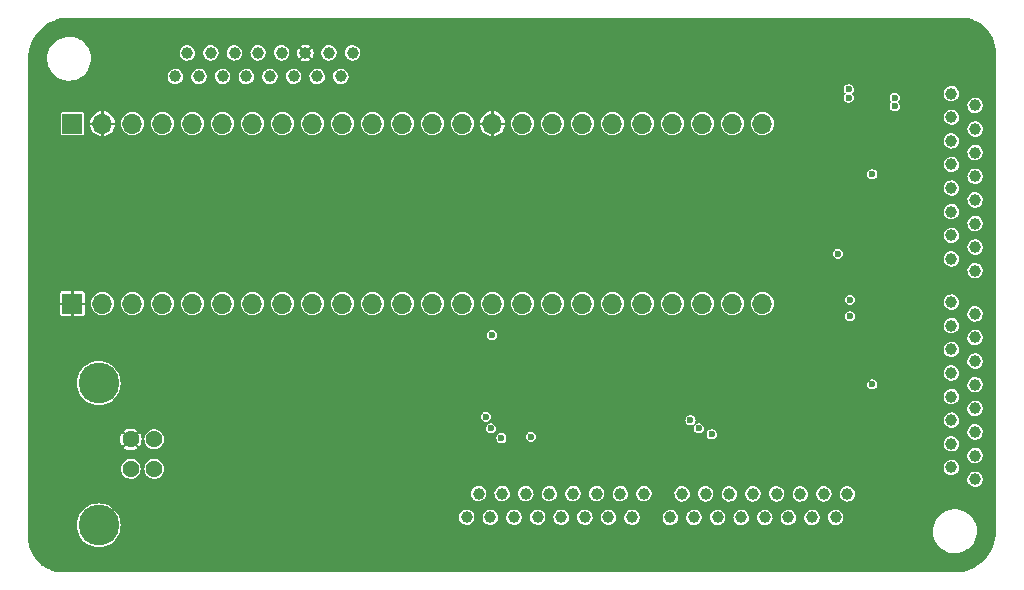
<source format=gbr>
%TF.GenerationSoftware,KiCad,Pcbnew,7.0.7-7.0.7~ubuntu22.04.1*%
%TF.CreationDate,2023-09-08T16:19:24+01:00*%
%TF.ProjectId,FSRray,46535272-6179-42e6-9b69-6361645f7063,rev?*%
%TF.SameCoordinates,Original*%
%TF.FileFunction,Copper,L4,Bot*%
%TF.FilePolarity,Positive*%
%FSLAX46Y46*%
G04 Gerber Fmt 4.6, Leading zero omitted, Abs format (unit mm)*
G04 Created by KiCad (PCBNEW 7.0.7-7.0.7~ubuntu22.04.1) date 2023-09-08 16:19:24*
%MOMM*%
%LPD*%
G01*
G04 APERTURE LIST*
%TA.AperFunction,ComponentPad*%
%ADD10C,1.000000*%
%TD*%
%TA.AperFunction,ComponentPad*%
%ADD11R,1.700000X1.700000*%
%TD*%
%TA.AperFunction,ComponentPad*%
%ADD12O,1.700000X1.700000*%
%TD*%
%TA.AperFunction,ComponentPad*%
%ADD13C,1.431000*%
%TD*%
%TA.AperFunction,ComponentPad*%
%ADD14C,3.450000*%
%TD*%
%TA.AperFunction,ViaPad*%
%ADD15C,0.600000*%
%TD*%
G04 APERTURE END LIST*
D10*
%TO.P,J2,1,Pin_1*%
%TO.N,Net-(J2-Pin_1)*%
X209200000Y-115100001D03*
%TO.P,J2,2,Pin_2*%
%TO.N,Net-(J2-Pin_2)*%
X207200000Y-114100001D03*
%TO.P,J2,3,Pin_3*%
%TO.N,Net-(J2-Pin_3)*%
X209200000Y-113100001D03*
%TO.P,J2,4,Pin_4*%
%TO.N,Net-(J2-Pin_4)*%
X207200000Y-112100001D03*
%TO.P,J2,5,Pin_5*%
%TO.N,Net-(J2-Pin_5)*%
X209200000Y-111100001D03*
%TO.P,J2,6,Pin_6*%
%TO.N,Net-(J2-Pin_6)*%
X207200000Y-110100001D03*
%TO.P,J2,7,Pin_7*%
%TO.N,Net-(J2-Pin_7)*%
X209200000Y-109100001D03*
%TO.P,J2,8,Pin_8*%
%TO.N,Net-(J2-Pin_8)*%
X207200000Y-108100001D03*
%TO.P,J2,9,Pin_9*%
%TO.N,Net-(J2-Pin_9)*%
X209200000Y-107100001D03*
%TO.P,J2,10,Pin_10*%
%TO.N,Net-(J2-Pin_10)*%
X207200000Y-106100001D03*
%TO.P,J2,11,Pin_11*%
%TO.N,Net-(J2-Pin_11)*%
X209200000Y-105100001D03*
%TO.P,J2,12,Pin_12*%
%TO.N,Net-(J2-Pin_12)*%
X207200000Y-104100001D03*
%TO.P,J2,13,Pin_13*%
%TO.N,Net-(J2-Pin_13)*%
X209200000Y-103100001D03*
%TO.P,J2,14,Pin_14*%
%TO.N,Net-(J2-Pin_14)*%
X207200000Y-102100001D03*
%TO.P,J2,15,Pin_15*%
%TO.N,Net-(J2-Pin_15)*%
X209200000Y-101100001D03*
%TO.P,J2,16,Pin_16*%
%TO.N,Net-(J2-Pin_16)*%
X207200000Y-100100001D03*
%TD*%
%TO.P,J3,1,Pin_1*%
%TO.N,Net-(ADC2-AIN0)*%
X183400000Y-118337653D03*
%TO.P,J3,2,Pin_2*%
%TO.N,Net-(ADC2-AIN1)*%
X184400000Y-116337653D03*
%TO.P,J3,3,Pin_3*%
%TO.N,Net-(ADC2-AIN2)*%
X185400000Y-118337653D03*
%TO.P,J3,4,Pin_4*%
%TO.N,Net-(ADC2-AIN3)*%
X186400000Y-116337653D03*
%TO.P,J3,5,Pin_5*%
%TO.N,Net-(ADC2-AIN4)*%
X187400000Y-118337653D03*
%TO.P,J3,6,Pin_6*%
%TO.N,Net-(ADC2-AIN5)*%
X188400000Y-116337653D03*
%TO.P,J3,7,Pin_7*%
%TO.N,Net-(ADC2-AIN6)*%
X189400000Y-118337653D03*
%TO.P,J3,8,Pin_8*%
%TO.N,Net-(ADC2-AIN7)*%
X190400000Y-116337653D03*
%TO.P,J3,9,Pin_9*%
%TO.N,Net-(ADC2-AIN8)*%
X191400000Y-118337653D03*
%TO.P,J3,10,Pin_10*%
%TO.N,Net-(ADC2-AIN9)*%
X192400000Y-116337653D03*
%TO.P,J3,11,Pin_11*%
%TO.N,Net-(ADC2-AIN10)*%
X193400000Y-118337653D03*
%TO.P,J3,12,Pin_12*%
%TO.N,Net-(ADC2-AIN11)*%
X194400000Y-116337653D03*
%TO.P,J3,13,Pin_13*%
%TO.N,Net-(ADC2-AIN12)*%
X195400000Y-118337653D03*
%TO.P,J3,14,Pin_14*%
%TO.N,Net-(ADC2-AIN13)*%
X196400000Y-116337653D03*
%TO.P,J3,15,Pin_15*%
%TO.N,Net-(ADC2-AIN14)*%
X197400000Y-118337653D03*
%TO.P,J3,16,Pin_16*%
%TO.N,Net-(ADC2-~{CNVST{slash}AIN15})*%
X198400000Y-116337653D03*
%TD*%
%TO.P,J5,1,Pin_1*%
%TO.N,/CSA1*%
X141500000Y-81000000D03*
%TO.P,J5,2,Pin_2*%
%TO.N,/CSA2*%
X142500000Y-79000000D03*
%TO.P,J5,3,Pin_3*%
%TO.N,/CSA3*%
X143500000Y-81000000D03*
%TO.P,J5,4,Pin_4*%
%TO.N,/CSA4*%
X144500000Y-79000000D03*
%TO.P,J5,5,Pin_5*%
%TO.N,/CSA5*%
X145500000Y-81000000D03*
%TO.P,J5,6,Pin_6*%
%TO.N,/CSA6*%
X146500000Y-79000000D03*
%TO.P,J5,7,Pin_7*%
%TO.N,/CSA7*%
X147500000Y-81000000D03*
%TO.P,J5,8,Pin_8*%
%TO.N,/CSA8*%
X148500000Y-79000000D03*
%TO.P,J5,9,Pin_9*%
%TO.N,unconnected-(J5-Pin_9-Pad9)*%
X149500000Y-81000000D03*
%TO.P,J5,10,Pin_10*%
%TO.N,unconnected-(J5-Pin_10-Pad10)*%
X150500000Y-79000000D03*
%TO.P,J5,11,Pin_11*%
%TO.N,unconnected-(J5-Pin_11-Pad11)*%
X151500000Y-81000000D03*
%TO.P,J5,12,Pin_12*%
%TO.N,GND*%
X152500000Y-79000000D03*
%TO.P,J5,13,Pin_13*%
%TO.N,+3.3V*%
X153500000Y-81000000D03*
%TO.P,J5,14,Pin_14*%
%TO.N,/MISO1*%
X154500000Y-79000000D03*
%TO.P,J5,15,Pin_15*%
%TO.N,/SCLK1*%
X155500000Y-81000000D03*
%TO.P,J5,16,Pin_16*%
%TO.N,/MOSI1*%
X156500000Y-79000000D03*
%TD*%
%TO.P,J1,1,Pin_1*%
%TO.N,Net-(J1-Pin_1)*%
X209205000Y-97450001D03*
%TO.P,J1,2,Pin_2*%
%TO.N,Net-(J1-Pin_2)*%
X207205000Y-96450001D03*
%TO.P,J1,3,Pin_3*%
%TO.N,Net-(J1-Pin_3)*%
X209205000Y-95450001D03*
%TO.P,J1,4,Pin_4*%
%TO.N,Net-(J1-Pin_4)*%
X207205000Y-94450001D03*
%TO.P,J1,5,Pin_5*%
%TO.N,Net-(J1-Pin_5)*%
X209205000Y-93450001D03*
%TO.P,J1,6,Pin_6*%
%TO.N,Net-(J1-Pin_6)*%
X207205000Y-92450001D03*
%TO.P,J1,7,Pin_7*%
%TO.N,Net-(J1-Pin_7)*%
X209205000Y-91450001D03*
%TO.P,J1,8,Pin_8*%
%TO.N,Net-(J1-Pin_8)*%
X207205000Y-90450001D03*
%TO.P,J1,9,Pin_9*%
%TO.N,Net-(J1-Pin_9)*%
X209205000Y-89450001D03*
%TO.P,J1,10,Pin_10*%
%TO.N,Net-(J1-Pin_10)*%
X207205000Y-88450001D03*
%TO.P,J1,11,Pin_11*%
%TO.N,Net-(J1-Pin_11)*%
X209205000Y-87450001D03*
%TO.P,J1,12,Pin_12*%
%TO.N,Net-(J1-Pin_12)*%
X207205000Y-86450001D03*
%TO.P,J1,13,Pin_13*%
%TO.N,Net-(J1-Pin_13)*%
X209205000Y-85450001D03*
%TO.P,J1,14,Pin_14*%
%TO.N,Net-(J1-Pin_14)*%
X207205000Y-84450001D03*
%TO.P,J1,15,Pin_15*%
%TO.N,Net-(J1-Pin_15)*%
X209205000Y-83450001D03*
%TO.P,J1,16,Pin_16*%
%TO.N,Net-(J1-Pin_16)*%
X207205000Y-82450001D03*
%TD*%
%TO.P,J4,1,Pin_1*%
%TO.N,Net-(ADC1-AIN0)*%
X166162500Y-118322653D03*
%TO.P,J4,2,Pin_2*%
%TO.N,Net-(ADC1-AIN1)*%
X167162500Y-116322653D03*
%TO.P,J4,3,Pin_3*%
%TO.N,Net-(ADC1-AIN2)*%
X168162500Y-118322653D03*
%TO.P,J4,4,Pin_4*%
%TO.N,Net-(ADC1-AIN3)*%
X169162500Y-116322653D03*
%TO.P,J4,5,Pin_5*%
%TO.N,Net-(ADC1-AIN4)*%
X170162500Y-118322653D03*
%TO.P,J4,6,Pin_6*%
%TO.N,Net-(ADC1-AIN5)*%
X171162500Y-116322653D03*
%TO.P,J4,7,Pin_7*%
%TO.N,Net-(ADC1-AIN6)*%
X172162500Y-118322653D03*
%TO.P,J4,8,Pin_8*%
%TO.N,Net-(ADC1-AIN7)*%
X173162500Y-116322653D03*
%TO.P,J4,9,Pin_9*%
%TO.N,Net-(ADC1-AIN8)*%
X174162500Y-118322653D03*
%TO.P,J4,10,Pin_10*%
%TO.N,Net-(ADC1-AIN9)*%
X175162500Y-116322653D03*
%TO.P,J4,11,Pin_11*%
%TO.N,Net-(ADC1-AIN10)*%
X176162500Y-118322653D03*
%TO.P,J4,12,Pin_12*%
%TO.N,Net-(ADC1-AIN11)*%
X177162500Y-116322653D03*
%TO.P,J4,13,Pin_13*%
%TO.N,Net-(ADC1-AIN12)*%
X178162500Y-118322653D03*
%TO.P,J4,14,Pin_14*%
%TO.N,Net-(ADC1-AIN13)*%
X179162500Y-116322653D03*
%TO.P,J4,15,Pin_15*%
%TO.N,Net-(ADC1-AIN14)*%
X180162500Y-118322653D03*
%TO.P,J4,16,Pin_16*%
%TO.N,Net-(ADC1-~{CNVST{slash}AIN15})*%
X181162500Y-116322653D03*
%TD*%
D11*
%TO.P,J12,1,Pin_1*%
%TO.N,GND*%
X132780000Y-100240000D03*
D12*
%TO.P,J12,2,Pin_2*%
%TO.N,unconnected-(J12-Pin_2-Pad2)*%
X135320000Y-100240000D03*
%TO.P,J12,3,Pin_3*%
%TO.N,/MISO1*%
X137860000Y-100240000D03*
%TO.P,J12,4,Pin_4*%
%TO.N,unconnected-(J12-Pin_4-Pad4)*%
X140400000Y-100240000D03*
%TO.P,J12,5,Pin_5*%
%TO.N,unconnected-(J12-Pin_5-Pad5)*%
X142940000Y-100240000D03*
%TO.P,J12,6,Pin_6*%
%TO.N,unconnected-(J12-Pin_6-Pad6)*%
X145480000Y-100240000D03*
%TO.P,J12,7,Pin_7*%
%TO.N,unconnected-(J12-Pin_7-Pad7)*%
X148020000Y-100240000D03*
%TO.P,J12,8,Pin_8*%
%TO.N,unconnected-(J12-Pin_8-Pad8)*%
X150560000Y-100240000D03*
%TO.P,J12,9,Pin_9*%
%TO.N,unconnected-(J12-Pin_9-Pad9)*%
X153100000Y-100240000D03*
%TO.P,J12,10,Pin_10*%
%TO.N,/EOC1*%
X155640000Y-100240000D03*
%TO.P,J12,11,Pin_11*%
%TO.N,/CS1*%
X158180000Y-100240000D03*
%TO.P,J12,12,Pin_12*%
%TO.N,unconnected-(J12-Pin_12-Pad12)*%
X160720000Y-100240000D03*
%TO.P,J12,13,Pin_13*%
%TO.N,/MOSI*%
X163260000Y-100240000D03*
%TO.P,J12,14,Pin_14*%
%TO.N,/MISO*%
X165800000Y-100240000D03*
%TO.P,J12,15,Pin_15*%
%TO.N,+3.3V*%
X168340000Y-100240000D03*
%TO.P,J12,16,Pin_16*%
%TO.N,unconnected-(J12-Pin_16-Pad16)*%
X170880000Y-100240000D03*
%TO.P,J12,17,Pin_17*%
%TO.N,/EOC2*%
X173420000Y-100240000D03*
%TO.P,J12,18,Pin_18*%
%TO.N,/MOSI1*%
X175960000Y-100240000D03*
%TO.P,J12,19,Pin_19*%
%TO.N,/SCLK1*%
X178500000Y-100240000D03*
%TO.P,J12,20,Pin_20*%
%TO.N,/CS2*%
X181040000Y-100240000D03*
%TO.P,J12,21,Pin_21*%
%TO.N,/S3*%
X183580000Y-100240000D03*
%TO.P,J12,22,Pin_22*%
%TO.N,/S2*%
X186120000Y-100240000D03*
%TO.P,J12,23,Pin_23*%
%TO.N,/S1*%
X188660000Y-100240000D03*
%TO.P,J12,24,Pin_24*%
%TO.N,/S0*%
X191200000Y-100240000D03*
%TD*%
D11*
%TO.P,J11,1,Pin_1*%
%TO.N,+5V*%
X132780000Y-85000000D03*
D12*
%TO.P,J11,2,Pin_2*%
%TO.N,GND*%
X135320000Y-85000000D03*
%TO.P,J11,3,Pin_3*%
%TO.N,unconnected-(J11-Pin_3-Pad3)*%
X137860000Y-85000000D03*
%TO.P,J11,4,Pin_4*%
%TO.N,/CSA1*%
X140400000Y-85000000D03*
%TO.P,J11,5,Pin_5*%
%TO.N,/CSA2*%
X142940000Y-85000000D03*
%TO.P,J11,6,Pin_6*%
%TO.N,/CSA3*%
X145480000Y-85000000D03*
%TO.P,J11,7,Pin_7*%
%TO.N,/CSA4*%
X148020000Y-85000000D03*
%TO.P,J11,8,Pin_8*%
%TO.N,/CSA5*%
X150560000Y-85000000D03*
%TO.P,J11,9,Pin_9*%
%TO.N,/CSA6*%
X153100000Y-85000000D03*
%TO.P,J11,10,Pin_10*%
%TO.N,/CSA7*%
X155640000Y-85000000D03*
%TO.P,J11,11,Pin_11*%
%TO.N,/CSA8*%
X158180000Y-85000000D03*
%TO.P,J11,12,Pin_12*%
%TO.N,unconnected-(J11-Pin_12-Pad12)*%
X160720000Y-85000000D03*
%TO.P,J11,13,Pin_13*%
%TO.N,unconnected-(J11-Pin_13-Pad13)*%
X163260000Y-85000000D03*
%TO.P,J11,14,Pin_14*%
%TO.N,/SCLK*%
X165800000Y-85000000D03*
%TO.P,J11,15,Pin_15*%
%TO.N,GND*%
X168340000Y-85000000D03*
%TO.P,J11,16,Pin_16*%
%TO.N,unconnected-(J11-Pin_16-Pad16)*%
X170880000Y-85000000D03*
%TO.P,J11,17,Pin_17*%
%TO.N,unconnected-(J11-Pin_17-Pad17)*%
X173420000Y-85000000D03*
%TO.P,J11,18,Pin_18*%
%TO.N,unconnected-(J11-Pin_18-Pad18)*%
X175960000Y-85000000D03*
%TO.P,J11,19,Pin_19*%
%TO.N,unconnected-(J11-Pin_19-Pad19)*%
X178500000Y-85000000D03*
%TO.P,J11,20,Pin_20*%
%TO.N,unconnected-(J11-Pin_20-Pad20)*%
X181040000Y-85000000D03*
%TO.P,J11,21,Pin_21*%
%TO.N,unconnected-(J11-Pin_21-Pad21)*%
X183580000Y-85000000D03*
%TO.P,J11,22,Pin_22*%
%TO.N,unconnected-(J11-Pin_22-Pad22)*%
X186120000Y-85000000D03*
%TO.P,J11,23,Pin_23*%
%TO.N,/EN2*%
X188660000Y-85000000D03*
%TO.P,J11,24,Pin_24*%
%TO.N,/EN1*%
X191200000Y-85000000D03*
%TD*%
D13*
%TO.P,J17,1,VBUS*%
%TO.N,+5V*%
X139710000Y-111730000D03*
%TO.P,J17,2,D-*%
%TO.N,unconnected-(J17-D--Pad2)*%
X139710000Y-114230000D03*
%TO.P,J17,3,D+*%
%TO.N,unconnected-(J17-D+-Pad3)*%
X137710000Y-114230000D03*
%TO.P,J17,4,GND*%
%TO.N,GND*%
X137710000Y-111730000D03*
D14*
%TO.P,J17,5,SH1*%
%TO.N,unconnected-(J17-SH1-Pad5)*%
X135000000Y-119000000D03*
%TO.P,J17,6,SH2*%
%TO.N,unconnected-(J17-SH2-Pad6)*%
X135000000Y-106960000D03*
%TD*%
D15*
%TO.N,/MISO*%
X168300000Y-102900000D03*
%TO.N,/MOSI*%
X167800000Y-109800000D03*
X185100000Y-110100000D03*
%TO.N,/SCLK*%
X168200000Y-110800000D03*
X185800000Y-110800000D03*
%TO.N,/CS1*%
X169100000Y-111600000D03*
%TO.N,+5V*%
X200500000Y-107075001D03*
X200500000Y-89275000D03*
X171600000Y-111500000D03*
X186900000Y-111300000D03*
%TO.N,/EN1*%
X198600000Y-101300000D03*
X197600000Y-96000000D03*
%TO.N,/S3*%
X198500000Y-82073497D03*
X198600000Y-99900000D03*
%TO.N,/S2*%
X198500000Y-82800000D03*
%TO.N,/S1*%
X202400000Y-82800000D03*
%TO.N,/S0*%
X202400000Y-83526503D03*
%TD*%
%TA.AperFunction,Conductor*%
%TO.N,GND*%
G36*
X208000466Y-76010524D02*
G01*
X208311519Y-76026826D01*
X208313445Y-76027028D01*
X208620593Y-76075676D01*
X208622487Y-76076078D01*
X208922873Y-76156567D01*
X208924699Y-76157159D01*
X209215036Y-76268609D01*
X209216808Y-76269399D01*
X209493879Y-76410573D01*
X209495561Y-76411544D01*
X209576510Y-76464113D01*
X209756378Y-76580920D01*
X209757940Y-76582056D01*
X209999612Y-76777758D01*
X210001050Y-76779053D01*
X210220946Y-76998949D01*
X210222242Y-77000388D01*
X210305198Y-77102831D01*
X210417942Y-77242058D01*
X210419085Y-77243630D01*
X210588455Y-77504438D01*
X210589426Y-77506120D01*
X210730600Y-77783191D01*
X210731391Y-77784966D01*
X210744834Y-77819986D01*
X210812882Y-77997258D01*
X210842834Y-78075284D01*
X210843434Y-78077132D01*
X210923920Y-78377510D01*
X210924324Y-78379411D01*
X210972970Y-78686550D01*
X210973173Y-78688482D01*
X210980625Y-78830666D01*
X210989475Y-78999534D01*
X210989500Y-79000482D01*
X210989500Y-119499550D01*
X210989478Y-119500435D01*
X210972742Y-119841120D01*
X210972563Y-119842933D01*
X210922584Y-120179862D01*
X210922228Y-120181648D01*
X210839464Y-120512064D01*
X210838935Y-120513807D01*
X210724184Y-120834515D01*
X210723487Y-120836198D01*
X210577855Y-121144112D01*
X210576996Y-121145718D01*
X210401880Y-121437882D01*
X210400868Y-121439397D01*
X210197963Y-121712981D01*
X210196808Y-121714389D01*
X209968061Y-121966773D01*
X209966773Y-121968061D01*
X209714389Y-122196808D01*
X209712981Y-122197963D01*
X209439397Y-122400868D01*
X209437882Y-122401880D01*
X209145718Y-122576996D01*
X209144112Y-122577855D01*
X208836198Y-122723487D01*
X208834515Y-122724184D01*
X208513807Y-122838935D01*
X208512064Y-122839464D01*
X208181648Y-122922228D01*
X208179862Y-122922584D01*
X207842933Y-122972563D01*
X207841124Y-122972741D01*
X207500434Y-122989478D01*
X207499551Y-122989500D01*
X132000483Y-122989500D01*
X131999533Y-122989475D01*
X131872737Y-122982830D01*
X131688482Y-122973173D01*
X131686550Y-122972970D01*
X131379411Y-122924324D01*
X131377510Y-122923920D01*
X131077132Y-122843434D01*
X131075289Y-122842835D01*
X130946597Y-122793435D01*
X130784966Y-122731391D01*
X130783191Y-122730600D01*
X130506120Y-122589426D01*
X130504438Y-122588455D01*
X130337306Y-122479918D01*
X130243625Y-122419081D01*
X130242058Y-122417942D01*
X130149275Y-122342808D01*
X130000388Y-122222242D01*
X129998949Y-122220946D01*
X129779053Y-122001050D01*
X129777758Y-121999612D01*
X129582056Y-121757940D01*
X129580920Y-121756378D01*
X129411544Y-121495561D01*
X129410573Y-121493879D01*
X129269399Y-121216808D01*
X129268608Y-121215033D01*
X129255166Y-121180015D01*
X129157159Y-120924699D01*
X129156565Y-120922867D01*
X129133912Y-120838326D01*
X129076078Y-120622487D01*
X129075675Y-120620588D01*
X129069185Y-120579613D01*
X129027028Y-120313445D01*
X129026826Y-120311517D01*
X129020020Y-120181648D01*
X129010524Y-120000466D01*
X129010500Y-119999517D01*
X129010500Y-119000006D01*
X133142768Y-119000006D01*
X133161670Y-119264301D01*
X133161673Y-119264319D01*
X133217999Y-119523243D01*
X133218000Y-119523247D01*
X133310601Y-119771520D01*
X133310602Y-119771522D01*
X133435628Y-120000488D01*
X133437596Y-120004093D01*
X133596396Y-120216226D01*
X133596397Y-120216227D01*
X133596398Y-120216228D01*
X133783772Y-120403602D01*
X133995905Y-120562403D01*
X134228478Y-120689398D01*
X134476757Y-120782001D01*
X134735688Y-120838328D01*
X134735695Y-120838328D01*
X134735698Y-120838329D01*
X134999994Y-120857232D01*
X135000000Y-120857232D01*
X135000006Y-120857232D01*
X135264301Y-120838329D01*
X135264303Y-120838328D01*
X135264312Y-120838328D01*
X135523243Y-120782001D01*
X135771522Y-120689398D01*
X136004095Y-120562403D01*
X136216228Y-120403602D01*
X136403602Y-120216228D01*
X136562403Y-120004095D01*
X136689398Y-119771522D01*
X136765395Y-119567766D01*
X205645787Y-119567766D01*
X205675413Y-119837016D01*
X205743927Y-120099085D01*
X205849870Y-120348391D01*
X205849871Y-120348393D01*
X205990977Y-120579603D01*
X205990980Y-120579606D01*
X205990982Y-120579610D01*
X206164255Y-120787820D01*
X206365998Y-120968582D01*
X206534931Y-121080347D01*
X206591910Y-121118044D01*
X206591919Y-121118049D01*
X206837162Y-121233014D01*
X206837172Y-121233018D01*
X206837176Y-121233020D01*
X207096569Y-121311060D01*
X207364561Y-121350500D01*
X207364564Y-121350500D01*
X207567624Y-121350500D01*
X207567631Y-121350500D01*
X207770156Y-121335677D01*
X208034553Y-121276780D01*
X208287558Y-121180014D01*
X208523777Y-121047441D01*
X208738177Y-120881888D01*
X208926186Y-120686881D01*
X209083799Y-120466579D01*
X209207656Y-120225675D01*
X209295118Y-119969305D01*
X209344319Y-119702933D01*
X209354212Y-119432235D01*
X209324586Y-119162982D01*
X209256072Y-118900912D01*
X209150130Y-118651610D01*
X209128900Y-118616824D01*
X209009022Y-118420396D01*
X209009020Y-118420394D01*
X209009018Y-118420390D01*
X208835745Y-118212180D01*
X208634002Y-118031418D01*
X208514807Y-117952559D01*
X208408089Y-117881955D01*
X208408080Y-117881950D01*
X208162837Y-117766985D01*
X208162825Y-117766980D01*
X207903436Y-117688941D01*
X207903432Y-117688940D01*
X207903431Y-117688940D01*
X207635439Y-117649500D01*
X207432369Y-117649500D01*
X207255159Y-117662470D01*
X207229843Y-117664323D01*
X206965452Y-117723218D01*
X206712444Y-117819984D01*
X206476222Y-117952559D01*
X206261824Y-118118110D01*
X206073816Y-118313115D01*
X205916202Y-118533418D01*
X205916198Y-118533425D01*
X205792344Y-118774323D01*
X205704882Y-119030691D01*
X205704881Y-119030697D01*
X205655680Y-119297069D01*
X205655680Y-119297076D01*
X205645787Y-119567766D01*
X136765395Y-119567766D01*
X136782001Y-119523243D01*
X136838328Y-119264312D01*
X136838329Y-119264301D01*
X136857232Y-119000006D01*
X136857232Y-118999993D01*
X136838329Y-118735698D01*
X136838328Y-118735695D01*
X136838328Y-118735688D01*
X136782001Y-118476757D01*
X136709167Y-118281482D01*
X165508124Y-118281482D01*
X165518444Y-118445517D01*
X165549231Y-118540268D01*
X165569232Y-118601824D01*
X165657298Y-118740593D01*
X165777107Y-118853101D01*
X165921132Y-118932280D01*
X165921136Y-118932281D01*
X166080314Y-118973151D01*
X166080317Y-118973151D01*
X166080323Y-118973153D01*
X166080326Y-118973153D01*
X166203432Y-118973153D01*
X166203431Y-118973152D01*
X166243550Y-118968083D01*
X166325554Y-118957725D01*
X166325554Y-118957724D01*
X166325558Y-118957724D01*
X166478371Y-118897221D01*
X166611337Y-118800616D01*
X166716100Y-118673979D01*
X166786079Y-118525266D01*
X166816876Y-118363823D01*
X166811695Y-118281482D01*
X167508124Y-118281482D01*
X167518444Y-118445517D01*
X167549231Y-118540268D01*
X167569232Y-118601824D01*
X167657298Y-118740593D01*
X167777107Y-118853101D01*
X167921132Y-118932280D01*
X167921136Y-118932281D01*
X168080314Y-118973151D01*
X168080317Y-118973151D01*
X168080323Y-118973153D01*
X168080326Y-118973153D01*
X168203432Y-118973153D01*
X168203431Y-118973152D01*
X168243550Y-118968083D01*
X168325554Y-118957725D01*
X168325554Y-118957724D01*
X168325558Y-118957724D01*
X168478371Y-118897221D01*
X168611337Y-118800616D01*
X168716100Y-118673979D01*
X168786079Y-118525266D01*
X168816876Y-118363823D01*
X168811695Y-118281482D01*
X169508124Y-118281482D01*
X169518444Y-118445517D01*
X169549231Y-118540268D01*
X169569232Y-118601824D01*
X169657298Y-118740593D01*
X169777107Y-118853101D01*
X169921132Y-118932280D01*
X169921136Y-118932281D01*
X170080314Y-118973151D01*
X170080317Y-118973151D01*
X170080323Y-118973153D01*
X170080326Y-118973153D01*
X170203432Y-118973153D01*
X170203431Y-118973152D01*
X170243550Y-118968083D01*
X170325554Y-118957725D01*
X170325554Y-118957724D01*
X170325558Y-118957724D01*
X170478371Y-118897221D01*
X170611337Y-118800616D01*
X170716100Y-118673979D01*
X170786079Y-118525266D01*
X170816876Y-118363823D01*
X170811695Y-118281482D01*
X171508124Y-118281482D01*
X171518444Y-118445517D01*
X171549231Y-118540268D01*
X171569232Y-118601824D01*
X171657298Y-118740593D01*
X171777107Y-118853101D01*
X171921132Y-118932280D01*
X171921136Y-118932281D01*
X172080314Y-118973151D01*
X172080317Y-118973151D01*
X172080323Y-118973153D01*
X172080326Y-118973153D01*
X172203432Y-118973153D01*
X172203431Y-118973152D01*
X172243550Y-118968083D01*
X172325554Y-118957725D01*
X172325554Y-118957724D01*
X172325558Y-118957724D01*
X172478371Y-118897221D01*
X172611337Y-118800616D01*
X172716100Y-118673979D01*
X172786079Y-118525266D01*
X172816876Y-118363823D01*
X172811695Y-118281482D01*
X173508124Y-118281482D01*
X173518444Y-118445517D01*
X173549231Y-118540268D01*
X173569232Y-118601824D01*
X173657298Y-118740593D01*
X173777107Y-118853101D01*
X173921132Y-118932280D01*
X173921136Y-118932281D01*
X174080314Y-118973151D01*
X174080317Y-118973151D01*
X174080323Y-118973153D01*
X174080326Y-118973153D01*
X174203432Y-118973153D01*
X174203431Y-118973152D01*
X174243550Y-118968083D01*
X174325554Y-118957725D01*
X174325554Y-118957724D01*
X174325558Y-118957724D01*
X174478371Y-118897221D01*
X174611337Y-118800616D01*
X174716100Y-118673979D01*
X174786079Y-118525266D01*
X174816876Y-118363823D01*
X174811695Y-118281482D01*
X175508124Y-118281482D01*
X175518444Y-118445517D01*
X175549231Y-118540268D01*
X175569232Y-118601824D01*
X175657298Y-118740593D01*
X175777107Y-118853101D01*
X175921132Y-118932280D01*
X175921136Y-118932281D01*
X176080314Y-118973151D01*
X176080317Y-118973151D01*
X176080323Y-118973153D01*
X176080326Y-118973153D01*
X176203432Y-118973153D01*
X176203431Y-118973152D01*
X176243550Y-118968083D01*
X176325554Y-118957725D01*
X176325554Y-118957724D01*
X176325558Y-118957724D01*
X176478371Y-118897221D01*
X176611337Y-118800616D01*
X176716100Y-118673979D01*
X176786079Y-118525266D01*
X176816876Y-118363823D01*
X176811695Y-118281482D01*
X177508124Y-118281482D01*
X177518444Y-118445517D01*
X177549231Y-118540268D01*
X177569232Y-118601824D01*
X177657298Y-118740593D01*
X177777107Y-118853101D01*
X177921132Y-118932280D01*
X177921136Y-118932281D01*
X178080314Y-118973151D01*
X178080317Y-118973151D01*
X178080323Y-118973153D01*
X178080326Y-118973153D01*
X178203432Y-118973153D01*
X178203431Y-118973152D01*
X178243550Y-118968083D01*
X178325554Y-118957725D01*
X178325554Y-118957724D01*
X178325558Y-118957724D01*
X178478371Y-118897221D01*
X178611337Y-118800616D01*
X178716100Y-118673979D01*
X178786079Y-118525266D01*
X178816876Y-118363823D01*
X178811695Y-118281482D01*
X179508124Y-118281482D01*
X179518444Y-118445517D01*
X179549231Y-118540268D01*
X179569232Y-118601824D01*
X179657298Y-118740593D01*
X179777107Y-118853101D01*
X179921132Y-118932280D01*
X179921136Y-118932281D01*
X180080314Y-118973151D01*
X180080317Y-118973151D01*
X180080323Y-118973153D01*
X180080326Y-118973153D01*
X180203432Y-118973153D01*
X180203431Y-118973152D01*
X180243550Y-118968083D01*
X180325554Y-118957725D01*
X180325554Y-118957724D01*
X180325558Y-118957724D01*
X180478371Y-118897221D01*
X180611337Y-118800616D01*
X180716100Y-118673979D01*
X180786079Y-118525266D01*
X180816876Y-118363823D01*
X180812639Y-118296482D01*
X182745624Y-118296482D01*
X182755944Y-118460517D01*
X182801857Y-118601821D01*
X182806732Y-118616824D01*
X182894798Y-118755593D01*
X183014607Y-118868101D01*
X183158632Y-118947280D01*
X183158636Y-118947281D01*
X183317814Y-118988151D01*
X183317817Y-118988151D01*
X183317823Y-118988153D01*
X183317826Y-118988153D01*
X183440932Y-118988153D01*
X183440931Y-118988152D01*
X183481050Y-118983083D01*
X183563054Y-118972725D01*
X183563054Y-118972724D01*
X183563058Y-118972724D01*
X183715871Y-118912221D01*
X183848837Y-118815616D01*
X183953600Y-118688979D01*
X184023579Y-118540266D01*
X184054376Y-118378823D01*
X184049195Y-118296482D01*
X184745624Y-118296482D01*
X184755944Y-118460517D01*
X184801857Y-118601821D01*
X184806732Y-118616824D01*
X184894798Y-118755593D01*
X185014607Y-118868101D01*
X185158632Y-118947280D01*
X185158636Y-118947281D01*
X185317814Y-118988151D01*
X185317817Y-118988151D01*
X185317823Y-118988153D01*
X185317826Y-118988153D01*
X185440932Y-118988153D01*
X185440931Y-118988152D01*
X185481050Y-118983083D01*
X185563054Y-118972725D01*
X185563054Y-118972724D01*
X185563058Y-118972724D01*
X185715871Y-118912221D01*
X185848837Y-118815616D01*
X185953600Y-118688979D01*
X186023579Y-118540266D01*
X186054376Y-118378823D01*
X186049195Y-118296482D01*
X186745624Y-118296482D01*
X186755944Y-118460517D01*
X186801857Y-118601821D01*
X186806732Y-118616824D01*
X186894798Y-118755593D01*
X187014607Y-118868101D01*
X187158632Y-118947280D01*
X187158636Y-118947281D01*
X187317814Y-118988151D01*
X187317817Y-118988151D01*
X187317823Y-118988153D01*
X187317826Y-118988153D01*
X187440932Y-118988153D01*
X187440931Y-118988152D01*
X187481050Y-118983083D01*
X187563054Y-118972725D01*
X187563054Y-118972724D01*
X187563058Y-118972724D01*
X187715871Y-118912221D01*
X187848837Y-118815616D01*
X187953600Y-118688979D01*
X188023579Y-118540266D01*
X188054376Y-118378823D01*
X188049195Y-118296482D01*
X188745624Y-118296482D01*
X188755944Y-118460517D01*
X188801857Y-118601821D01*
X188806732Y-118616824D01*
X188894798Y-118755593D01*
X189014607Y-118868101D01*
X189158632Y-118947280D01*
X189158636Y-118947281D01*
X189317814Y-118988151D01*
X189317817Y-118988151D01*
X189317823Y-118988153D01*
X189317826Y-118988153D01*
X189440932Y-118988153D01*
X189440931Y-118988152D01*
X189481050Y-118983083D01*
X189563054Y-118972725D01*
X189563054Y-118972724D01*
X189563058Y-118972724D01*
X189715871Y-118912221D01*
X189848837Y-118815616D01*
X189953600Y-118688979D01*
X190023579Y-118540266D01*
X190054376Y-118378823D01*
X190049195Y-118296482D01*
X190745624Y-118296482D01*
X190755944Y-118460517D01*
X190801857Y-118601821D01*
X190806732Y-118616824D01*
X190894798Y-118755593D01*
X191014607Y-118868101D01*
X191158632Y-118947280D01*
X191158636Y-118947281D01*
X191317814Y-118988151D01*
X191317817Y-118988151D01*
X191317823Y-118988153D01*
X191317826Y-118988153D01*
X191440932Y-118988153D01*
X191440931Y-118988152D01*
X191481050Y-118983083D01*
X191563054Y-118972725D01*
X191563054Y-118972724D01*
X191563058Y-118972724D01*
X191715871Y-118912221D01*
X191848837Y-118815616D01*
X191953600Y-118688979D01*
X192023579Y-118540266D01*
X192054376Y-118378823D01*
X192049195Y-118296482D01*
X192745624Y-118296482D01*
X192755944Y-118460517D01*
X192801857Y-118601821D01*
X192806732Y-118616824D01*
X192894798Y-118755593D01*
X193014607Y-118868101D01*
X193158632Y-118947280D01*
X193158636Y-118947281D01*
X193317814Y-118988151D01*
X193317817Y-118988151D01*
X193317823Y-118988153D01*
X193317826Y-118988153D01*
X193440932Y-118988153D01*
X193440931Y-118988152D01*
X193481050Y-118983083D01*
X193563054Y-118972725D01*
X193563054Y-118972724D01*
X193563058Y-118972724D01*
X193715871Y-118912221D01*
X193848837Y-118815616D01*
X193953600Y-118688979D01*
X194023579Y-118540266D01*
X194054376Y-118378823D01*
X194049195Y-118296482D01*
X194745624Y-118296482D01*
X194755944Y-118460517D01*
X194801857Y-118601821D01*
X194806732Y-118616824D01*
X194894798Y-118755593D01*
X195014607Y-118868101D01*
X195158632Y-118947280D01*
X195158636Y-118947281D01*
X195317814Y-118988151D01*
X195317817Y-118988151D01*
X195317823Y-118988153D01*
X195317826Y-118988153D01*
X195440932Y-118988153D01*
X195440931Y-118988152D01*
X195481050Y-118983083D01*
X195563054Y-118972725D01*
X195563054Y-118972724D01*
X195563058Y-118972724D01*
X195715871Y-118912221D01*
X195848837Y-118815616D01*
X195953600Y-118688979D01*
X196023579Y-118540266D01*
X196054376Y-118378823D01*
X196049195Y-118296482D01*
X196745624Y-118296482D01*
X196755944Y-118460517D01*
X196801857Y-118601821D01*
X196806732Y-118616824D01*
X196894798Y-118755593D01*
X197014607Y-118868101D01*
X197158632Y-118947280D01*
X197158636Y-118947281D01*
X197317814Y-118988151D01*
X197317817Y-118988151D01*
X197317823Y-118988153D01*
X197317826Y-118988153D01*
X197440932Y-118988153D01*
X197440931Y-118988152D01*
X197481050Y-118983083D01*
X197563054Y-118972725D01*
X197563054Y-118972724D01*
X197563058Y-118972724D01*
X197715871Y-118912221D01*
X197848837Y-118815616D01*
X197953600Y-118688979D01*
X198023579Y-118540266D01*
X198054376Y-118378823D01*
X198044056Y-118214793D01*
X198044055Y-118214790D01*
X198044055Y-118214788D01*
X198012642Y-118118110D01*
X197993268Y-118058482D01*
X197905202Y-117919713D01*
X197785393Y-117807205D01*
X197641368Y-117728026D01*
X197641367Y-117728025D01*
X197641366Y-117728025D01*
X197641363Y-117728024D01*
X197482185Y-117687154D01*
X197482178Y-117687153D01*
X197482177Y-117687153D01*
X197359075Y-117687153D01*
X197359068Y-117687153D01*
X197236945Y-117702580D01*
X197236944Y-117702581D01*
X197084128Y-117763085D01*
X196951161Y-117859691D01*
X196846401Y-117986324D01*
X196846400Y-117986325D01*
X196783479Y-118120040D01*
X196776421Y-118135040D01*
X196755123Y-118246686D01*
X196745624Y-118296482D01*
X196049195Y-118296482D01*
X196044056Y-118214793D01*
X196044055Y-118214790D01*
X196044055Y-118214788D01*
X196012642Y-118118110D01*
X195993268Y-118058482D01*
X195905202Y-117919713D01*
X195785393Y-117807205D01*
X195641368Y-117728026D01*
X195641367Y-117728025D01*
X195641366Y-117728025D01*
X195641363Y-117728024D01*
X195482185Y-117687154D01*
X195482178Y-117687153D01*
X195482177Y-117687153D01*
X195359075Y-117687153D01*
X195359068Y-117687153D01*
X195236945Y-117702580D01*
X195236944Y-117702581D01*
X195084128Y-117763085D01*
X194951161Y-117859691D01*
X194846401Y-117986324D01*
X194846400Y-117986325D01*
X194783479Y-118120040D01*
X194776421Y-118135040D01*
X194755123Y-118246686D01*
X194745624Y-118296482D01*
X194049195Y-118296482D01*
X194044056Y-118214793D01*
X194044055Y-118214790D01*
X194044055Y-118214788D01*
X194012642Y-118118110D01*
X193993268Y-118058482D01*
X193905202Y-117919713D01*
X193785393Y-117807205D01*
X193641368Y-117728026D01*
X193641367Y-117728025D01*
X193641366Y-117728025D01*
X193641363Y-117728024D01*
X193482185Y-117687154D01*
X193482178Y-117687153D01*
X193482177Y-117687153D01*
X193359075Y-117687153D01*
X193359068Y-117687153D01*
X193236945Y-117702580D01*
X193236944Y-117702581D01*
X193084128Y-117763085D01*
X192951161Y-117859691D01*
X192846401Y-117986324D01*
X192846400Y-117986325D01*
X192783479Y-118120040D01*
X192776421Y-118135040D01*
X192755123Y-118246686D01*
X192745624Y-118296482D01*
X192049195Y-118296482D01*
X192044056Y-118214793D01*
X192044055Y-118214790D01*
X192044055Y-118214788D01*
X192012642Y-118118110D01*
X191993268Y-118058482D01*
X191905202Y-117919713D01*
X191785393Y-117807205D01*
X191641368Y-117728026D01*
X191641367Y-117728025D01*
X191641366Y-117728025D01*
X191641363Y-117728024D01*
X191482185Y-117687154D01*
X191482178Y-117687153D01*
X191482177Y-117687153D01*
X191359075Y-117687153D01*
X191359068Y-117687153D01*
X191236945Y-117702580D01*
X191236944Y-117702581D01*
X191084128Y-117763085D01*
X190951161Y-117859691D01*
X190846401Y-117986324D01*
X190846400Y-117986325D01*
X190783479Y-118120040D01*
X190776421Y-118135040D01*
X190755123Y-118246686D01*
X190745624Y-118296482D01*
X190049195Y-118296482D01*
X190044056Y-118214793D01*
X190044055Y-118214790D01*
X190044055Y-118214788D01*
X190012642Y-118118110D01*
X189993268Y-118058482D01*
X189905202Y-117919713D01*
X189785393Y-117807205D01*
X189641368Y-117728026D01*
X189641367Y-117728025D01*
X189641366Y-117728025D01*
X189641363Y-117728024D01*
X189482185Y-117687154D01*
X189482178Y-117687153D01*
X189482177Y-117687153D01*
X189359075Y-117687153D01*
X189359068Y-117687153D01*
X189236945Y-117702580D01*
X189236944Y-117702581D01*
X189084128Y-117763085D01*
X188951161Y-117859691D01*
X188846401Y-117986324D01*
X188846400Y-117986325D01*
X188783479Y-118120040D01*
X188776421Y-118135040D01*
X188755123Y-118246686D01*
X188745624Y-118296482D01*
X188049195Y-118296482D01*
X188044056Y-118214793D01*
X188044055Y-118214790D01*
X188044055Y-118214788D01*
X188012642Y-118118110D01*
X187993268Y-118058482D01*
X187905202Y-117919713D01*
X187785393Y-117807205D01*
X187641368Y-117728026D01*
X187641367Y-117728025D01*
X187641366Y-117728025D01*
X187641363Y-117728024D01*
X187482185Y-117687154D01*
X187482178Y-117687153D01*
X187482177Y-117687153D01*
X187359075Y-117687153D01*
X187359068Y-117687153D01*
X187236945Y-117702580D01*
X187236944Y-117702581D01*
X187084128Y-117763085D01*
X186951161Y-117859691D01*
X186846401Y-117986324D01*
X186846400Y-117986325D01*
X186783479Y-118120040D01*
X186776421Y-118135040D01*
X186755123Y-118246686D01*
X186745624Y-118296482D01*
X186049195Y-118296482D01*
X186044056Y-118214793D01*
X186044055Y-118214790D01*
X186044055Y-118214788D01*
X186012642Y-118118110D01*
X185993268Y-118058482D01*
X185905202Y-117919713D01*
X185785393Y-117807205D01*
X185641368Y-117728026D01*
X185641367Y-117728025D01*
X185641366Y-117728025D01*
X185641363Y-117728024D01*
X185482185Y-117687154D01*
X185482178Y-117687153D01*
X185482177Y-117687153D01*
X185359075Y-117687153D01*
X185359068Y-117687153D01*
X185236945Y-117702580D01*
X185236944Y-117702581D01*
X185084128Y-117763085D01*
X184951161Y-117859691D01*
X184846401Y-117986324D01*
X184846400Y-117986325D01*
X184783479Y-118120040D01*
X184776421Y-118135040D01*
X184755123Y-118246686D01*
X184745624Y-118296482D01*
X184049195Y-118296482D01*
X184044056Y-118214793D01*
X184044055Y-118214790D01*
X184044055Y-118214788D01*
X184012642Y-118118110D01*
X183993268Y-118058482D01*
X183905202Y-117919713D01*
X183785393Y-117807205D01*
X183641368Y-117728026D01*
X183641367Y-117728025D01*
X183641366Y-117728025D01*
X183641363Y-117728024D01*
X183482185Y-117687154D01*
X183482178Y-117687153D01*
X183482177Y-117687153D01*
X183359075Y-117687153D01*
X183359068Y-117687153D01*
X183236945Y-117702580D01*
X183236944Y-117702581D01*
X183084128Y-117763085D01*
X182951161Y-117859691D01*
X182846401Y-117986324D01*
X182846400Y-117986325D01*
X182783479Y-118120040D01*
X182776421Y-118135040D01*
X182755123Y-118246686D01*
X182745624Y-118296482D01*
X180812639Y-118296482D01*
X180806556Y-118199793D01*
X180806555Y-118199790D01*
X180806555Y-118199788D01*
X180780642Y-118120037D01*
X180755768Y-118043482D01*
X180667702Y-117904713D01*
X180547893Y-117792205D01*
X180403868Y-117713026D01*
X180403867Y-117713025D01*
X180403866Y-117713025D01*
X180403863Y-117713024D01*
X180244685Y-117672154D01*
X180244678Y-117672153D01*
X180244677Y-117672153D01*
X180121575Y-117672153D01*
X180121568Y-117672153D01*
X179999445Y-117687580D01*
X179999444Y-117687581D01*
X179846628Y-117748085D01*
X179713661Y-117844691D01*
X179608901Y-117971324D01*
X179608900Y-117971325D01*
X179539829Y-118118110D01*
X179538921Y-118120040D01*
X179536060Y-118135040D01*
X179508124Y-118281482D01*
X178811695Y-118281482D01*
X178806556Y-118199793D01*
X178806555Y-118199790D01*
X178806555Y-118199788D01*
X178780642Y-118120037D01*
X178755768Y-118043482D01*
X178667702Y-117904713D01*
X178547893Y-117792205D01*
X178403868Y-117713026D01*
X178403867Y-117713025D01*
X178403866Y-117713025D01*
X178403863Y-117713024D01*
X178244685Y-117672154D01*
X178244678Y-117672153D01*
X178244677Y-117672153D01*
X178121575Y-117672153D01*
X178121568Y-117672153D01*
X177999445Y-117687580D01*
X177999444Y-117687581D01*
X177846628Y-117748085D01*
X177713661Y-117844691D01*
X177608901Y-117971324D01*
X177608900Y-117971325D01*
X177539829Y-118118110D01*
X177538921Y-118120040D01*
X177536060Y-118135040D01*
X177508124Y-118281482D01*
X176811695Y-118281482D01*
X176806556Y-118199793D01*
X176806555Y-118199790D01*
X176806555Y-118199788D01*
X176780642Y-118120037D01*
X176755768Y-118043482D01*
X176667702Y-117904713D01*
X176547893Y-117792205D01*
X176403868Y-117713026D01*
X176403867Y-117713025D01*
X176403866Y-117713025D01*
X176403863Y-117713024D01*
X176244685Y-117672154D01*
X176244678Y-117672153D01*
X176244677Y-117672153D01*
X176121575Y-117672153D01*
X176121568Y-117672153D01*
X175999445Y-117687580D01*
X175999444Y-117687581D01*
X175846628Y-117748085D01*
X175713661Y-117844691D01*
X175608901Y-117971324D01*
X175608900Y-117971325D01*
X175539829Y-118118110D01*
X175538921Y-118120040D01*
X175536060Y-118135040D01*
X175508124Y-118281482D01*
X174811695Y-118281482D01*
X174806556Y-118199793D01*
X174806555Y-118199790D01*
X174806555Y-118199788D01*
X174780642Y-118120037D01*
X174755768Y-118043482D01*
X174667702Y-117904713D01*
X174547893Y-117792205D01*
X174403868Y-117713026D01*
X174403867Y-117713025D01*
X174403866Y-117713025D01*
X174403863Y-117713024D01*
X174244685Y-117672154D01*
X174244678Y-117672153D01*
X174244677Y-117672153D01*
X174121575Y-117672153D01*
X174121568Y-117672153D01*
X173999445Y-117687580D01*
X173999444Y-117687581D01*
X173846628Y-117748085D01*
X173713661Y-117844691D01*
X173608901Y-117971324D01*
X173608900Y-117971325D01*
X173539829Y-118118110D01*
X173538921Y-118120040D01*
X173536060Y-118135040D01*
X173508124Y-118281482D01*
X172811695Y-118281482D01*
X172806556Y-118199793D01*
X172806555Y-118199790D01*
X172806555Y-118199788D01*
X172780642Y-118120037D01*
X172755768Y-118043482D01*
X172667702Y-117904713D01*
X172547893Y-117792205D01*
X172403868Y-117713026D01*
X172403867Y-117713025D01*
X172403866Y-117713025D01*
X172403863Y-117713024D01*
X172244685Y-117672154D01*
X172244678Y-117672153D01*
X172244677Y-117672153D01*
X172121575Y-117672153D01*
X172121568Y-117672153D01*
X171999445Y-117687580D01*
X171999444Y-117687581D01*
X171846628Y-117748085D01*
X171713661Y-117844691D01*
X171608901Y-117971324D01*
X171608900Y-117971325D01*
X171539829Y-118118110D01*
X171538921Y-118120040D01*
X171536060Y-118135040D01*
X171508124Y-118281482D01*
X170811695Y-118281482D01*
X170806556Y-118199793D01*
X170806555Y-118199790D01*
X170806555Y-118199788D01*
X170780642Y-118120037D01*
X170755768Y-118043482D01*
X170667702Y-117904713D01*
X170547893Y-117792205D01*
X170403868Y-117713026D01*
X170403867Y-117713025D01*
X170403866Y-117713025D01*
X170403863Y-117713024D01*
X170244685Y-117672154D01*
X170244678Y-117672153D01*
X170244677Y-117672153D01*
X170121575Y-117672153D01*
X170121568Y-117672153D01*
X169999445Y-117687580D01*
X169999444Y-117687581D01*
X169846628Y-117748085D01*
X169713661Y-117844691D01*
X169608901Y-117971324D01*
X169608900Y-117971325D01*
X169539829Y-118118110D01*
X169538921Y-118120040D01*
X169536060Y-118135040D01*
X169508124Y-118281482D01*
X168811695Y-118281482D01*
X168806556Y-118199793D01*
X168806555Y-118199790D01*
X168806555Y-118199788D01*
X168780642Y-118120037D01*
X168755768Y-118043482D01*
X168667702Y-117904713D01*
X168547893Y-117792205D01*
X168403868Y-117713026D01*
X168403867Y-117713025D01*
X168403866Y-117713025D01*
X168403863Y-117713024D01*
X168244685Y-117672154D01*
X168244678Y-117672153D01*
X168244677Y-117672153D01*
X168121575Y-117672153D01*
X168121568Y-117672153D01*
X167999445Y-117687580D01*
X167999444Y-117687581D01*
X167846628Y-117748085D01*
X167713661Y-117844691D01*
X167608901Y-117971324D01*
X167608900Y-117971325D01*
X167539829Y-118118110D01*
X167538921Y-118120040D01*
X167536060Y-118135040D01*
X167508124Y-118281482D01*
X166811695Y-118281482D01*
X166806556Y-118199793D01*
X166806555Y-118199790D01*
X166806555Y-118199788D01*
X166780642Y-118120037D01*
X166755768Y-118043482D01*
X166667702Y-117904713D01*
X166547893Y-117792205D01*
X166403868Y-117713026D01*
X166403867Y-117713025D01*
X166403866Y-117713025D01*
X166403863Y-117713024D01*
X166244685Y-117672154D01*
X166244678Y-117672153D01*
X166244677Y-117672153D01*
X166121575Y-117672153D01*
X166121568Y-117672153D01*
X165999445Y-117687580D01*
X165999444Y-117687581D01*
X165846628Y-117748085D01*
X165713661Y-117844691D01*
X165608901Y-117971324D01*
X165608900Y-117971325D01*
X165539829Y-118118110D01*
X165538921Y-118120040D01*
X165536060Y-118135040D01*
X165508124Y-118281482D01*
X136709167Y-118281482D01*
X136689398Y-118228478D01*
X136562403Y-117995905D01*
X136443526Y-117837105D01*
X136403603Y-117783773D01*
X136216226Y-117596396D01*
X136109561Y-117516548D01*
X136004095Y-117437597D01*
X135771522Y-117310602D01*
X135771521Y-117310601D01*
X135771520Y-117310601D01*
X135523247Y-117218000D01*
X135523243Y-117217999D01*
X135264319Y-117161673D01*
X135264301Y-117161670D01*
X135000006Y-117142768D01*
X134999994Y-117142768D01*
X134735698Y-117161670D01*
X134735680Y-117161673D01*
X134476756Y-117217999D01*
X134476752Y-117218000D01*
X134228479Y-117310601D01*
X133995906Y-117437596D01*
X133783773Y-117596396D01*
X133596396Y-117783773D01*
X133437596Y-117995906D01*
X133310601Y-118228479D01*
X133218000Y-118476752D01*
X133217999Y-118476756D01*
X133161673Y-118735680D01*
X133161670Y-118735698D01*
X133142768Y-118999993D01*
X133142768Y-119000006D01*
X129010500Y-119000006D01*
X129010500Y-116281482D01*
X166508124Y-116281482D01*
X166518444Y-116445517D01*
X166549231Y-116540268D01*
X166569232Y-116601824D01*
X166657298Y-116740593D01*
X166777107Y-116853101D01*
X166921132Y-116932280D01*
X166921136Y-116932281D01*
X167080314Y-116973151D01*
X167080317Y-116973151D01*
X167080323Y-116973153D01*
X167080326Y-116973153D01*
X167203432Y-116973153D01*
X167203431Y-116973152D01*
X167243550Y-116968083D01*
X167325554Y-116957725D01*
X167325554Y-116957724D01*
X167325558Y-116957724D01*
X167478371Y-116897221D01*
X167611337Y-116800616D01*
X167716100Y-116673979D01*
X167786079Y-116525266D01*
X167816876Y-116363823D01*
X167811695Y-116281482D01*
X168508124Y-116281482D01*
X168518444Y-116445517D01*
X168549231Y-116540268D01*
X168569232Y-116601824D01*
X168657298Y-116740593D01*
X168777107Y-116853101D01*
X168921132Y-116932280D01*
X168921136Y-116932281D01*
X169080314Y-116973151D01*
X169080317Y-116973151D01*
X169080323Y-116973153D01*
X169080326Y-116973153D01*
X169203432Y-116973153D01*
X169203431Y-116973152D01*
X169243550Y-116968083D01*
X169325554Y-116957725D01*
X169325554Y-116957724D01*
X169325558Y-116957724D01*
X169478371Y-116897221D01*
X169611337Y-116800616D01*
X169716100Y-116673979D01*
X169786079Y-116525266D01*
X169816876Y-116363823D01*
X169811695Y-116281482D01*
X170508124Y-116281482D01*
X170518444Y-116445517D01*
X170549231Y-116540268D01*
X170569232Y-116601824D01*
X170657298Y-116740593D01*
X170777107Y-116853101D01*
X170921132Y-116932280D01*
X170921136Y-116932281D01*
X171080314Y-116973151D01*
X171080317Y-116973151D01*
X171080323Y-116973153D01*
X171080326Y-116973153D01*
X171203432Y-116973153D01*
X171203431Y-116973152D01*
X171243550Y-116968083D01*
X171325554Y-116957725D01*
X171325554Y-116957724D01*
X171325558Y-116957724D01*
X171478371Y-116897221D01*
X171611337Y-116800616D01*
X171716100Y-116673979D01*
X171786079Y-116525266D01*
X171816876Y-116363823D01*
X171811695Y-116281482D01*
X172508124Y-116281482D01*
X172518444Y-116445517D01*
X172549231Y-116540268D01*
X172569232Y-116601824D01*
X172657298Y-116740593D01*
X172777107Y-116853101D01*
X172921132Y-116932280D01*
X172921136Y-116932281D01*
X173080314Y-116973151D01*
X173080317Y-116973151D01*
X173080323Y-116973153D01*
X173080326Y-116973153D01*
X173203432Y-116973153D01*
X173203431Y-116973152D01*
X173243550Y-116968083D01*
X173325554Y-116957725D01*
X173325554Y-116957724D01*
X173325558Y-116957724D01*
X173478371Y-116897221D01*
X173611337Y-116800616D01*
X173716100Y-116673979D01*
X173786079Y-116525266D01*
X173816876Y-116363823D01*
X173811695Y-116281482D01*
X174508124Y-116281482D01*
X174518444Y-116445517D01*
X174549231Y-116540268D01*
X174569232Y-116601824D01*
X174657298Y-116740593D01*
X174777107Y-116853101D01*
X174921132Y-116932280D01*
X174921136Y-116932281D01*
X175080314Y-116973151D01*
X175080317Y-116973151D01*
X175080323Y-116973153D01*
X175080326Y-116973153D01*
X175203432Y-116973153D01*
X175203431Y-116973152D01*
X175243550Y-116968083D01*
X175325554Y-116957725D01*
X175325554Y-116957724D01*
X175325558Y-116957724D01*
X175478371Y-116897221D01*
X175611337Y-116800616D01*
X175716100Y-116673979D01*
X175786079Y-116525266D01*
X175816876Y-116363823D01*
X175811695Y-116281482D01*
X176508124Y-116281482D01*
X176518444Y-116445517D01*
X176549231Y-116540268D01*
X176569232Y-116601824D01*
X176657298Y-116740593D01*
X176777107Y-116853101D01*
X176921132Y-116932280D01*
X176921136Y-116932281D01*
X177080314Y-116973151D01*
X177080317Y-116973151D01*
X177080323Y-116973153D01*
X177080326Y-116973153D01*
X177203432Y-116973153D01*
X177203431Y-116973152D01*
X177243550Y-116968083D01*
X177325554Y-116957725D01*
X177325554Y-116957724D01*
X177325558Y-116957724D01*
X177478371Y-116897221D01*
X177611337Y-116800616D01*
X177716100Y-116673979D01*
X177786079Y-116525266D01*
X177816876Y-116363823D01*
X177811695Y-116281482D01*
X178508124Y-116281482D01*
X178518444Y-116445517D01*
X178549231Y-116540268D01*
X178569232Y-116601824D01*
X178657298Y-116740593D01*
X178777107Y-116853101D01*
X178921132Y-116932280D01*
X178921136Y-116932281D01*
X179080314Y-116973151D01*
X179080317Y-116973151D01*
X179080323Y-116973153D01*
X179080326Y-116973153D01*
X179203432Y-116973153D01*
X179203431Y-116973152D01*
X179243550Y-116968083D01*
X179325554Y-116957725D01*
X179325554Y-116957724D01*
X179325558Y-116957724D01*
X179478371Y-116897221D01*
X179611337Y-116800616D01*
X179716100Y-116673979D01*
X179786079Y-116525266D01*
X179816876Y-116363823D01*
X179811695Y-116281482D01*
X180508124Y-116281482D01*
X180518444Y-116445517D01*
X180549231Y-116540268D01*
X180569232Y-116601824D01*
X180657298Y-116740593D01*
X180777107Y-116853101D01*
X180921132Y-116932280D01*
X180921136Y-116932281D01*
X181080314Y-116973151D01*
X181080317Y-116973151D01*
X181080323Y-116973153D01*
X181080326Y-116973153D01*
X181203432Y-116973153D01*
X181203431Y-116973152D01*
X181243550Y-116968083D01*
X181325554Y-116957725D01*
X181325554Y-116957724D01*
X181325558Y-116957724D01*
X181478371Y-116897221D01*
X181611337Y-116800616D01*
X181716100Y-116673979D01*
X181786079Y-116525266D01*
X181816876Y-116363823D01*
X181812639Y-116296482D01*
X183745624Y-116296482D01*
X183755944Y-116460517D01*
X183801857Y-116601821D01*
X183806732Y-116616824D01*
X183894798Y-116755593D01*
X184014607Y-116868101D01*
X184158632Y-116947280D01*
X184158636Y-116947281D01*
X184317814Y-116988151D01*
X184317817Y-116988151D01*
X184317823Y-116988153D01*
X184317826Y-116988153D01*
X184440932Y-116988153D01*
X184440931Y-116988152D01*
X184481050Y-116983083D01*
X184563054Y-116972725D01*
X184563054Y-116972724D01*
X184563058Y-116972724D01*
X184715871Y-116912221D01*
X184848837Y-116815616D01*
X184953600Y-116688979D01*
X185023579Y-116540266D01*
X185054376Y-116378823D01*
X185049195Y-116296482D01*
X185745624Y-116296482D01*
X185755944Y-116460517D01*
X185801857Y-116601821D01*
X185806732Y-116616824D01*
X185894798Y-116755593D01*
X186014607Y-116868101D01*
X186158632Y-116947280D01*
X186158636Y-116947281D01*
X186317814Y-116988151D01*
X186317817Y-116988151D01*
X186317823Y-116988153D01*
X186317826Y-116988153D01*
X186440932Y-116988153D01*
X186440931Y-116988152D01*
X186481050Y-116983083D01*
X186563054Y-116972725D01*
X186563054Y-116972724D01*
X186563058Y-116972724D01*
X186715871Y-116912221D01*
X186848837Y-116815616D01*
X186953600Y-116688979D01*
X187023579Y-116540266D01*
X187054376Y-116378823D01*
X187049195Y-116296482D01*
X187745624Y-116296482D01*
X187755944Y-116460517D01*
X187801857Y-116601821D01*
X187806732Y-116616824D01*
X187894798Y-116755593D01*
X188014607Y-116868101D01*
X188158632Y-116947280D01*
X188158636Y-116947281D01*
X188317814Y-116988151D01*
X188317817Y-116988151D01*
X188317823Y-116988153D01*
X188317826Y-116988153D01*
X188440932Y-116988153D01*
X188440931Y-116988152D01*
X188481050Y-116983083D01*
X188563054Y-116972725D01*
X188563054Y-116972724D01*
X188563058Y-116972724D01*
X188715871Y-116912221D01*
X188848837Y-116815616D01*
X188953600Y-116688979D01*
X189023579Y-116540266D01*
X189054376Y-116378823D01*
X189049195Y-116296482D01*
X189745624Y-116296482D01*
X189755944Y-116460517D01*
X189801857Y-116601821D01*
X189806732Y-116616824D01*
X189894798Y-116755593D01*
X190014607Y-116868101D01*
X190158632Y-116947280D01*
X190158636Y-116947281D01*
X190317814Y-116988151D01*
X190317817Y-116988151D01*
X190317823Y-116988153D01*
X190317826Y-116988153D01*
X190440932Y-116988153D01*
X190440931Y-116988152D01*
X190481050Y-116983083D01*
X190563054Y-116972725D01*
X190563054Y-116972724D01*
X190563058Y-116972724D01*
X190715871Y-116912221D01*
X190848837Y-116815616D01*
X190953600Y-116688979D01*
X191023579Y-116540266D01*
X191054376Y-116378823D01*
X191049195Y-116296482D01*
X191745624Y-116296482D01*
X191755944Y-116460517D01*
X191801857Y-116601821D01*
X191806732Y-116616824D01*
X191894798Y-116755593D01*
X192014607Y-116868101D01*
X192158632Y-116947280D01*
X192158636Y-116947281D01*
X192317814Y-116988151D01*
X192317817Y-116988151D01*
X192317823Y-116988153D01*
X192317826Y-116988153D01*
X192440932Y-116988153D01*
X192440931Y-116988152D01*
X192481050Y-116983083D01*
X192563054Y-116972725D01*
X192563054Y-116972724D01*
X192563058Y-116972724D01*
X192715871Y-116912221D01*
X192848837Y-116815616D01*
X192953600Y-116688979D01*
X193023579Y-116540266D01*
X193054376Y-116378823D01*
X193049195Y-116296482D01*
X193745624Y-116296482D01*
X193755944Y-116460517D01*
X193801857Y-116601821D01*
X193806732Y-116616824D01*
X193894798Y-116755593D01*
X194014607Y-116868101D01*
X194158632Y-116947280D01*
X194158636Y-116947281D01*
X194317814Y-116988151D01*
X194317817Y-116988151D01*
X194317823Y-116988153D01*
X194317826Y-116988153D01*
X194440932Y-116988153D01*
X194440931Y-116988152D01*
X194481050Y-116983083D01*
X194563054Y-116972725D01*
X194563054Y-116972724D01*
X194563058Y-116972724D01*
X194715871Y-116912221D01*
X194848837Y-116815616D01*
X194953600Y-116688979D01*
X195023579Y-116540266D01*
X195054376Y-116378823D01*
X195049195Y-116296482D01*
X195745624Y-116296482D01*
X195755944Y-116460517D01*
X195801857Y-116601821D01*
X195806732Y-116616824D01*
X195894798Y-116755593D01*
X196014607Y-116868101D01*
X196158632Y-116947280D01*
X196158636Y-116947281D01*
X196317814Y-116988151D01*
X196317817Y-116988151D01*
X196317823Y-116988153D01*
X196317826Y-116988153D01*
X196440932Y-116988153D01*
X196440931Y-116988152D01*
X196481050Y-116983083D01*
X196563054Y-116972725D01*
X196563054Y-116972724D01*
X196563058Y-116972724D01*
X196715871Y-116912221D01*
X196848837Y-116815616D01*
X196953600Y-116688979D01*
X197023579Y-116540266D01*
X197054376Y-116378823D01*
X197049195Y-116296482D01*
X197745624Y-116296482D01*
X197755944Y-116460517D01*
X197801857Y-116601821D01*
X197806732Y-116616824D01*
X197894798Y-116755593D01*
X198014607Y-116868101D01*
X198158632Y-116947280D01*
X198158636Y-116947281D01*
X198317814Y-116988151D01*
X198317817Y-116988151D01*
X198317823Y-116988153D01*
X198317826Y-116988153D01*
X198440932Y-116988153D01*
X198440931Y-116988152D01*
X198481050Y-116983083D01*
X198563054Y-116972725D01*
X198563054Y-116972724D01*
X198563058Y-116972724D01*
X198715871Y-116912221D01*
X198848837Y-116815616D01*
X198953600Y-116688979D01*
X199023579Y-116540266D01*
X199054376Y-116378823D01*
X199044056Y-116214793D01*
X199044055Y-116214790D01*
X199044055Y-116214788D01*
X199013268Y-116120037D01*
X198993268Y-116058482D01*
X198905202Y-115919713D01*
X198785393Y-115807205D01*
X198641368Y-115728026D01*
X198641367Y-115728025D01*
X198641366Y-115728025D01*
X198641363Y-115728024D01*
X198482185Y-115687154D01*
X198482178Y-115687153D01*
X198482177Y-115687153D01*
X198359075Y-115687153D01*
X198359068Y-115687153D01*
X198236945Y-115702580D01*
X198236944Y-115702581D01*
X198084128Y-115763085D01*
X197951161Y-115859691D01*
X197846401Y-115986324D01*
X197846400Y-115986325D01*
X197776422Y-116135037D01*
X197745624Y-116296482D01*
X197049195Y-116296482D01*
X197044056Y-116214793D01*
X197044055Y-116214790D01*
X197044055Y-116214788D01*
X197013268Y-116120037D01*
X196993268Y-116058482D01*
X196905202Y-115919713D01*
X196785393Y-115807205D01*
X196641368Y-115728026D01*
X196641367Y-115728025D01*
X196641366Y-115728025D01*
X196641363Y-115728024D01*
X196482185Y-115687154D01*
X196482178Y-115687153D01*
X196482177Y-115687153D01*
X196359075Y-115687153D01*
X196359068Y-115687153D01*
X196236945Y-115702580D01*
X196236944Y-115702581D01*
X196084128Y-115763085D01*
X195951161Y-115859691D01*
X195846401Y-115986324D01*
X195846400Y-115986325D01*
X195776422Y-116135037D01*
X195745624Y-116296482D01*
X195049195Y-116296482D01*
X195044056Y-116214793D01*
X195044055Y-116214790D01*
X195044055Y-116214788D01*
X195013268Y-116120037D01*
X194993268Y-116058482D01*
X194905202Y-115919713D01*
X194785393Y-115807205D01*
X194641368Y-115728026D01*
X194641367Y-115728025D01*
X194641366Y-115728025D01*
X194641363Y-115728024D01*
X194482185Y-115687154D01*
X194482178Y-115687153D01*
X194482177Y-115687153D01*
X194359075Y-115687153D01*
X194359068Y-115687153D01*
X194236945Y-115702580D01*
X194236944Y-115702581D01*
X194084128Y-115763085D01*
X193951161Y-115859691D01*
X193846401Y-115986324D01*
X193846400Y-115986325D01*
X193776422Y-116135037D01*
X193745624Y-116296482D01*
X193049195Y-116296482D01*
X193044056Y-116214793D01*
X193044055Y-116214790D01*
X193044055Y-116214788D01*
X193013268Y-116120037D01*
X192993268Y-116058482D01*
X192905202Y-115919713D01*
X192785393Y-115807205D01*
X192641368Y-115728026D01*
X192641367Y-115728025D01*
X192641366Y-115728025D01*
X192641363Y-115728024D01*
X192482185Y-115687154D01*
X192482178Y-115687153D01*
X192482177Y-115687153D01*
X192359075Y-115687153D01*
X192359068Y-115687153D01*
X192236945Y-115702580D01*
X192236944Y-115702581D01*
X192084128Y-115763085D01*
X191951161Y-115859691D01*
X191846401Y-115986324D01*
X191846400Y-115986325D01*
X191776422Y-116135037D01*
X191745624Y-116296482D01*
X191049195Y-116296482D01*
X191044056Y-116214793D01*
X191044055Y-116214790D01*
X191044055Y-116214788D01*
X191013268Y-116120037D01*
X190993268Y-116058482D01*
X190905202Y-115919713D01*
X190785393Y-115807205D01*
X190641368Y-115728026D01*
X190641367Y-115728025D01*
X190641366Y-115728025D01*
X190641363Y-115728024D01*
X190482185Y-115687154D01*
X190482178Y-115687153D01*
X190482177Y-115687153D01*
X190359075Y-115687153D01*
X190359068Y-115687153D01*
X190236945Y-115702580D01*
X190236944Y-115702581D01*
X190084128Y-115763085D01*
X189951161Y-115859691D01*
X189846401Y-115986324D01*
X189846400Y-115986325D01*
X189776422Y-116135037D01*
X189745624Y-116296482D01*
X189049195Y-116296482D01*
X189044056Y-116214793D01*
X189044055Y-116214790D01*
X189044055Y-116214788D01*
X189013268Y-116120037D01*
X188993268Y-116058482D01*
X188905202Y-115919713D01*
X188785393Y-115807205D01*
X188641368Y-115728026D01*
X188641367Y-115728025D01*
X188641366Y-115728025D01*
X188641363Y-115728024D01*
X188482185Y-115687154D01*
X188482178Y-115687153D01*
X188482177Y-115687153D01*
X188359075Y-115687153D01*
X188359068Y-115687153D01*
X188236945Y-115702580D01*
X188236944Y-115702581D01*
X188084128Y-115763085D01*
X187951161Y-115859691D01*
X187846401Y-115986324D01*
X187846400Y-115986325D01*
X187776422Y-116135037D01*
X187745624Y-116296482D01*
X187049195Y-116296482D01*
X187044056Y-116214793D01*
X187044055Y-116214790D01*
X187044055Y-116214788D01*
X187013268Y-116120037D01*
X186993268Y-116058482D01*
X186905202Y-115919713D01*
X186785393Y-115807205D01*
X186641368Y-115728026D01*
X186641367Y-115728025D01*
X186641366Y-115728025D01*
X186641363Y-115728024D01*
X186482185Y-115687154D01*
X186482178Y-115687153D01*
X186482177Y-115687153D01*
X186359075Y-115687153D01*
X186359068Y-115687153D01*
X186236945Y-115702580D01*
X186236944Y-115702581D01*
X186084128Y-115763085D01*
X185951161Y-115859691D01*
X185846401Y-115986324D01*
X185846400Y-115986325D01*
X185776422Y-116135037D01*
X185745624Y-116296482D01*
X185049195Y-116296482D01*
X185044056Y-116214793D01*
X185044055Y-116214790D01*
X185044055Y-116214788D01*
X185013268Y-116120037D01*
X184993268Y-116058482D01*
X184905202Y-115919713D01*
X184785393Y-115807205D01*
X184641368Y-115728026D01*
X184641367Y-115728025D01*
X184641366Y-115728025D01*
X184641363Y-115728024D01*
X184482185Y-115687154D01*
X184482178Y-115687153D01*
X184482177Y-115687153D01*
X184359075Y-115687153D01*
X184359068Y-115687153D01*
X184236945Y-115702580D01*
X184236944Y-115702581D01*
X184084128Y-115763085D01*
X183951161Y-115859691D01*
X183846401Y-115986324D01*
X183846400Y-115986325D01*
X183776422Y-116135037D01*
X183745624Y-116296482D01*
X181812639Y-116296482D01*
X181806556Y-116199793D01*
X181806555Y-116199790D01*
X181806555Y-116199788D01*
X181760642Y-116058484D01*
X181755768Y-116043482D01*
X181667702Y-115904713D01*
X181547893Y-115792205D01*
X181403868Y-115713026D01*
X181403867Y-115713025D01*
X181403866Y-115713025D01*
X181403863Y-115713024D01*
X181244685Y-115672154D01*
X181244678Y-115672153D01*
X181244677Y-115672153D01*
X181121575Y-115672153D01*
X181121568Y-115672153D01*
X180999445Y-115687580D01*
X180999444Y-115687581D01*
X180846628Y-115748085D01*
X180713661Y-115844691D01*
X180608901Y-115971324D01*
X180608900Y-115971325D01*
X180538922Y-116120037D01*
X180538921Y-116120040D01*
X180536060Y-116135040D01*
X180508124Y-116281482D01*
X179811695Y-116281482D01*
X179806556Y-116199793D01*
X179806555Y-116199790D01*
X179806555Y-116199788D01*
X179760642Y-116058484D01*
X179755768Y-116043482D01*
X179667702Y-115904713D01*
X179547893Y-115792205D01*
X179403868Y-115713026D01*
X179403867Y-115713025D01*
X179403866Y-115713025D01*
X179403863Y-115713024D01*
X179244685Y-115672154D01*
X179244678Y-115672153D01*
X179244677Y-115672153D01*
X179121575Y-115672153D01*
X179121568Y-115672153D01*
X178999445Y-115687580D01*
X178999444Y-115687581D01*
X178846628Y-115748085D01*
X178713661Y-115844691D01*
X178608901Y-115971324D01*
X178608900Y-115971325D01*
X178538922Y-116120037D01*
X178538921Y-116120040D01*
X178536060Y-116135040D01*
X178508124Y-116281482D01*
X177811695Y-116281482D01*
X177806556Y-116199793D01*
X177806555Y-116199790D01*
X177806555Y-116199788D01*
X177760642Y-116058484D01*
X177755768Y-116043482D01*
X177667702Y-115904713D01*
X177547893Y-115792205D01*
X177403868Y-115713026D01*
X177403867Y-115713025D01*
X177403866Y-115713025D01*
X177403863Y-115713024D01*
X177244685Y-115672154D01*
X177244678Y-115672153D01*
X177244677Y-115672153D01*
X177121575Y-115672153D01*
X177121568Y-115672153D01*
X176999445Y-115687580D01*
X176999444Y-115687581D01*
X176846628Y-115748085D01*
X176713661Y-115844691D01*
X176608901Y-115971324D01*
X176608900Y-115971325D01*
X176538922Y-116120037D01*
X176538921Y-116120040D01*
X176536060Y-116135040D01*
X176508124Y-116281482D01*
X175811695Y-116281482D01*
X175806556Y-116199793D01*
X175806555Y-116199790D01*
X175806555Y-116199788D01*
X175760642Y-116058484D01*
X175755768Y-116043482D01*
X175667702Y-115904713D01*
X175547893Y-115792205D01*
X175403868Y-115713026D01*
X175403867Y-115713025D01*
X175403866Y-115713025D01*
X175403863Y-115713024D01*
X175244685Y-115672154D01*
X175244678Y-115672153D01*
X175244677Y-115672153D01*
X175121575Y-115672153D01*
X175121568Y-115672153D01*
X174999445Y-115687580D01*
X174999444Y-115687581D01*
X174846628Y-115748085D01*
X174713661Y-115844691D01*
X174608901Y-115971324D01*
X174608900Y-115971325D01*
X174538922Y-116120037D01*
X174538921Y-116120040D01*
X174536060Y-116135040D01*
X174508124Y-116281482D01*
X173811695Y-116281482D01*
X173806556Y-116199793D01*
X173806555Y-116199790D01*
X173806555Y-116199788D01*
X173760642Y-116058484D01*
X173755768Y-116043482D01*
X173667702Y-115904713D01*
X173547893Y-115792205D01*
X173403868Y-115713026D01*
X173403867Y-115713025D01*
X173403866Y-115713025D01*
X173403863Y-115713024D01*
X173244685Y-115672154D01*
X173244678Y-115672153D01*
X173244677Y-115672153D01*
X173121575Y-115672153D01*
X173121568Y-115672153D01*
X172999445Y-115687580D01*
X172999444Y-115687581D01*
X172846628Y-115748085D01*
X172713661Y-115844691D01*
X172608901Y-115971324D01*
X172608900Y-115971325D01*
X172538922Y-116120037D01*
X172538921Y-116120040D01*
X172536060Y-116135040D01*
X172508124Y-116281482D01*
X171811695Y-116281482D01*
X171806556Y-116199793D01*
X171806555Y-116199790D01*
X171806555Y-116199788D01*
X171760642Y-116058484D01*
X171755768Y-116043482D01*
X171667702Y-115904713D01*
X171547893Y-115792205D01*
X171403868Y-115713026D01*
X171403867Y-115713025D01*
X171403866Y-115713025D01*
X171403863Y-115713024D01*
X171244685Y-115672154D01*
X171244678Y-115672153D01*
X171244677Y-115672153D01*
X171121575Y-115672153D01*
X171121568Y-115672153D01*
X170999445Y-115687580D01*
X170999444Y-115687581D01*
X170846628Y-115748085D01*
X170713661Y-115844691D01*
X170608901Y-115971324D01*
X170608900Y-115971325D01*
X170538922Y-116120037D01*
X170538921Y-116120040D01*
X170536060Y-116135040D01*
X170508124Y-116281482D01*
X169811695Y-116281482D01*
X169806556Y-116199793D01*
X169806555Y-116199790D01*
X169806555Y-116199788D01*
X169760642Y-116058484D01*
X169755768Y-116043482D01*
X169667702Y-115904713D01*
X169547893Y-115792205D01*
X169403868Y-115713026D01*
X169403867Y-115713025D01*
X169403866Y-115713025D01*
X169403863Y-115713024D01*
X169244685Y-115672154D01*
X169244678Y-115672153D01*
X169244677Y-115672153D01*
X169121575Y-115672153D01*
X169121568Y-115672153D01*
X168999445Y-115687580D01*
X168999444Y-115687581D01*
X168846628Y-115748085D01*
X168713661Y-115844691D01*
X168608901Y-115971324D01*
X168608900Y-115971325D01*
X168538922Y-116120037D01*
X168538921Y-116120040D01*
X168536060Y-116135040D01*
X168508124Y-116281482D01*
X167811695Y-116281482D01*
X167806556Y-116199793D01*
X167806555Y-116199790D01*
X167806555Y-116199788D01*
X167760642Y-116058484D01*
X167755768Y-116043482D01*
X167667702Y-115904713D01*
X167547893Y-115792205D01*
X167403868Y-115713026D01*
X167403867Y-115713025D01*
X167403866Y-115713025D01*
X167403863Y-115713024D01*
X167244685Y-115672154D01*
X167244678Y-115672153D01*
X167244677Y-115672153D01*
X167121575Y-115672153D01*
X167121568Y-115672153D01*
X166999445Y-115687580D01*
X166999444Y-115687581D01*
X166846628Y-115748085D01*
X166713661Y-115844691D01*
X166608901Y-115971324D01*
X166608900Y-115971325D01*
X166538922Y-116120037D01*
X166538921Y-116120040D01*
X166536060Y-116135040D01*
X166508124Y-116281482D01*
X129010500Y-116281482D01*
X129010500Y-114229999D01*
X136862357Y-114229999D01*
X136880879Y-114406233D01*
X136880880Y-114406235D01*
X136935640Y-114574767D01*
X136997586Y-114682062D01*
X137024243Y-114728234D01*
X137107617Y-114820830D01*
X137142816Y-114859922D01*
X137286178Y-114964080D01*
X137448064Y-115036156D01*
X137448070Y-115036157D01*
X137448069Y-115036157D01*
X137621394Y-115073000D01*
X137621397Y-115073000D01*
X137798606Y-115073000D01*
X137919656Y-115047268D01*
X137971936Y-115036156D01*
X138133822Y-114964080D01*
X138277184Y-114859922D01*
X138395758Y-114728232D01*
X138484360Y-114574767D01*
X138539120Y-114406235D01*
X138557643Y-114230000D01*
X138557643Y-114229999D01*
X138862357Y-114229999D01*
X138880879Y-114406233D01*
X138880880Y-114406235D01*
X138935640Y-114574767D01*
X138997586Y-114682062D01*
X139024243Y-114728234D01*
X139107617Y-114820830D01*
X139142816Y-114859922D01*
X139286178Y-114964080D01*
X139448064Y-115036156D01*
X139448070Y-115036157D01*
X139448069Y-115036157D01*
X139621394Y-115073000D01*
X139621397Y-115073000D01*
X139798606Y-115073000D01*
X139865265Y-115058830D01*
X208545624Y-115058830D01*
X208555944Y-115222865D01*
X208606731Y-115379169D01*
X208606732Y-115379172D01*
X208694798Y-115517941D01*
X208814607Y-115630449D01*
X208958632Y-115709628D01*
X208958636Y-115709629D01*
X209117814Y-115750499D01*
X209117817Y-115750499D01*
X209117823Y-115750501D01*
X209117826Y-115750501D01*
X209240932Y-115750501D01*
X209240931Y-115750500D01*
X209281050Y-115745431D01*
X209363054Y-115735073D01*
X209363054Y-115735072D01*
X209363058Y-115735072D01*
X209515871Y-115674569D01*
X209648837Y-115577964D01*
X209753600Y-115451327D01*
X209823579Y-115302614D01*
X209854376Y-115141171D01*
X209844056Y-114977141D01*
X209844055Y-114977138D01*
X209844055Y-114977136D01*
X209818142Y-114897385D01*
X209793268Y-114820830D01*
X209705202Y-114682061D01*
X209585393Y-114569553D01*
X209441368Y-114490374D01*
X209441367Y-114490373D01*
X209441366Y-114490373D01*
X209441363Y-114490372D01*
X209282185Y-114449502D01*
X209282178Y-114449501D01*
X209282177Y-114449501D01*
X209159075Y-114449501D01*
X209159068Y-114449501D01*
X209036945Y-114464928D01*
X209036944Y-114464929D01*
X208884128Y-114525433D01*
X208751161Y-114622039D01*
X208646401Y-114748672D01*
X208646400Y-114748673D01*
X208576422Y-114897385D01*
X208545624Y-115058830D01*
X139865265Y-115058830D01*
X139919656Y-115047268D01*
X139971936Y-115036156D01*
X140133822Y-114964080D01*
X140277184Y-114859922D01*
X140395758Y-114728232D01*
X140484360Y-114574767D01*
X140539120Y-114406235D01*
X140557643Y-114230000D01*
X140539652Y-114058830D01*
X206545624Y-114058830D01*
X206555944Y-114222865D01*
X206606731Y-114379169D01*
X206606732Y-114379172D01*
X206694798Y-114517941D01*
X206814607Y-114630449D01*
X206958632Y-114709628D01*
X206958636Y-114709629D01*
X207117814Y-114750499D01*
X207117817Y-114750499D01*
X207117823Y-114750501D01*
X207117826Y-114750501D01*
X207240932Y-114750501D01*
X207240931Y-114750500D01*
X207281050Y-114745431D01*
X207363054Y-114735073D01*
X207363054Y-114735072D01*
X207363058Y-114735072D01*
X207515871Y-114674569D01*
X207648837Y-114577964D01*
X207753600Y-114451327D01*
X207823579Y-114302614D01*
X207854376Y-114141171D01*
X207844056Y-113977141D01*
X207844055Y-113977138D01*
X207844055Y-113977136D01*
X207818142Y-113897385D01*
X207793268Y-113820830D01*
X207705202Y-113682061D01*
X207585393Y-113569553D01*
X207441368Y-113490374D01*
X207441367Y-113490373D01*
X207441366Y-113490373D01*
X207441363Y-113490372D01*
X207282185Y-113449502D01*
X207282178Y-113449501D01*
X207282177Y-113449501D01*
X207159075Y-113449501D01*
X207159068Y-113449501D01*
X207036945Y-113464928D01*
X207036944Y-113464929D01*
X206884128Y-113525433D01*
X206751161Y-113622039D01*
X206646401Y-113748672D01*
X206646400Y-113748673D01*
X206576422Y-113897385D01*
X206545624Y-114058830D01*
X140539652Y-114058830D01*
X140539120Y-114053765D01*
X140484360Y-113885233D01*
X140395758Y-113731768D01*
X140395757Y-113731767D01*
X140395756Y-113731765D01*
X140277184Y-113600078D01*
X140277184Y-113600077D01*
X140133822Y-113495920D01*
X140121366Y-113490374D01*
X139971934Y-113423843D01*
X139971930Y-113423842D01*
X139798606Y-113387000D01*
X139798603Y-113387000D01*
X139621397Y-113387000D01*
X139621394Y-113387000D01*
X139448068Y-113423842D01*
X139286180Y-113495919D01*
X139142815Y-113600078D01*
X139024243Y-113731765D01*
X138935640Y-113885233D01*
X138880879Y-114053766D01*
X138862357Y-114229999D01*
X138557643Y-114229999D01*
X138539120Y-114053765D01*
X138484360Y-113885233D01*
X138395758Y-113731768D01*
X138395757Y-113731767D01*
X138395756Y-113731765D01*
X138277184Y-113600078D01*
X138277184Y-113600077D01*
X138133822Y-113495920D01*
X138121366Y-113490374D01*
X137971934Y-113423843D01*
X137971930Y-113423842D01*
X137798606Y-113387000D01*
X137798603Y-113387000D01*
X137621397Y-113387000D01*
X137621394Y-113387000D01*
X137448068Y-113423842D01*
X137286180Y-113495919D01*
X137142815Y-113600078D01*
X137024243Y-113731765D01*
X136935640Y-113885233D01*
X136880879Y-114053766D01*
X136862357Y-114229999D01*
X129010500Y-114229999D01*
X129010500Y-113058830D01*
X208545624Y-113058830D01*
X208555944Y-113222865D01*
X208606731Y-113379169D01*
X208606732Y-113379172D01*
X208694798Y-113517941D01*
X208814607Y-113630449D01*
X208958632Y-113709628D01*
X208958636Y-113709629D01*
X209117814Y-113750499D01*
X209117817Y-113750499D01*
X209117823Y-113750501D01*
X209117826Y-113750501D01*
X209240932Y-113750501D01*
X209240931Y-113750500D01*
X209281050Y-113745431D01*
X209363054Y-113735073D01*
X209363054Y-113735072D01*
X209363058Y-113735072D01*
X209515871Y-113674569D01*
X209648837Y-113577964D01*
X209753600Y-113451327D01*
X209823579Y-113302614D01*
X209854376Y-113141171D01*
X209844056Y-112977141D01*
X209844055Y-112977138D01*
X209844055Y-112977136D01*
X209818142Y-112897385D01*
X209793268Y-112820830D01*
X209705202Y-112682061D01*
X209585393Y-112569553D01*
X209441368Y-112490374D01*
X209441367Y-112490373D01*
X209441366Y-112490373D01*
X209441363Y-112490372D01*
X209282185Y-112449502D01*
X209282178Y-112449501D01*
X209282177Y-112449501D01*
X209159075Y-112449501D01*
X209159068Y-112449501D01*
X209036945Y-112464928D01*
X209036944Y-112464929D01*
X208884128Y-112525433D01*
X208751161Y-112622039D01*
X208646401Y-112748672D01*
X208646400Y-112748673D01*
X208576422Y-112897385D01*
X208545624Y-113058830D01*
X129010500Y-113058830D01*
X129010500Y-111730000D01*
X136787044Y-111730000D01*
X136807212Y-111921891D01*
X136866838Y-112105399D01*
X136963314Y-112272502D01*
X136992246Y-112304633D01*
X137289819Y-112007060D01*
X137316053Y-111996194D01*
X137342287Y-112007060D01*
X137345058Y-112010161D01*
X137393586Y-112071013D01*
X137427061Y-112093835D01*
X137442614Y-112117591D01*
X137436815Y-112145387D01*
X137432395Y-112150722D01*
X137135748Y-112447368D01*
X137135749Y-112447369D01*
X137248523Y-112529303D01*
X137424792Y-112607783D01*
X137424796Y-112607784D01*
X137613522Y-112647900D01*
X137806478Y-112647900D01*
X137995203Y-112607784D01*
X137995207Y-112607783D01*
X138171478Y-112529302D01*
X138171480Y-112529301D01*
X138284249Y-112447369D01*
X138284249Y-112447368D01*
X137988493Y-112151612D01*
X137977627Y-112125378D01*
X137988493Y-112099144D01*
X137989493Y-112098182D01*
X138073703Y-112020047D01*
X138073706Y-112020043D01*
X138074952Y-112017886D01*
X138097478Y-112000598D01*
X138125630Y-112004302D01*
X138133317Y-112010199D01*
X138427753Y-112304633D01*
X138456683Y-112272505D01*
X138553161Y-112105399D01*
X138612787Y-111921891D01*
X138632955Y-111730000D01*
X138632955Y-111729999D01*
X138862357Y-111729999D01*
X138880879Y-111906233D01*
X138887789Y-111927499D01*
X138935640Y-112074767D01*
X138964860Y-112125378D01*
X139024243Y-112228234D01*
X139142815Y-112359921D01*
X139142816Y-112359922D01*
X139286178Y-112464080D01*
X139448064Y-112536156D01*
X139448070Y-112536157D01*
X139448069Y-112536157D01*
X139621394Y-112573000D01*
X139621397Y-112573000D01*
X139798606Y-112573000D01*
X139919656Y-112547268D01*
X139971936Y-112536156D01*
X140133822Y-112464080D01*
X140277184Y-112359922D01*
X140395758Y-112228232D01*
X140484360Y-112074767D01*
X140489538Y-112058830D01*
X206545624Y-112058830D01*
X206555944Y-112222865D01*
X206600477Y-112359921D01*
X206606732Y-112379172D01*
X206694798Y-112517941D01*
X206814607Y-112630449D01*
X206958632Y-112709628D01*
X206958636Y-112709629D01*
X207117814Y-112750499D01*
X207117817Y-112750499D01*
X207117823Y-112750501D01*
X207117826Y-112750501D01*
X207240932Y-112750501D01*
X207240931Y-112750500D01*
X207281050Y-112745431D01*
X207363054Y-112735073D01*
X207363054Y-112735072D01*
X207363058Y-112735072D01*
X207515871Y-112674569D01*
X207648837Y-112577964D01*
X207753600Y-112451327D01*
X207823579Y-112302614D01*
X207854376Y-112141171D01*
X207844056Y-111977141D01*
X207844055Y-111977138D01*
X207844055Y-111977136D01*
X207816674Y-111892866D01*
X207793268Y-111820830D01*
X207705202Y-111682061D01*
X207585393Y-111569553D01*
X207441368Y-111490374D01*
X207441367Y-111490373D01*
X207441366Y-111490373D01*
X207441363Y-111490372D01*
X207282185Y-111449502D01*
X207282178Y-111449501D01*
X207282177Y-111449501D01*
X207159075Y-111449501D01*
X207159068Y-111449501D01*
X207036945Y-111464928D01*
X207036944Y-111464929D01*
X206884128Y-111525433D01*
X206751161Y-111622039D01*
X206646401Y-111748672D01*
X206646400Y-111748673D01*
X206578548Y-111892867D01*
X206576421Y-111897388D01*
X206561208Y-111977136D01*
X206545624Y-112058830D01*
X140489538Y-112058830D01*
X140539120Y-111906235D01*
X140557643Y-111730000D01*
X140543980Y-111600002D01*
X168668104Y-111600002D01*
X168685598Y-111721678D01*
X168736666Y-111833501D01*
X168736667Y-111833503D01*
X168817164Y-111926401D01*
X168817165Y-111926401D01*
X168817168Y-111926405D01*
X168920584Y-111992866D01*
X168920586Y-111992867D01*
X169038530Y-112027499D01*
X169038533Y-112027499D01*
X169038535Y-112027500D01*
X169038537Y-112027500D01*
X169161463Y-112027500D01*
X169161465Y-112027500D01*
X169161467Y-112027499D01*
X169161469Y-112027499D01*
X169240469Y-112004302D01*
X169279416Y-111992866D01*
X169382832Y-111926405D01*
X169463334Y-111833501D01*
X169514401Y-111721679D01*
X169528088Y-111626484D01*
X169531896Y-111600002D01*
X169531896Y-111599997D01*
X169517518Y-111500002D01*
X171168104Y-111500002D01*
X171185598Y-111621678D01*
X171236666Y-111733501D01*
X171236667Y-111733503D01*
X171317164Y-111826401D01*
X171317165Y-111826401D01*
X171317168Y-111826405D01*
X171420584Y-111892866D01*
X171420586Y-111892867D01*
X171538530Y-111927499D01*
X171538533Y-111927499D01*
X171538535Y-111927500D01*
X171538537Y-111927500D01*
X171661463Y-111927500D01*
X171661465Y-111927500D01*
X171661467Y-111927499D01*
X171661469Y-111927499D01*
X171755273Y-111899955D01*
X171779416Y-111892866D01*
X171882832Y-111826405D01*
X171963334Y-111733501D01*
X172014401Y-111621679D01*
X172028239Y-111525433D01*
X172031896Y-111500002D01*
X172031896Y-111499997D01*
X172014401Y-111378321D01*
X171985306Y-111314611D01*
X171978634Y-111300002D01*
X186468104Y-111300002D01*
X186485598Y-111421678D01*
X186536666Y-111533501D01*
X186536667Y-111533503D01*
X186617164Y-111626401D01*
X186617165Y-111626401D01*
X186617168Y-111626405D01*
X186703773Y-111682062D01*
X186720586Y-111692867D01*
X186838530Y-111727499D01*
X186838533Y-111727499D01*
X186838535Y-111727500D01*
X186838537Y-111727500D01*
X186961463Y-111727500D01*
X186961465Y-111727500D01*
X186961467Y-111727499D01*
X186961469Y-111727499D01*
X187022331Y-111709628D01*
X187079416Y-111692866D01*
X187182832Y-111626405D01*
X187263334Y-111533501D01*
X187314401Y-111421679D01*
X187330333Y-111310873D01*
X187331896Y-111300002D01*
X187331896Y-111299997D01*
X187314401Y-111178321D01*
X187278669Y-111100078D01*
X187263334Y-111066499D01*
X187263332Y-111066497D01*
X187263332Y-111066496D01*
X187256689Y-111058830D01*
X208545624Y-111058830D01*
X208555944Y-111222865D01*
X208601093Y-111361817D01*
X208606732Y-111379172D01*
X208694798Y-111517941D01*
X208814607Y-111630449D01*
X208958632Y-111709628D01*
X208958636Y-111709629D01*
X209117814Y-111750499D01*
X209117817Y-111750499D01*
X209117823Y-111750501D01*
X209117826Y-111750501D01*
X209240932Y-111750501D01*
X209240931Y-111750500D01*
X209281050Y-111745431D01*
X209363054Y-111735073D01*
X209363054Y-111735072D01*
X209363058Y-111735072D01*
X209515871Y-111674569D01*
X209648837Y-111577964D01*
X209753600Y-111451327D01*
X209823579Y-111302614D01*
X209854376Y-111141171D01*
X209844056Y-110977141D01*
X209844055Y-110977138D01*
X209844055Y-110977136D01*
X209810056Y-110872500D01*
X209793268Y-110820830D01*
X209705202Y-110682061D01*
X209585393Y-110569553D01*
X209441368Y-110490374D01*
X209441367Y-110490373D01*
X209441366Y-110490373D01*
X209441363Y-110490372D01*
X209282185Y-110449502D01*
X209282178Y-110449501D01*
X209282177Y-110449501D01*
X209159075Y-110449501D01*
X209159068Y-110449501D01*
X209036945Y-110464928D01*
X209036944Y-110464929D01*
X208884128Y-110525433D01*
X208751161Y-110622039D01*
X208646401Y-110748672D01*
X208646400Y-110748673D01*
X208597677Y-110852216D01*
X208576421Y-110897388D01*
X208570067Y-110930696D01*
X208545624Y-111058830D01*
X187256689Y-111058830D01*
X187182835Y-110973598D01*
X187182834Y-110973597D01*
X187182832Y-110973595D01*
X187079416Y-110907134D01*
X187079413Y-110907132D01*
X186961469Y-110872500D01*
X186961465Y-110872500D01*
X186838535Y-110872500D01*
X186838530Y-110872500D01*
X186720587Y-110907132D01*
X186720586Y-110907132D01*
X186683919Y-110930697D01*
X186617168Y-110973595D01*
X186617167Y-110973595D01*
X186617164Y-110973598D01*
X186536667Y-111066496D01*
X186536666Y-111066498D01*
X186485598Y-111178321D01*
X186468104Y-111299997D01*
X186468104Y-111300002D01*
X171978634Y-111300002D01*
X171963334Y-111266499D01*
X171963332Y-111266497D01*
X171963332Y-111266496D01*
X171882835Y-111173598D01*
X171882834Y-111173597D01*
X171882832Y-111173595D01*
X171779416Y-111107134D01*
X171779413Y-111107132D01*
X171661469Y-111072500D01*
X171661465Y-111072500D01*
X171538535Y-111072500D01*
X171538530Y-111072500D01*
X171420587Y-111107132D01*
X171420586Y-111107132D01*
X171367621Y-111141171D01*
X171317168Y-111173595D01*
X171317167Y-111173595D01*
X171317164Y-111173598D01*
X171236667Y-111266496D01*
X171236666Y-111266498D01*
X171185598Y-111378321D01*
X171168104Y-111499997D01*
X171168104Y-111500002D01*
X169517518Y-111500002D01*
X169514401Y-111478321D01*
X169496880Y-111439955D01*
X169463334Y-111366499D01*
X169463332Y-111366497D01*
X169463332Y-111366496D01*
X169382835Y-111273598D01*
X169382834Y-111273597D01*
X169382832Y-111273595D01*
X169279416Y-111207134D01*
X169279413Y-111207132D01*
X169161469Y-111172500D01*
X169161465Y-111172500D01*
X169038535Y-111172500D01*
X169038530Y-111172500D01*
X168920587Y-111207132D01*
X168920586Y-111207132D01*
X168855978Y-111248652D01*
X168817168Y-111273595D01*
X168817167Y-111273595D01*
X168817164Y-111273598D01*
X168736667Y-111366496D01*
X168736666Y-111366498D01*
X168685598Y-111478321D01*
X168668104Y-111599997D01*
X168668104Y-111600002D01*
X140543980Y-111600002D01*
X140539120Y-111553765D01*
X140484360Y-111385233D01*
X140395758Y-111231768D01*
X140395757Y-111231767D01*
X140395756Y-111231765D01*
X140277184Y-111100078D01*
X140220412Y-111058831D01*
X140133822Y-110995920D01*
X140091633Y-110977136D01*
X139971934Y-110923843D01*
X139971930Y-110923842D01*
X139798606Y-110887000D01*
X139798603Y-110887000D01*
X139621397Y-110887000D01*
X139621394Y-110887000D01*
X139448068Y-110923842D01*
X139286180Y-110995919D01*
X139142815Y-111100078D01*
X139024243Y-111231765D01*
X138935640Y-111385233D01*
X138880879Y-111553766D01*
X138862357Y-111729999D01*
X138632955Y-111729999D01*
X138612787Y-111538108D01*
X138553161Y-111354600D01*
X138456685Y-111187497D01*
X138427752Y-111155365D01*
X138130179Y-111452938D01*
X138103945Y-111463804D01*
X138077711Y-111452938D01*
X138074939Y-111449836D01*
X138026414Y-111388987D01*
X138010770Y-111378321D01*
X137992938Y-111366163D01*
X137977384Y-111342407D01*
X137983184Y-111314611D01*
X137987603Y-111309276D01*
X138284249Y-111012629D01*
X138171476Y-110930696D01*
X137995207Y-110852216D01*
X137995203Y-110852215D01*
X137806478Y-110812100D01*
X137613522Y-110812100D01*
X137424796Y-110852215D01*
X137424792Y-110852216D01*
X137248521Y-110930697D01*
X137135749Y-111012629D01*
X137135749Y-111012630D01*
X137431506Y-111308387D01*
X137442372Y-111334621D01*
X137431506Y-111360855D01*
X137430507Y-111361817D01*
X137346294Y-111439955D01*
X137346293Y-111439957D01*
X137345045Y-111442120D01*
X137322516Y-111459404D01*
X137294364Y-111455695D01*
X137286683Y-111449801D01*
X136992246Y-111155365D01*
X136963310Y-111187503D01*
X136866838Y-111354600D01*
X136807212Y-111538108D01*
X136787044Y-111730000D01*
X129010500Y-111730000D01*
X129010500Y-110800002D01*
X167768104Y-110800002D01*
X167785598Y-110921678D01*
X167836666Y-111033501D01*
X167836667Y-111033503D01*
X167917164Y-111126401D01*
X167917165Y-111126401D01*
X167917168Y-111126405D01*
X168020584Y-111192866D01*
X168020586Y-111192867D01*
X168138530Y-111227499D01*
X168138533Y-111227499D01*
X168138535Y-111227500D01*
X168138537Y-111227500D01*
X168261463Y-111227500D01*
X168261465Y-111227500D01*
X168261467Y-111227499D01*
X168261469Y-111227499D01*
X168330831Y-111207132D01*
X168379416Y-111192866D01*
X168482832Y-111126405D01*
X168563334Y-111033501D01*
X168614401Y-110921679D01*
X168628901Y-110820830D01*
X168631896Y-110800002D01*
X185368104Y-110800002D01*
X185385598Y-110921678D01*
X185436666Y-111033501D01*
X185436667Y-111033503D01*
X185517164Y-111126401D01*
X185517165Y-111126401D01*
X185517168Y-111126405D01*
X185620584Y-111192866D01*
X185620586Y-111192867D01*
X185738530Y-111227499D01*
X185738533Y-111227499D01*
X185738535Y-111227500D01*
X185738537Y-111227500D01*
X185861463Y-111227500D01*
X185861465Y-111227500D01*
X185861467Y-111227499D01*
X185861469Y-111227499D01*
X185930831Y-111207132D01*
X185979416Y-111192866D01*
X186082832Y-111126405D01*
X186163334Y-111033501D01*
X186214401Y-110921679D01*
X186228901Y-110820830D01*
X186231896Y-110800002D01*
X186231896Y-110799997D01*
X186214401Y-110678321D01*
X186188698Y-110622039D01*
X186163334Y-110566499D01*
X186163332Y-110566497D01*
X186163332Y-110566496D01*
X186082835Y-110473598D01*
X186082834Y-110473597D01*
X186082832Y-110473595D01*
X185979416Y-110407134D01*
X185979413Y-110407132D01*
X185861469Y-110372500D01*
X185861465Y-110372500D01*
X185738535Y-110372500D01*
X185738530Y-110372500D01*
X185620587Y-110407132D01*
X185620586Y-110407132D01*
X185555978Y-110448652D01*
X185517168Y-110473595D01*
X185517167Y-110473595D01*
X185517164Y-110473598D01*
X185436667Y-110566496D01*
X185436666Y-110566498D01*
X185385598Y-110678321D01*
X185368104Y-110799997D01*
X185368104Y-110800002D01*
X168631896Y-110800002D01*
X168631896Y-110799997D01*
X168614401Y-110678321D01*
X168588698Y-110622039D01*
X168563334Y-110566499D01*
X168563332Y-110566497D01*
X168563332Y-110566496D01*
X168482835Y-110473598D01*
X168482834Y-110473597D01*
X168482832Y-110473595D01*
X168379416Y-110407134D01*
X168379413Y-110407132D01*
X168261469Y-110372500D01*
X168261465Y-110372500D01*
X168138535Y-110372500D01*
X168138530Y-110372500D01*
X168020587Y-110407132D01*
X168020586Y-110407132D01*
X167955978Y-110448652D01*
X167917168Y-110473595D01*
X167917167Y-110473595D01*
X167917164Y-110473598D01*
X167836667Y-110566496D01*
X167836666Y-110566498D01*
X167785598Y-110678321D01*
X167768104Y-110799997D01*
X167768104Y-110800002D01*
X129010500Y-110800002D01*
X129010500Y-109800002D01*
X167368104Y-109800002D01*
X167385598Y-109921678D01*
X167436666Y-110033501D01*
X167436667Y-110033503D01*
X167517164Y-110126401D01*
X167517165Y-110126401D01*
X167517168Y-110126405D01*
X167620584Y-110192866D01*
X167620586Y-110192867D01*
X167738530Y-110227499D01*
X167738533Y-110227499D01*
X167738535Y-110227500D01*
X167738537Y-110227500D01*
X167861463Y-110227500D01*
X167861465Y-110227500D01*
X167861467Y-110227499D01*
X167861469Y-110227499D01*
X167920440Y-110210183D01*
X167979416Y-110192866D01*
X168082832Y-110126405D01*
X168105710Y-110100002D01*
X184668104Y-110100002D01*
X184685598Y-110221678D01*
X184736666Y-110333501D01*
X184736667Y-110333503D01*
X184817164Y-110426401D01*
X184817165Y-110426401D01*
X184817168Y-110426405D01*
X184920584Y-110492866D01*
X184920586Y-110492867D01*
X185038530Y-110527499D01*
X185038533Y-110527499D01*
X185038535Y-110527500D01*
X185038537Y-110527500D01*
X185161463Y-110527500D01*
X185161465Y-110527500D01*
X185161467Y-110527499D01*
X185161469Y-110527499D01*
X185220440Y-110510183D01*
X185279416Y-110492866D01*
X185382832Y-110426405D01*
X185463334Y-110333501D01*
X185514401Y-110221679D01*
X185520232Y-110181119D01*
X185531896Y-110100002D01*
X185531896Y-110099997D01*
X185525977Y-110058830D01*
X206545624Y-110058830D01*
X206555944Y-110222865D01*
X206591893Y-110333503D01*
X206606732Y-110379172D01*
X206694798Y-110517941D01*
X206814607Y-110630449D01*
X206958632Y-110709628D01*
X206958636Y-110709629D01*
X207117814Y-110750499D01*
X207117817Y-110750499D01*
X207117823Y-110750501D01*
X207117826Y-110750501D01*
X207240932Y-110750501D01*
X207240931Y-110750500D01*
X207281050Y-110745431D01*
X207363054Y-110735073D01*
X207363054Y-110735072D01*
X207363058Y-110735072D01*
X207515871Y-110674569D01*
X207648837Y-110577964D01*
X207753600Y-110451327D01*
X207823579Y-110302614D01*
X207854376Y-110141171D01*
X207844056Y-109977141D01*
X207844055Y-109977138D01*
X207844055Y-109977136D01*
X207818142Y-109897385D01*
X207793268Y-109820830D01*
X207705202Y-109682061D01*
X207585393Y-109569553D01*
X207441368Y-109490374D01*
X207441367Y-109490373D01*
X207441366Y-109490373D01*
X207441363Y-109490372D01*
X207282185Y-109449502D01*
X207282178Y-109449501D01*
X207282177Y-109449501D01*
X207159075Y-109449501D01*
X207159068Y-109449501D01*
X207036945Y-109464928D01*
X207036944Y-109464929D01*
X206884128Y-109525433D01*
X206751161Y-109622039D01*
X206646401Y-109748672D01*
X206646400Y-109748673D01*
X206590956Y-109866499D01*
X206576421Y-109897388D01*
X206561208Y-109977136D01*
X206545624Y-110058830D01*
X185525977Y-110058830D01*
X185514401Y-109978321D01*
X185513860Y-109977136D01*
X185463334Y-109866499D01*
X185463332Y-109866497D01*
X185463332Y-109866496D01*
X185382835Y-109773598D01*
X185382834Y-109773597D01*
X185382832Y-109773595D01*
X185279416Y-109707134D01*
X185279413Y-109707132D01*
X185161469Y-109672500D01*
X185161465Y-109672500D01*
X185038535Y-109672500D01*
X185038530Y-109672500D01*
X184920587Y-109707132D01*
X184920586Y-109707132D01*
X184855978Y-109748652D01*
X184817168Y-109773595D01*
X184817167Y-109773595D01*
X184817164Y-109773598D01*
X184736667Y-109866496D01*
X184736666Y-109866498D01*
X184685598Y-109978321D01*
X184668104Y-110099997D01*
X184668104Y-110100002D01*
X168105710Y-110100002D01*
X168163334Y-110033501D01*
X168214401Y-109921679D01*
X168231896Y-109800000D01*
X168228099Y-109773595D01*
X168214401Y-109678321D01*
X168188698Y-109622039D01*
X168163334Y-109566499D01*
X168163332Y-109566497D01*
X168163332Y-109566496D01*
X168082835Y-109473598D01*
X168082834Y-109473597D01*
X168082832Y-109473595D01*
X167979416Y-109407134D01*
X167979413Y-109407132D01*
X167861469Y-109372500D01*
X167861465Y-109372500D01*
X167738535Y-109372500D01*
X167738530Y-109372500D01*
X167620587Y-109407132D01*
X167620586Y-109407132D01*
X167555978Y-109448652D01*
X167517168Y-109473595D01*
X167517167Y-109473595D01*
X167517164Y-109473598D01*
X167436667Y-109566496D01*
X167436666Y-109566498D01*
X167385598Y-109678321D01*
X167368104Y-109799997D01*
X167368104Y-109800002D01*
X129010500Y-109800002D01*
X129010500Y-109058830D01*
X208545624Y-109058830D01*
X208555944Y-109222865D01*
X208604564Y-109372500D01*
X208606732Y-109379172D01*
X208694798Y-109517941D01*
X208814607Y-109630449D01*
X208958632Y-109709628D01*
X208958636Y-109709629D01*
X209117814Y-109750499D01*
X209117817Y-109750499D01*
X209117823Y-109750501D01*
X209117826Y-109750501D01*
X209240932Y-109750501D01*
X209240931Y-109750500D01*
X209281050Y-109745431D01*
X209363054Y-109735073D01*
X209363054Y-109735072D01*
X209363058Y-109735072D01*
X209515871Y-109674569D01*
X209648837Y-109577964D01*
X209753600Y-109451327D01*
X209823579Y-109302614D01*
X209854376Y-109141171D01*
X209844056Y-108977141D01*
X209844055Y-108977138D01*
X209844055Y-108977136D01*
X209818142Y-108897385D01*
X209793268Y-108820830D01*
X209705202Y-108682061D01*
X209585393Y-108569553D01*
X209441368Y-108490374D01*
X209441367Y-108490373D01*
X209441366Y-108490373D01*
X209441363Y-108490372D01*
X209282185Y-108449502D01*
X209282178Y-108449501D01*
X209282177Y-108449501D01*
X209159075Y-108449501D01*
X209159068Y-108449501D01*
X209036945Y-108464928D01*
X209036944Y-108464929D01*
X208884128Y-108525433D01*
X208751161Y-108622039D01*
X208646401Y-108748672D01*
X208646400Y-108748673D01*
X208576422Y-108897385D01*
X208545624Y-109058830D01*
X129010500Y-109058830D01*
X129010500Y-106960006D01*
X133142768Y-106960006D01*
X133161670Y-107224301D01*
X133161673Y-107224319D01*
X133217999Y-107483243D01*
X133218000Y-107483247D01*
X133292154Y-107682061D01*
X133310602Y-107731522D01*
X133437597Y-107964095D01*
X133508515Y-108058830D01*
X133596396Y-108176226D01*
X133596398Y-108176228D01*
X133783772Y-108363602D01*
X133995905Y-108522403D01*
X134228478Y-108649398D01*
X134476757Y-108742001D01*
X134735688Y-108798328D01*
X134735695Y-108798328D01*
X134735698Y-108798329D01*
X134999994Y-108817232D01*
X135000000Y-108817232D01*
X135000006Y-108817232D01*
X135264301Y-108798329D01*
X135264303Y-108798328D01*
X135264312Y-108798328D01*
X135523243Y-108742001D01*
X135771522Y-108649398D01*
X136004095Y-108522403D01*
X136216228Y-108363602D01*
X136403602Y-108176228D01*
X136491485Y-108058830D01*
X206545624Y-108058830D01*
X206555944Y-108222865D01*
X206601673Y-108363602D01*
X206606732Y-108379172D01*
X206694798Y-108517941D01*
X206814607Y-108630449D01*
X206958632Y-108709628D01*
X206958636Y-108709629D01*
X207117814Y-108750499D01*
X207117817Y-108750499D01*
X207117823Y-108750501D01*
X207117826Y-108750501D01*
X207240932Y-108750501D01*
X207240931Y-108750500D01*
X207281050Y-108745431D01*
X207363054Y-108735073D01*
X207363054Y-108735072D01*
X207363058Y-108735072D01*
X207515871Y-108674569D01*
X207648837Y-108577964D01*
X207753600Y-108451327D01*
X207823579Y-108302614D01*
X207854376Y-108141171D01*
X207844056Y-107977141D01*
X207844055Y-107977138D01*
X207844055Y-107977136D01*
X207818142Y-107897385D01*
X207793268Y-107820830D01*
X207705202Y-107682061D01*
X207585393Y-107569553D01*
X207441368Y-107490374D01*
X207441367Y-107490373D01*
X207441366Y-107490373D01*
X207441363Y-107490372D01*
X207282185Y-107449502D01*
X207282178Y-107449501D01*
X207282177Y-107449501D01*
X207159075Y-107449501D01*
X207159068Y-107449501D01*
X207036945Y-107464928D01*
X207036944Y-107464929D01*
X206884128Y-107525433D01*
X206751161Y-107622039D01*
X206646401Y-107748672D01*
X206646400Y-107748673D01*
X206576422Y-107897385D01*
X206545624Y-108058830D01*
X136491485Y-108058830D01*
X136562403Y-107964095D01*
X136689398Y-107731522D01*
X136782001Y-107483243D01*
X136838328Y-107224312D01*
X136838329Y-107224301D01*
X136849007Y-107075003D01*
X200068104Y-107075003D01*
X200085598Y-107196679D01*
X200136666Y-107308502D01*
X200136667Y-107308504D01*
X200217164Y-107401402D01*
X200217165Y-107401402D01*
X200217168Y-107401406D01*
X200316014Y-107464930D01*
X200320586Y-107467868D01*
X200438530Y-107502500D01*
X200438533Y-107502500D01*
X200438535Y-107502501D01*
X200438537Y-107502501D01*
X200561463Y-107502501D01*
X200561465Y-107502501D01*
X200561467Y-107502500D01*
X200561469Y-107502500D01*
X200627051Y-107483243D01*
X200679416Y-107467867D01*
X200782832Y-107401406D01*
X200863334Y-107308502D01*
X200914401Y-107196680D01*
X200931896Y-107075001D01*
X200929571Y-107058830D01*
X208545624Y-107058830D01*
X208555944Y-107222865D01*
X208606731Y-107379169D01*
X208606732Y-107379172D01*
X208694798Y-107517941D01*
X208814607Y-107630449D01*
X208958632Y-107709628D01*
X208958636Y-107709629D01*
X209117814Y-107750499D01*
X209117817Y-107750499D01*
X209117823Y-107750501D01*
X209117826Y-107750501D01*
X209240932Y-107750501D01*
X209240931Y-107750500D01*
X209281050Y-107745431D01*
X209363054Y-107735073D01*
X209363054Y-107735072D01*
X209363058Y-107735072D01*
X209515871Y-107674569D01*
X209648837Y-107577964D01*
X209753600Y-107451327D01*
X209823579Y-107302614D01*
X209854376Y-107141171D01*
X209844056Y-106977141D01*
X209844055Y-106977138D01*
X209844055Y-106977136D01*
X209799984Y-106841500D01*
X209793268Y-106820830D01*
X209705202Y-106682061D01*
X209585393Y-106569553D01*
X209441368Y-106490374D01*
X209441367Y-106490373D01*
X209441366Y-106490373D01*
X209441363Y-106490372D01*
X209282185Y-106449502D01*
X209282178Y-106449501D01*
X209282177Y-106449501D01*
X209159075Y-106449501D01*
X209159068Y-106449501D01*
X209036945Y-106464928D01*
X209036944Y-106464929D01*
X208884128Y-106525433D01*
X208751161Y-106622039D01*
X208646401Y-106748672D01*
X208646400Y-106748673D01*
X208576422Y-106897385D01*
X208576421Y-106897388D01*
X208564477Y-106960000D01*
X208545624Y-107058830D01*
X200929571Y-107058830D01*
X200914401Y-106953322D01*
X200863334Y-106841500D01*
X200863332Y-106841498D01*
X200863332Y-106841497D01*
X200782835Y-106748599D01*
X200782834Y-106748598D01*
X200782832Y-106748596D01*
X200679416Y-106682135D01*
X200679413Y-106682133D01*
X200561469Y-106647501D01*
X200561465Y-106647501D01*
X200438535Y-106647501D01*
X200438530Y-106647501D01*
X200320587Y-106682133D01*
X200320586Y-106682133D01*
X200277802Y-106709629D01*
X200217168Y-106748596D01*
X200217167Y-106748596D01*
X200217164Y-106748599D01*
X200136667Y-106841497D01*
X200136666Y-106841499D01*
X200085598Y-106953322D01*
X200068104Y-107074998D01*
X200068104Y-107075003D01*
X136849007Y-107075003D01*
X136857232Y-106960006D01*
X136857232Y-106959993D01*
X136838329Y-106695698D01*
X136838328Y-106695695D01*
X136838328Y-106695688D01*
X136782001Y-106436757D01*
X136689398Y-106188478D01*
X136618605Y-106058830D01*
X206545624Y-106058830D01*
X206555944Y-106222865D01*
X206606731Y-106379169D01*
X206606732Y-106379172D01*
X206694798Y-106517941D01*
X206814607Y-106630449D01*
X206958632Y-106709628D01*
X206958636Y-106709629D01*
X207117814Y-106750499D01*
X207117817Y-106750499D01*
X207117823Y-106750501D01*
X207117826Y-106750501D01*
X207240932Y-106750501D01*
X207240931Y-106750500D01*
X207281050Y-106745431D01*
X207363054Y-106735073D01*
X207363054Y-106735072D01*
X207363058Y-106735072D01*
X207515871Y-106674569D01*
X207648837Y-106577964D01*
X207753600Y-106451327D01*
X207823579Y-106302614D01*
X207854376Y-106141171D01*
X207844056Y-105977141D01*
X207844055Y-105977138D01*
X207844055Y-105977136D01*
X207818142Y-105897385D01*
X207793268Y-105820830D01*
X207705202Y-105682061D01*
X207585393Y-105569553D01*
X207441368Y-105490374D01*
X207441367Y-105490373D01*
X207441366Y-105490373D01*
X207441363Y-105490372D01*
X207282185Y-105449502D01*
X207282178Y-105449501D01*
X207282177Y-105449501D01*
X207159075Y-105449501D01*
X207159068Y-105449501D01*
X207036945Y-105464928D01*
X207036944Y-105464929D01*
X206884128Y-105525433D01*
X206751161Y-105622039D01*
X206646401Y-105748672D01*
X206646400Y-105748673D01*
X206576422Y-105897385D01*
X206545624Y-106058830D01*
X136618605Y-106058830D01*
X136562403Y-105955905D01*
X136408638Y-105750499D01*
X136403603Y-105743773D01*
X136216226Y-105556396D01*
X136094040Y-105464929D01*
X136004095Y-105397597D01*
X135771522Y-105270602D01*
X135771521Y-105270601D01*
X135771520Y-105270601D01*
X135523247Y-105178000D01*
X135523243Y-105177999D01*
X135264319Y-105121673D01*
X135264301Y-105121670D01*
X135000006Y-105102768D01*
X134999994Y-105102768D01*
X134735698Y-105121670D01*
X134735680Y-105121673D01*
X134476756Y-105177999D01*
X134476752Y-105178000D01*
X134228479Y-105270601D01*
X133995906Y-105397596D01*
X133783773Y-105556396D01*
X133596396Y-105743773D01*
X133437596Y-105955906D01*
X133310601Y-106188479D01*
X133218000Y-106436752D01*
X133217999Y-106436756D01*
X133161673Y-106695680D01*
X133161670Y-106695698D01*
X133142768Y-106959993D01*
X133142768Y-106960006D01*
X129010500Y-106960006D01*
X129010500Y-105058830D01*
X208545624Y-105058830D01*
X208555944Y-105222865D01*
X208606731Y-105379169D01*
X208606732Y-105379172D01*
X208694798Y-105517941D01*
X208814607Y-105630449D01*
X208958632Y-105709628D01*
X208958636Y-105709629D01*
X209117814Y-105750499D01*
X209117817Y-105750499D01*
X209117823Y-105750501D01*
X209117826Y-105750501D01*
X209240932Y-105750501D01*
X209240931Y-105750500D01*
X209294183Y-105743773D01*
X209363054Y-105735073D01*
X209363054Y-105735072D01*
X209363058Y-105735072D01*
X209515871Y-105674569D01*
X209648837Y-105577964D01*
X209753600Y-105451327D01*
X209823579Y-105302614D01*
X209854376Y-105141171D01*
X209844056Y-104977141D01*
X209844055Y-104977138D01*
X209844055Y-104977136D01*
X209818142Y-104897385D01*
X209793268Y-104820830D01*
X209705202Y-104682061D01*
X209585393Y-104569553D01*
X209441368Y-104490374D01*
X209441367Y-104490373D01*
X209441366Y-104490373D01*
X209441363Y-104490372D01*
X209282185Y-104449502D01*
X209282178Y-104449501D01*
X209282177Y-104449501D01*
X209159075Y-104449501D01*
X209159068Y-104449501D01*
X209036945Y-104464928D01*
X209036944Y-104464929D01*
X208884128Y-104525433D01*
X208751161Y-104622039D01*
X208646401Y-104748672D01*
X208646400Y-104748673D01*
X208576422Y-104897385D01*
X208545624Y-105058830D01*
X129010500Y-105058830D01*
X129010500Y-104058830D01*
X206545624Y-104058830D01*
X206555944Y-104222865D01*
X206606731Y-104379169D01*
X206606732Y-104379172D01*
X206694798Y-104517941D01*
X206814607Y-104630449D01*
X206958632Y-104709628D01*
X206958636Y-104709629D01*
X207117814Y-104750499D01*
X207117817Y-104750499D01*
X207117823Y-104750501D01*
X207117826Y-104750501D01*
X207240932Y-104750501D01*
X207240931Y-104750500D01*
X207281050Y-104745431D01*
X207363054Y-104735073D01*
X207363054Y-104735072D01*
X207363058Y-104735072D01*
X207515871Y-104674569D01*
X207648837Y-104577964D01*
X207753600Y-104451327D01*
X207823579Y-104302614D01*
X207854376Y-104141171D01*
X207844056Y-103977141D01*
X207844055Y-103977138D01*
X207844055Y-103977136D01*
X207818142Y-103897385D01*
X207793268Y-103820830D01*
X207705202Y-103682061D01*
X207585393Y-103569553D01*
X207441368Y-103490374D01*
X207441367Y-103490373D01*
X207441366Y-103490373D01*
X207441363Y-103490372D01*
X207282185Y-103449502D01*
X207282178Y-103449501D01*
X207282177Y-103449501D01*
X207159075Y-103449501D01*
X207159068Y-103449501D01*
X207036945Y-103464928D01*
X207036944Y-103464929D01*
X206884128Y-103525433D01*
X206751161Y-103622039D01*
X206646401Y-103748672D01*
X206646400Y-103748673D01*
X206576422Y-103897385D01*
X206545624Y-104058830D01*
X129010500Y-104058830D01*
X129010500Y-102900002D01*
X167868104Y-102900002D01*
X167885598Y-103021678D01*
X167936666Y-103133501D01*
X167936667Y-103133503D01*
X168017164Y-103226401D01*
X168017165Y-103226401D01*
X168017168Y-103226405D01*
X168120584Y-103292866D01*
X168120586Y-103292867D01*
X168238530Y-103327499D01*
X168238533Y-103327499D01*
X168238535Y-103327500D01*
X168238537Y-103327500D01*
X168361463Y-103327500D01*
X168361465Y-103327500D01*
X168361467Y-103327499D01*
X168361469Y-103327499D01*
X168446218Y-103302614D01*
X168479416Y-103292866D01*
X168582832Y-103226405D01*
X168663334Y-103133501D01*
X168697435Y-103058830D01*
X208545624Y-103058830D01*
X208555944Y-103222865D01*
X208606731Y-103379169D01*
X208606732Y-103379172D01*
X208694798Y-103517941D01*
X208814607Y-103630449D01*
X208958632Y-103709628D01*
X208958636Y-103709629D01*
X209117814Y-103750499D01*
X209117817Y-103750499D01*
X209117823Y-103750501D01*
X209117826Y-103750501D01*
X209240932Y-103750501D01*
X209240931Y-103750500D01*
X209281050Y-103745431D01*
X209363054Y-103735073D01*
X209363054Y-103735072D01*
X209363058Y-103735072D01*
X209515871Y-103674569D01*
X209648837Y-103577964D01*
X209753600Y-103451327D01*
X209823579Y-103302614D01*
X209854376Y-103141171D01*
X209844056Y-102977141D01*
X209844055Y-102977138D01*
X209844055Y-102977136D01*
X209818142Y-102897385D01*
X209793268Y-102820830D01*
X209705202Y-102682061D01*
X209585393Y-102569553D01*
X209441368Y-102490374D01*
X209441367Y-102490373D01*
X209441366Y-102490373D01*
X209441363Y-102490372D01*
X209282185Y-102449502D01*
X209282178Y-102449501D01*
X209282177Y-102449501D01*
X209159075Y-102449501D01*
X209159068Y-102449501D01*
X209036945Y-102464928D01*
X209036944Y-102464929D01*
X208884128Y-102525433D01*
X208751161Y-102622039D01*
X208646401Y-102748672D01*
X208646400Y-102748673D01*
X208576422Y-102897385D01*
X208576421Y-102897388D01*
X208561208Y-102977136D01*
X208545624Y-103058830D01*
X168697435Y-103058830D01*
X168714401Y-103021679D01*
X168731896Y-102900000D01*
X168731520Y-102897388D01*
X168714401Y-102778321D01*
X168694650Y-102735072D01*
X168663334Y-102666499D01*
X168663332Y-102666497D01*
X168663332Y-102666496D01*
X168582835Y-102573598D01*
X168582834Y-102573597D01*
X168582832Y-102573595D01*
X168479416Y-102507134D01*
X168479413Y-102507132D01*
X168361469Y-102472500D01*
X168361465Y-102472500D01*
X168238535Y-102472500D01*
X168238530Y-102472500D01*
X168120587Y-102507132D01*
X168120586Y-102507132D01*
X168055978Y-102548652D01*
X168017168Y-102573595D01*
X168017167Y-102573595D01*
X168017164Y-102573598D01*
X167936667Y-102666496D01*
X167936666Y-102666498D01*
X167885598Y-102778321D01*
X167868104Y-102899997D01*
X167868104Y-102900002D01*
X129010500Y-102900002D01*
X129010500Y-102058830D01*
X206545624Y-102058830D01*
X206555944Y-102222865D01*
X206606731Y-102379169D01*
X206606732Y-102379172D01*
X206694798Y-102517941D01*
X206814607Y-102630449D01*
X206958632Y-102709628D01*
X206958636Y-102709629D01*
X207117814Y-102750499D01*
X207117817Y-102750499D01*
X207117823Y-102750501D01*
X207117826Y-102750501D01*
X207240932Y-102750501D01*
X207240931Y-102750500D01*
X207281050Y-102745431D01*
X207363054Y-102735073D01*
X207363054Y-102735072D01*
X207363058Y-102735072D01*
X207515871Y-102674569D01*
X207648837Y-102577964D01*
X207753600Y-102451327D01*
X207823579Y-102302614D01*
X207854376Y-102141171D01*
X207844056Y-101977141D01*
X207844055Y-101977138D01*
X207844055Y-101977136D01*
X207818142Y-101897385D01*
X207793268Y-101820830D01*
X207705202Y-101682061D01*
X207585393Y-101569553D01*
X207441368Y-101490374D01*
X207441367Y-101490373D01*
X207441366Y-101490373D01*
X207441363Y-101490372D01*
X207282185Y-101449502D01*
X207282178Y-101449501D01*
X207282177Y-101449501D01*
X207159075Y-101449501D01*
X207159068Y-101449501D01*
X207036945Y-101464928D01*
X207036944Y-101464929D01*
X206884128Y-101525433D01*
X206751161Y-101622039D01*
X206646401Y-101748672D01*
X206646400Y-101748673D01*
X206576422Y-101897385D01*
X206545624Y-102058830D01*
X129010500Y-102058830D01*
X129010500Y-101300002D01*
X198168104Y-101300002D01*
X198185598Y-101421678D01*
X198236666Y-101533501D01*
X198236667Y-101533503D01*
X198317164Y-101626401D01*
X198317165Y-101626401D01*
X198317168Y-101626405D01*
X198403773Y-101682062D01*
X198420586Y-101692867D01*
X198538530Y-101727499D01*
X198538533Y-101727499D01*
X198538535Y-101727500D01*
X198538537Y-101727500D01*
X198661463Y-101727500D01*
X198661465Y-101727500D01*
X198661467Y-101727499D01*
X198661469Y-101727499D01*
X198722331Y-101709628D01*
X198779416Y-101692866D01*
X198882832Y-101626405D01*
X198963334Y-101533501D01*
X199014401Y-101421679D01*
X199031896Y-101300000D01*
X199030803Y-101292399D01*
X199014401Y-101178321D01*
X198997435Y-101141171D01*
X198963334Y-101066499D01*
X198963332Y-101066497D01*
X198963332Y-101066496D01*
X198956689Y-101058830D01*
X208545624Y-101058830D01*
X208555944Y-101222865D01*
X208606731Y-101379169D01*
X208606732Y-101379172D01*
X208694798Y-101517941D01*
X208814607Y-101630449D01*
X208958632Y-101709628D01*
X208958636Y-101709629D01*
X209117814Y-101750499D01*
X209117817Y-101750499D01*
X209117823Y-101750501D01*
X209117826Y-101750501D01*
X209240932Y-101750501D01*
X209240931Y-101750500D01*
X209281050Y-101745431D01*
X209363054Y-101735073D01*
X209363054Y-101735072D01*
X209363058Y-101735072D01*
X209515871Y-101674569D01*
X209648837Y-101577964D01*
X209753600Y-101451327D01*
X209823579Y-101302614D01*
X209854376Y-101141171D01*
X209844056Y-100977141D01*
X209844055Y-100977138D01*
X209844055Y-100977136D01*
X209810056Y-100872500D01*
X209793268Y-100820830D01*
X209705202Y-100682061D01*
X209585393Y-100569553D01*
X209441368Y-100490374D01*
X209441367Y-100490373D01*
X209441366Y-100490373D01*
X209441363Y-100490372D01*
X209282185Y-100449502D01*
X209282178Y-100449501D01*
X209282177Y-100449501D01*
X209159075Y-100449501D01*
X209159068Y-100449501D01*
X209036945Y-100464928D01*
X209036944Y-100464929D01*
X208884128Y-100525433D01*
X208751161Y-100622039D01*
X208646401Y-100748672D01*
X208646400Y-100748673D01*
X208588132Y-100872500D01*
X208576421Y-100897388D01*
X208574562Y-100907134D01*
X208545624Y-101058830D01*
X198956689Y-101058830D01*
X198882835Y-100973598D01*
X198882834Y-100973597D01*
X198882832Y-100973595D01*
X198779416Y-100907134D01*
X198779413Y-100907132D01*
X198661469Y-100872500D01*
X198661465Y-100872500D01*
X198538535Y-100872500D01*
X198538530Y-100872500D01*
X198420587Y-100907132D01*
X198420586Y-100907132D01*
X198355978Y-100948652D01*
X198317168Y-100973595D01*
X198317167Y-100973595D01*
X198317164Y-100973598D01*
X198236667Y-101066496D01*
X198236666Y-101066498D01*
X198185598Y-101178321D01*
X198168104Y-101299997D01*
X198168104Y-101300002D01*
X129010500Y-101300002D01*
X129010500Y-100138799D01*
X131727600Y-100138799D01*
X131727601Y-100138800D01*
X132242900Y-100138800D01*
X132269134Y-100149666D01*
X132280000Y-100175900D01*
X132280000Y-100304100D01*
X132269134Y-100330334D01*
X132242900Y-100341200D01*
X131727602Y-100341200D01*
X131727601Y-100341201D01*
X131727601Y-101109937D01*
X131739344Y-101168972D01*
X131784076Y-101235920D01*
X131784079Y-101235923D01*
X131851026Y-101280654D01*
X131851029Y-101280656D01*
X131910065Y-101292399D01*
X132678798Y-101292399D01*
X132678800Y-101292397D01*
X132678800Y-100773407D01*
X132689666Y-100747173D01*
X132715900Y-100736307D01*
X132721180Y-100736685D01*
X132728403Y-100737723D01*
X132744237Y-100740000D01*
X132744242Y-100740000D01*
X132815758Y-100740000D01*
X132815763Y-100740000D01*
X132833506Y-100737448D01*
X132838820Y-100736685D01*
X132866333Y-100743707D01*
X132880822Y-100768127D01*
X132881200Y-100773407D01*
X132881200Y-101292398D01*
X132881201Y-101292399D01*
X133649930Y-101292399D01*
X133649937Y-101292398D01*
X133708972Y-101280655D01*
X133775920Y-101235923D01*
X133775923Y-101235920D01*
X133820654Y-101168973D01*
X133820656Y-101168970D01*
X133832399Y-101109938D01*
X133832400Y-101109930D01*
X133832400Y-100341201D01*
X133832399Y-100341200D01*
X133317100Y-100341200D01*
X133290866Y-100330334D01*
X133280000Y-100304100D01*
X133280000Y-100240004D01*
X134337770Y-100240004D01*
X134356641Y-100431618D01*
X134356644Y-100431632D01*
X134401035Y-100577964D01*
X134412538Y-100615883D01*
X134503306Y-100785698D01*
X134625459Y-100934541D01*
X134774302Y-101056694D01*
X134944117Y-101147462D01*
X135036246Y-101175409D01*
X135128367Y-101203355D01*
X135128381Y-101203358D01*
X135319996Y-101222230D01*
X135320000Y-101222230D01*
X135320004Y-101222230D01*
X135511618Y-101203358D01*
X135511621Y-101203357D01*
X135511624Y-101203357D01*
X135511627Y-101203356D01*
X135511632Y-101203355D01*
X135565479Y-101187019D01*
X135695883Y-101147462D01*
X135865698Y-101056694D01*
X136014541Y-100934541D01*
X136136694Y-100785698D01*
X136227462Y-100615883D01*
X136273254Y-100464928D01*
X136283355Y-100431632D01*
X136283358Y-100431618D01*
X136302230Y-100240004D01*
X136877770Y-100240004D01*
X136896641Y-100431618D01*
X136896644Y-100431632D01*
X136941035Y-100577964D01*
X136952538Y-100615883D01*
X137043306Y-100785698D01*
X137165459Y-100934541D01*
X137314302Y-101056694D01*
X137484117Y-101147462D01*
X137576246Y-101175409D01*
X137668367Y-101203355D01*
X137668381Y-101203358D01*
X137859996Y-101222230D01*
X137860000Y-101222230D01*
X137860004Y-101222230D01*
X138051618Y-101203358D01*
X138051621Y-101203357D01*
X138051624Y-101203357D01*
X138051627Y-101203356D01*
X138051632Y-101203355D01*
X138105479Y-101187019D01*
X138235883Y-101147462D01*
X138405698Y-101056694D01*
X138554541Y-100934541D01*
X138676694Y-100785698D01*
X138767462Y-100615883D01*
X138813254Y-100464928D01*
X138823355Y-100431632D01*
X138823358Y-100431618D01*
X138842230Y-100240004D01*
X139417770Y-100240004D01*
X139436641Y-100431618D01*
X139436644Y-100431632D01*
X139481035Y-100577964D01*
X139492538Y-100615883D01*
X139583306Y-100785698D01*
X139705459Y-100934541D01*
X139854302Y-101056694D01*
X140024117Y-101147462D01*
X140116246Y-101175409D01*
X140208367Y-101203355D01*
X140208381Y-101203358D01*
X140399996Y-101222230D01*
X140400000Y-101222230D01*
X140400004Y-101222230D01*
X140591618Y-101203358D01*
X140591621Y-101203357D01*
X140591624Y-101203357D01*
X140591627Y-101203356D01*
X140591632Y-101203355D01*
X140645479Y-101187019D01*
X140775883Y-101147462D01*
X140945698Y-101056694D01*
X141094541Y-100934541D01*
X141216694Y-100785698D01*
X141307462Y-100615883D01*
X141353254Y-100464928D01*
X141363355Y-100431632D01*
X141363358Y-100431618D01*
X141382230Y-100240004D01*
X141957770Y-100240004D01*
X141976641Y-100431618D01*
X141976644Y-100431632D01*
X142021035Y-100577964D01*
X142032538Y-100615883D01*
X142123306Y-100785698D01*
X142245459Y-100934541D01*
X142394302Y-101056694D01*
X142564117Y-101147462D01*
X142656246Y-101175409D01*
X142748367Y-101203355D01*
X142748381Y-101203358D01*
X142939996Y-101222230D01*
X142940000Y-101222230D01*
X142940004Y-101222230D01*
X143131618Y-101203358D01*
X143131621Y-101203357D01*
X143131624Y-101203357D01*
X143131627Y-101203356D01*
X143131632Y-101203355D01*
X143185479Y-101187019D01*
X143315883Y-101147462D01*
X143485698Y-101056694D01*
X143634541Y-100934541D01*
X143756694Y-100785698D01*
X143847462Y-100615883D01*
X143893254Y-100464928D01*
X143903355Y-100431632D01*
X143903358Y-100431618D01*
X143922230Y-100240004D01*
X144497770Y-100240004D01*
X144516641Y-100431618D01*
X144516644Y-100431632D01*
X144561035Y-100577964D01*
X144572538Y-100615883D01*
X144663306Y-100785698D01*
X144785459Y-100934541D01*
X144934302Y-101056694D01*
X145104117Y-101147462D01*
X145196246Y-101175409D01*
X145288367Y-101203355D01*
X145288381Y-101203358D01*
X145479996Y-101222230D01*
X145480000Y-101222230D01*
X145480004Y-101222230D01*
X145671618Y-101203358D01*
X145671621Y-101203357D01*
X145671624Y-101203357D01*
X145671627Y-101203356D01*
X145671632Y-101203355D01*
X145725479Y-101187019D01*
X145855883Y-101147462D01*
X146025698Y-101056694D01*
X146174541Y-100934541D01*
X146296694Y-100785698D01*
X146387462Y-100615883D01*
X146433254Y-100464928D01*
X146443355Y-100431632D01*
X146443358Y-100431618D01*
X146462230Y-100240004D01*
X147037770Y-100240004D01*
X147056641Y-100431618D01*
X147056644Y-100431632D01*
X147101035Y-100577964D01*
X147112538Y-100615883D01*
X147203306Y-100785698D01*
X147325459Y-100934541D01*
X147474302Y-101056694D01*
X147644117Y-101147462D01*
X147736246Y-101175409D01*
X147828367Y-101203355D01*
X147828381Y-101203358D01*
X148019996Y-101222230D01*
X148020000Y-101222230D01*
X148020004Y-101222230D01*
X148211618Y-101203358D01*
X148211621Y-101203357D01*
X148211624Y-101203357D01*
X148211627Y-101203356D01*
X148211632Y-101203355D01*
X148265479Y-101187019D01*
X148395883Y-101147462D01*
X148565698Y-101056694D01*
X148714541Y-100934541D01*
X148836694Y-100785698D01*
X148927462Y-100615883D01*
X148973254Y-100464928D01*
X148983355Y-100431632D01*
X148983358Y-100431618D01*
X149002230Y-100240004D01*
X149577770Y-100240004D01*
X149596641Y-100431618D01*
X149596644Y-100431632D01*
X149641035Y-100577964D01*
X149652538Y-100615883D01*
X149743306Y-100785698D01*
X149865459Y-100934541D01*
X150014302Y-101056694D01*
X150184117Y-101147462D01*
X150276246Y-101175409D01*
X150368367Y-101203355D01*
X150368381Y-101203358D01*
X150559996Y-101222230D01*
X150560000Y-101222230D01*
X150560004Y-101222230D01*
X150751618Y-101203358D01*
X150751621Y-101203357D01*
X150751624Y-101203357D01*
X150751627Y-101203356D01*
X150751632Y-101203355D01*
X150805479Y-101187019D01*
X150935883Y-101147462D01*
X151105698Y-101056694D01*
X151254541Y-100934541D01*
X151376694Y-100785698D01*
X151467462Y-100615883D01*
X151513254Y-100464928D01*
X151523355Y-100431632D01*
X151523358Y-100431618D01*
X151542230Y-100240004D01*
X152117770Y-100240004D01*
X152136641Y-100431618D01*
X152136644Y-100431632D01*
X152181035Y-100577964D01*
X152192538Y-100615883D01*
X152283306Y-100785698D01*
X152405459Y-100934541D01*
X152554302Y-101056694D01*
X152724117Y-101147462D01*
X152816246Y-101175409D01*
X152908367Y-101203355D01*
X152908381Y-101203358D01*
X153099996Y-101222230D01*
X153100000Y-101222230D01*
X153100004Y-101222230D01*
X153291618Y-101203358D01*
X153291621Y-101203357D01*
X153291624Y-101203357D01*
X153291627Y-101203356D01*
X153291632Y-101203355D01*
X153345479Y-101187019D01*
X153475883Y-101147462D01*
X153645698Y-101056694D01*
X153794541Y-100934541D01*
X153916694Y-100785698D01*
X154007462Y-100615883D01*
X154053254Y-100464928D01*
X154063355Y-100431632D01*
X154063358Y-100431618D01*
X154082230Y-100240004D01*
X154657770Y-100240004D01*
X154676641Y-100431618D01*
X154676644Y-100431632D01*
X154721035Y-100577964D01*
X154732538Y-100615883D01*
X154823306Y-100785698D01*
X154945459Y-100934541D01*
X155094302Y-101056694D01*
X155264117Y-101147462D01*
X155356246Y-101175409D01*
X155448367Y-101203355D01*
X155448381Y-101203358D01*
X155639996Y-101222230D01*
X155640000Y-101222230D01*
X155640004Y-101222230D01*
X155831618Y-101203358D01*
X155831621Y-101203357D01*
X155831624Y-101203357D01*
X155831627Y-101203356D01*
X155831632Y-101203355D01*
X155885479Y-101187019D01*
X156015883Y-101147462D01*
X156185698Y-101056694D01*
X156334541Y-100934541D01*
X156456694Y-100785698D01*
X156547462Y-100615883D01*
X156593254Y-100464928D01*
X156603355Y-100431632D01*
X156603358Y-100431618D01*
X156622230Y-100240004D01*
X157197770Y-100240004D01*
X157216641Y-100431618D01*
X157216644Y-100431632D01*
X157261035Y-100577964D01*
X157272538Y-100615883D01*
X157363306Y-100785698D01*
X157485459Y-100934541D01*
X157634302Y-101056694D01*
X157804117Y-101147462D01*
X157896246Y-101175409D01*
X157988367Y-101203355D01*
X157988381Y-101203358D01*
X158179996Y-101222230D01*
X158180000Y-101222230D01*
X158180004Y-101222230D01*
X158371618Y-101203358D01*
X158371621Y-101203357D01*
X158371624Y-101203357D01*
X158371627Y-101203356D01*
X158371632Y-101203355D01*
X158425479Y-101187019D01*
X158555883Y-101147462D01*
X158725698Y-101056694D01*
X158874541Y-100934541D01*
X158996694Y-100785698D01*
X159087462Y-100615883D01*
X159133254Y-100464928D01*
X159143355Y-100431632D01*
X159143358Y-100431618D01*
X159162230Y-100240004D01*
X159737770Y-100240004D01*
X159756641Y-100431618D01*
X159756644Y-100431632D01*
X159801035Y-100577964D01*
X159812538Y-100615883D01*
X159903306Y-100785698D01*
X160025459Y-100934541D01*
X160174302Y-101056694D01*
X160344117Y-101147462D01*
X160436246Y-101175409D01*
X160528367Y-101203355D01*
X160528381Y-101203358D01*
X160719996Y-101222230D01*
X160720000Y-101222230D01*
X160720004Y-101222230D01*
X160911618Y-101203358D01*
X160911621Y-101203357D01*
X160911624Y-101203357D01*
X160911627Y-101203356D01*
X160911632Y-101203355D01*
X160965479Y-101187019D01*
X161095883Y-101147462D01*
X161265698Y-101056694D01*
X161414541Y-100934541D01*
X161536694Y-100785698D01*
X161627462Y-100615883D01*
X161673254Y-100464928D01*
X161683355Y-100431632D01*
X161683358Y-100431618D01*
X161702230Y-100240004D01*
X162277770Y-100240004D01*
X162296641Y-100431618D01*
X162296644Y-100431632D01*
X162341035Y-100577964D01*
X162352538Y-100615883D01*
X162443306Y-100785698D01*
X162565459Y-100934541D01*
X162714302Y-101056694D01*
X162884117Y-101147462D01*
X162976246Y-101175409D01*
X163068367Y-101203355D01*
X163068381Y-101203358D01*
X163259996Y-101222230D01*
X163260000Y-101222230D01*
X163260004Y-101222230D01*
X163451618Y-101203358D01*
X163451621Y-101203357D01*
X163451624Y-101203357D01*
X163451627Y-101203356D01*
X163451632Y-101203355D01*
X163505479Y-101187019D01*
X163635883Y-101147462D01*
X163805698Y-101056694D01*
X163954541Y-100934541D01*
X164076694Y-100785698D01*
X164167462Y-100615883D01*
X164213254Y-100464928D01*
X164223355Y-100431632D01*
X164223358Y-100431618D01*
X164242230Y-100240004D01*
X164817770Y-100240004D01*
X164836641Y-100431618D01*
X164836644Y-100431632D01*
X164881035Y-100577964D01*
X164892538Y-100615883D01*
X164983306Y-100785698D01*
X165105459Y-100934541D01*
X165254302Y-101056694D01*
X165424117Y-101147462D01*
X165516246Y-101175409D01*
X165608367Y-101203355D01*
X165608381Y-101203358D01*
X165799996Y-101222230D01*
X165800000Y-101222230D01*
X165800004Y-101222230D01*
X165991618Y-101203358D01*
X165991621Y-101203357D01*
X165991624Y-101203357D01*
X165991627Y-101203356D01*
X165991632Y-101203355D01*
X166045479Y-101187019D01*
X166175883Y-101147462D01*
X166345698Y-101056694D01*
X166494541Y-100934541D01*
X166616694Y-100785698D01*
X166707462Y-100615883D01*
X166753254Y-100464928D01*
X166763355Y-100431632D01*
X166763358Y-100431618D01*
X166782230Y-100240004D01*
X167357770Y-100240004D01*
X167376641Y-100431618D01*
X167376644Y-100431632D01*
X167421035Y-100577964D01*
X167432538Y-100615883D01*
X167523306Y-100785698D01*
X167645459Y-100934541D01*
X167794302Y-101056694D01*
X167964117Y-101147462D01*
X168056246Y-101175409D01*
X168148367Y-101203355D01*
X168148381Y-101203358D01*
X168339996Y-101222230D01*
X168340000Y-101222230D01*
X168340004Y-101222230D01*
X168531618Y-101203358D01*
X168531621Y-101203357D01*
X168531624Y-101203357D01*
X168531627Y-101203356D01*
X168531632Y-101203355D01*
X168585479Y-101187019D01*
X168715883Y-101147462D01*
X168885698Y-101056694D01*
X169034541Y-100934541D01*
X169156694Y-100785698D01*
X169247462Y-100615883D01*
X169293254Y-100464928D01*
X169303355Y-100431632D01*
X169303358Y-100431618D01*
X169322230Y-100240004D01*
X169897770Y-100240004D01*
X169916641Y-100431618D01*
X169916644Y-100431632D01*
X169961035Y-100577964D01*
X169972538Y-100615883D01*
X170063306Y-100785698D01*
X170185459Y-100934541D01*
X170334302Y-101056694D01*
X170504117Y-101147462D01*
X170596246Y-101175409D01*
X170688367Y-101203355D01*
X170688381Y-101203358D01*
X170879996Y-101222230D01*
X170880000Y-101222230D01*
X170880004Y-101222230D01*
X171071618Y-101203358D01*
X171071621Y-101203357D01*
X171071624Y-101203357D01*
X171071627Y-101203356D01*
X171071632Y-101203355D01*
X171125479Y-101187019D01*
X171255883Y-101147462D01*
X171425698Y-101056694D01*
X171574541Y-100934541D01*
X171696694Y-100785698D01*
X171787462Y-100615883D01*
X171833254Y-100464928D01*
X171843355Y-100431632D01*
X171843358Y-100431618D01*
X171862230Y-100240004D01*
X172437770Y-100240004D01*
X172456641Y-100431618D01*
X172456644Y-100431632D01*
X172501035Y-100577964D01*
X172512538Y-100615883D01*
X172603306Y-100785698D01*
X172725459Y-100934541D01*
X172874302Y-101056694D01*
X173044117Y-101147462D01*
X173136246Y-101175409D01*
X173228367Y-101203355D01*
X173228381Y-101203358D01*
X173419996Y-101222230D01*
X173420000Y-101222230D01*
X173420004Y-101222230D01*
X173611618Y-101203358D01*
X173611621Y-101203357D01*
X173611624Y-101203357D01*
X173611627Y-101203356D01*
X173611632Y-101203355D01*
X173665479Y-101187019D01*
X173795883Y-101147462D01*
X173965698Y-101056694D01*
X174114541Y-100934541D01*
X174236694Y-100785698D01*
X174327462Y-100615883D01*
X174373254Y-100464928D01*
X174383355Y-100431632D01*
X174383358Y-100431618D01*
X174402230Y-100240004D01*
X174977770Y-100240004D01*
X174996641Y-100431618D01*
X174996644Y-100431632D01*
X175041035Y-100577964D01*
X175052538Y-100615883D01*
X175143306Y-100785698D01*
X175265459Y-100934541D01*
X175414302Y-101056694D01*
X175584117Y-101147462D01*
X175676246Y-101175409D01*
X175768367Y-101203355D01*
X175768381Y-101203358D01*
X175959996Y-101222230D01*
X175960000Y-101222230D01*
X175960004Y-101222230D01*
X176151618Y-101203358D01*
X176151621Y-101203357D01*
X176151624Y-101203357D01*
X176151627Y-101203356D01*
X176151632Y-101203355D01*
X176205479Y-101187019D01*
X176335883Y-101147462D01*
X176505698Y-101056694D01*
X176654541Y-100934541D01*
X176776694Y-100785698D01*
X176867462Y-100615883D01*
X176913254Y-100464928D01*
X176923355Y-100431632D01*
X176923358Y-100431618D01*
X176942230Y-100240004D01*
X177517770Y-100240004D01*
X177536641Y-100431618D01*
X177536644Y-100431632D01*
X177581035Y-100577964D01*
X177592538Y-100615883D01*
X177683306Y-100785698D01*
X177805459Y-100934541D01*
X177954302Y-101056694D01*
X178124117Y-101147462D01*
X178216246Y-101175409D01*
X178308367Y-101203355D01*
X178308381Y-101203358D01*
X178499996Y-101222230D01*
X178500000Y-101222230D01*
X178500004Y-101222230D01*
X178691618Y-101203358D01*
X178691621Y-101203357D01*
X178691624Y-101203357D01*
X178691627Y-101203356D01*
X178691632Y-101203355D01*
X178745479Y-101187019D01*
X178875883Y-101147462D01*
X179045698Y-101056694D01*
X179194541Y-100934541D01*
X179316694Y-100785698D01*
X179407462Y-100615883D01*
X179453254Y-100464928D01*
X179463355Y-100431632D01*
X179463358Y-100431618D01*
X179482230Y-100240004D01*
X180057770Y-100240004D01*
X180076641Y-100431618D01*
X180076644Y-100431632D01*
X180121035Y-100577964D01*
X180132538Y-100615883D01*
X180223306Y-100785698D01*
X180345459Y-100934541D01*
X180494302Y-101056694D01*
X180664117Y-101147462D01*
X180756246Y-101175409D01*
X180848367Y-101203355D01*
X180848381Y-101203358D01*
X181039996Y-101222230D01*
X181040000Y-101222230D01*
X181040004Y-101222230D01*
X181231618Y-101203358D01*
X181231621Y-101203357D01*
X181231624Y-101203357D01*
X181231627Y-101203356D01*
X181231632Y-101203355D01*
X181285479Y-101187019D01*
X181415883Y-101147462D01*
X181585698Y-101056694D01*
X181734541Y-100934541D01*
X181856694Y-100785698D01*
X181947462Y-100615883D01*
X181993254Y-100464928D01*
X182003355Y-100431632D01*
X182003358Y-100431618D01*
X182022230Y-100240004D01*
X182597770Y-100240004D01*
X182616641Y-100431618D01*
X182616644Y-100431632D01*
X182661035Y-100577964D01*
X182672538Y-100615883D01*
X182763306Y-100785698D01*
X182885459Y-100934541D01*
X183034302Y-101056694D01*
X183204117Y-101147462D01*
X183296246Y-101175409D01*
X183388367Y-101203355D01*
X183388381Y-101203358D01*
X183579996Y-101222230D01*
X183580000Y-101222230D01*
X183580004Y-101222230D01*
X183771618Y-101203358D01*
X183771621Y-101203357D01*
X183771624Y-101203357D01*
X183771627Y-101203356D01*
X183771632Y-101203355D01*
X183825479Y-101187019D01*
X183955883Y-101147462D01*
X184125698Y-101056694D01*
X184274541Y-100934541D01*
X184396694Y-100785698D01*
X184487462Y-100615883D01*
X184533254Y-100464928D01*
X184543355Y-100431632D01*
X184543358Y-100431618D01*
X184562230Y-100240004D01*
X185137770Y-100240004D01*
X185156641Y-100431618D01*
X185156644Y-100431632D01*
X185201035Y-100577964D01*
X185212538Y-100615883D01*
X185303306Y-100785698D01*
X185425459Y-100934541D01*
X185574302Y-101056694D01*
X185744117Y-101147462D01*
X185836246Y-101175409D01*
X185928367Y-101203355D01*
X185928381Y-101203358D01*
X186119996Y-101222230D01*
X186120000Y-101222230D01*
X186120004Y-101222230D01*
X186311618Y-101203358D01*
X186311621Y-101203357D01*
X186311624Y-101203357D01*
X186311627Y-101203356D01*
X186311632Y-101203355D01*
X186365479Y-101187019D01*
X186495883Y-101147462D01*
X186665698Y-101056694D01*
X186814541Y-100934541D01*
X186936694Y-100785698D01*
X187027462Y-100615883D01*
X187073254Y-100464928D01*
X187083355Y-100431632D01*
X187083358Y-100431618D01*
X187102230Y-100240004D01*
X187677770Y-100240004D01*
X187696641Y-100431618D01*
X187696644Y-100431632D01*
X187741035Y-100577964D01*
X187752538Y-100615883D01*
X187843306Y-100785698D01*
X187965459Y-100934541D01*
X188114302Y-101056694D01*
X188284117Y-101147462D01*
X188376246Y-101175409D01*
X188468367Y-101203355D01*
X188468381Y-101203358D01*
X188659996Y-101222230D01*
X188660000Y-101222230D01*
X188660004Y-101222230D01*
X188851618Y-101203358D01*
X188851621Y-101203357D01*
X188851624Y-101203357D01*
X188851627Y-101203356D01*
X188851632Y-101203355D01*
X188905479Y-101187019D01*
X189035883Y-101147462D01*
X189205698Y-101056694D01*
X189354541Y-100934541D01*
X189476694Y-100785698D01*
X189567462Y-100615883D01*
X189613254Y-100464928D01*
X189623355Y-100431632D01*
X189623358Y-100431618D01*
X189642230Y-100240004D01*
X190217770Y-100240004D01*
X190236641Y-100431618D01*
X190236644Y-100431632D01*
X190281035Y-100577964D01*
X190292538Y-100615883D01*
X190383306Y-100785698D01*
X190505459Y-100934541D01*
X190654302Y-101056694D01*
X190824117Y-101147462D01*
X190916246Y-101175409D01*
X191008367Y-101203355D01*
X191008381Y-101203358D01*
X191199996Y-101222230D01*
X191200000Y-101222230D01*
X191200004Y-101222230D01*
X191391618Y-101203358D01*
X191391621Y-101203357D01*
X191391624Y-101203357D01*
X191391627Y-101203356D01*
X191391632Y-101203355D01*
X191445479Y-101187019D01*
X191575883Y-101147462D01*
X191745698Y-101056694D01*
X191894541Y-100934541D01*
X192016694Y-100785698D01*
X192107462Y-100615883D01*
X192153254Y-100464928D01*
X192163355Y-100431632D01*
X192163358Y-100431618D01*
X192182230Y-100240004D01*
X192182230Y-100239995D01*
X192163358Y-100048381D01*
X192163355Y-100048367D01*
X192135409Y-99956246D01*
X192118348Y-99900002D01*
X198168104Y-99900002D01*
X198185598Y-100021678D01*
X198236666Y-100133501D01*
X198236667Y-100133503D01*
X198317164Y-100226401D01*
X198317165Y-100226401D01*
X198317168Y-100226405D01*
X198420584Y-100292866D01*
X198420586Y-100292867D01*
X198538530Y-100327499D01*
X198538533Y-100327499D01*
X198538535Y-100327500D01*
X198538537Y-100327500D01*
X198661463Y-100327500D01*
X198661465Y-100327500D01*
X198661467Y-100327499D01*
X198661469Y-100327499D01*
X198746218Y-100302614D01*
X198779416Y-100292866D01*
X198882832Y-100226405D01*
X198963334Y-100133501D01*
X198997435Y-100058830D01*
X206545624Y-100058830D01*
X206555944Y-100222865D01*
X206606731Y-100379169D01*
X206606732Y-100379172D01*
X206694798Y-100517941D01*
X206814607Y-100630449D01*
X206958632Y-100709628D01*
X206958636Y-100709629D01*
X207117814Y-100750499D01*
X207117817Y-100750499D01*
X207117823Y-100750501D01*
X207117826Y-100750501D01*
X207240932Y-100750501D01*
X207240931Y-100750500D01*
X207281050Y-100745431D01*
X207363054Y-100735073D01*
X207363054Y-100735072D01*
X207363058Y-100735072D01*
X207515871Y-100674569D01*
X207648837Y-100577964D01*
X207753600Y-100451327D01*
X207823579Y-100302614D01*
X207854376Y-100141171D01*
X207844056Y-99977141D01*
X207844055Y-99977138D01*
X207844055Y-99977136D01*
X207818142Y-99897385D01*
X207793268Y-99820830D01*
X207705202Y-99682061D01*
X207585393Y-99569553D01*
X207441368Y-99490374D01*
X207441367Y-99490373D01*
X207441366Y-99490373D01*
X207441363Y-99490372D01*
X207282185Y-99449502D01*
X207282178Y-99449501D01*
X207282177Y-99449501D01*
X207159075Y-99449501D01*
X207159068Y-99449501D01*
X207036945Y-99464928D01*
X207036944Y-99464929D01*
X206884128Y-99525433D01*
X206751161Y-99622039D01*
X206646401Y-99748672D01*
X206646400Y-99748673D01*
X206576422Y-99897385D01*
X206576421Y-99897388D01*
X206561208Y-99977136D01*
X206545624Y-100058830D01*
X198997435Y-100058830D01*
X199014401Y-100021679D01*
X199031896Y-99900000D01*
X199031520Y-99897388D01*
X199014401Y-99778321D01*
X199000861Y-99748672D01*
X198963334Y-99666499D01*
X198963332Y-99666497D01*
X198963332Y-99666496D01*
X198882835Y-99573598D01*
X198882834Y-99573597D01*
X198882832Y-99573595D01*
X198779416Y-99507134D01*
X198779413Y-99507132D01*
X198661469Y-99472500D01*
X198661465Y-99472500D01*
X198538535Y-99472500D01*
X198538530Y-99472500D01*
X198420587Y-99507132D01*
X198420586Y-99507132D01*
X198360950Y-99545458D01*
X198317168Y-99573595D01*
X198317167Y-99573595D01*
X198317164Y-99573598D01*
X198236667Y-99666496D01*
X198236666Y-99666498D01*
X198185598Y-99778321D01*
X198168104Y-99899997D01*
X198168104Y-99900002D01*
X192118348Y-99900002D01*
X192107462Y-99864117D01*
X192016694Y-99694302D01*
X191894541Y-99545459D01*
X191745698Y-99423306D01*
X191575883Y-99332538D01*
X191571646Y-99331252D01*
X191391632Y-99276644D01*
X191391618Y-99276641D01*
X191200004Y-99257770D01*
X191199996Y-99257770D01*
X191008381Y-99276641D01*
X191008367Y-99276644D01*
X190824126Y-99332535D01*
X190824122Y-99332536D01*
X190824117Y-99332538D01*
X190824113Y-99332539D01*
X190824113Y-99332540D01*
X190654305Y-99423304D01*
X190654303Y-99423305D01*
X190654302Y-99423306D01*
X190622382Y-99449502D01*
X190529861Y-99525433D01*
X190505459Y-99545459D01*
X190406124Y-99666499D01*
X190383307Y-99694301D01*
X190383304Y-99694305D01*
X190292540Y-99864113D01*
X190292535Y-99864126D01*
X190236644Y-100048367D01*
X190236641Y-100048381D01*
X190217770Y-100239995D01*
X190217770Y-100240004D01*
X189642230Y-100240004D01*
X189642230Y-100239995D01*
X189623358Y-100048381D01*
X189623355Y-100048367D01*
X189595409Y-99956246D01*
X189567462Y-99864117D01*
X189476694Y-99694302D01*
X189354541Y-99545459D01*
X189205698Y-99423306D01*
X189035883Y-99332538D01*
X189031646Y-99331252D01*
X188851632Y-99276644D01*
X188851618Y-99276641D01*
X188660004Y-99257770D01*
X188659996Y-99257770D01*
X188468381Y-99276641D01*
X188468367Y-99276644D01*
X188284126Y-99332535D01*
X188284122Y-99332536D01*
X188284117Y-99332538D01*
X188284113Y-99332539D01*
X188284113Y-99332540D01*
X188114305Y-99423304D01*
X188114303Y-99423305D01*
X188114302Y-99423306D01*
X188082382Y-99449502D01*
X187989861Y-99525433D01*
X187965459Y-99545459D01*
X187866124Y-99666499D01*
X187843307Y-99694301D01*
X187843304Y-99694305D01*
X187752540Y-99864113D01*
X187752535Y-99864126D01*
X187696644Y-100048367D01*
X187696641Y-100048381D01*
X187677770Y-100239995D01*
X187677770Y-100240004D01*
X187102230Y-100240004D01*
X187102230Y-100239995D01*
X187083358Y-100048381D01*
X187083355Y-100048367D01*
X187055409Y-99956246D01*
X187027462Y-99864117D01*
X186936694Y-99694302D01*
X186814541Y-99545459D01*
X186665698Y-99423306D01*
X186495883Y-99332538D01*
X186491646Y-99331252D01*
X186311632Y-99276644D01*
X186311618Y-99276641D01*
X186120004Y-99257770D01*
X186119996Y-99257770D01*
X185928381Y-99276641D01*
X185928367Y-99276644D01*
X185744126Y-99332535D01*
X185744122Y-99332536D01*
X185744117Y-99332538D01*
X185744113Y-99332539D01*
X185744113Y-99332540D01*
X185574305Y-99423304D01*
X185574303Y-99423305D01*
X185574302Y-99423306D01*
X185542382Y-99449502D01*
X185449861Y-99525433D01*
X185425459Y-99545459D01*
X185326124Y-99666499D01*
X185303307Y-99694301D01*
X185303304Y-99694305D01*
X185212540Y-99864113D01*
X185212535Y-99864126D01*
X185156644Y-100048367D01*
X185156641Y-100048381D01*
X185137770Y-100239995D01*
X185137770Y-100240004D01*
X184562230Y-100240004D01*
X184562230Y-100239995D01*
X184543358Y-100048381D01*
X184543355Y-100048367D01*
X184515409Y-99956246D01*
X184487462Y-99864117D01*
X184396694Y-99694302D01*
X184274541Y-99545459D01*
X184125698Y-99423306D01*
X183955883Y-99332538D01*
X183951646Y-99331252D01*
X183771632Y-99276644D01*
X183771618Y-99276641D01*
X183580004Y-99257770D01*
X183579996Y-99257770D01*
X183388381Y-99276641D01*
X183388367Y-99276644D01*
X183204126Y-99332535D01*
X183204122Y-99332536D01*
X183204117Y-99332538D01*
X183204113Y-99332539D01*
X183204113Y-99332540D01*
X183034305Y-99423304D01*
X183034303Y-99423305D01*
X183034302Y-99423306D01*
X183002382Y-99449502D01*
X182909861Y-99525433D01*
X182885459Y-99545459D01*
X182786124Y-99666499D01*
X182763307Y-99694301D01*
X182763304Y-99694305D01*
X182672540Y-99864113D01*
X182672535Y-99864126D01*
X182616644Y-100048367D01*
X182616641Y-100048381D01*
X182597770Y-100239995D01*
X182597770Y-100240004D01*
X182022230Y-100240004D01*
X182022230Y-100239995D01*
X182003358Y-100048381D01*
X182003355Y-100048367D01*
X181975409Y-99956246D01*
X181947462Y-99864117D01*
X181856694Y-99694302D01*
X181734541Y-99545459D01*
X181585698Y-99423306D01*
X181415883Y-99332538D01*
X181411646Y-99331252D01*
X181231632Y-99276644D01*
X181231618Y-99276641D01*
X181040004Y-99257770D01*
X181039996Y-99257770D01*
X180848381Y-99276641D01*
X180848367Y-99276644D01*
X180664126Y-99332535D01*
X180664122Y-99332536D01*
X180664117Y-99332538D01*
X180664113Y-99332539D01*
X180664113Y-99332540D01*
X180494305Y-99423304D01*
X180494303Y-99423305D01*
X180494302Y-99423306D01*
X180462382Y-99449502D01*
X180369861Y-99525433D01*
X180345459Y-99545459D01*
X180246124Y-99666499D01*
X180223307Y-99694301D01*
X180223304Y-99694305D01*
X180132540Y-99864113D01*
X180132535Y-99864126D01*
X180076644Y-100048367D01*
X180076641Y-100048381D01*
X180057770Y-100239995D01*
X180057770Y-100240004D01*
X179482230Y-100240004D01*
X179482230Y-100239995D01*
X179463358Y-100048381D01*
X179463355Y-100048367D01*
X179435409Y-99956246D01*
X179407462Y-99864117D01*
X179316694Y-99694302D01*
X179194541Y-99545459D01*
X179045698Y-99423306D01*
X178875883Y-99332538D01*
X178871646Y-99331252D01*
X178691632Y-99276644D01*
X178691618Y-99276641D01*
X178500004Y-99257770D01*
X178499996Y-99257770D01*
X178308381Y-99276641D01*
X178308367Y-99276644D01*
X178124126Y-99332535D01*
X178124122Y-99332536D01*
X178124117Y-99332538D01*
X178124113Y-99332539D01*
X178124113Y-99332540D01*
X177954305Y-99423304D01*
X177954303Y-99423305D01*
X177954302Y-99423306D01*
X177922382Y-99449502D01*
X177829861Y-99525433D01*
X177805459Y-99545459D01*
X177706124Y-99666499D01*
X177683307Y-99694301D01*
X177683304Y-99694305D01*
X177592540Y-99864113D01*
X177592535Y-99864126D01*
X177536644Y-100048367D01*
X177536641Y-100048381D01*
X177517770Y-100239995D01*
X177517770Y-100240004D01*
X176942230Y-100240004D01*
X176942230Y-100239995D01*
X176923358Y-100048381D01*
X176923355Y-100048367D01*
X176895409Y-99956246D01*
X176867462Y-99864117D01*
X176776694Y-99694302D01*
X176654541Y-99545459D01*
X176505698Y-99423306D01*
X176335883Y-99332538D01*
X176331646Y-99331252D01*
X176151632Y-99276644D01*
X176151618Y-99276641D01*
X175960004Y-99257770D01*
X175959996Y-99257770D01*
X175768381Y-99276641D01*
X175768367Y-99276644D01*
X175584126Y-99332535D01*
X175584122Y-99332536D01*
X175584117Y-99332538D01*
X175584113Y-99332539D01*
X175584113Y-99332540D01*
X175414305Y-99423304D01*
X175414303Y-99423305D01*
X175414302Y-99423306D01*
X175382382Y-99449502D01*
X175289861Y-99525433D01*
X175265459Y-99545459D01*
X175166124Y-99666499D01*
X175143307Y-99694301D01*
X175143304Y-99694305D01*
X175052540Y-99864113D01*
X175052535Y-99864126D01*
X174996644Y-100048367D01*
X174996641Y-100048381D01*
X174977770Y-100239995D01*
X174977770Y-100240004D01*
X174402230Y-100240004D01*
X174402230Y-100239995D01*
X174383358Y-100048381D01*
X174383355Y-100048367D01*
X174355409Y-99956246D01*
X174327462Y-99864117D01*
X174236694Y-99694302D01*
X174114541Y-99545459D01*
X173965698Y-99423306D01*
X173795883Y-99332538D01*
X173791646Y-99331252D01*
X173611632Y-99276644D01*
X173611618Y-99276641D01*
X173420004Y-99257770D01*
X173419996Y-99257770D01*
X173228381Y-99276641D01*
X173228367Y-99276644D01*
X173044126Y-99332535D01*
X173044122Y-99332536D01*
X173044117Y-99332538D01*
X173044113Y-99332539D01*
X173044113Y-99332540D01*
X172874305Y-99423304D01*
X172874303Y-99423305D01*
X172874302Y-99423306D01*
X172842382Y-99449502D01*
X172749861Y-99525433D01*
X172725459Y-99545459D01*
X172626124Y-99666499D01*
X172603307Y-99694301D01*
X172603304Y-99694305D01*
X172512540Y-99864113D01*
X172512535Y-99864126D01*
X172456644Y-100048367D01*
X172456641Y-100048381D01*
X172437770Y-100239995D01*
X172437770Y-100240004D01*
X171862230Y-100240004D01*
X171862230Y-100239995D01*
X171843358Y-100048381D01*
X171843355Y-100048367D01*
X171815409Y-99956246D01*
X171787462Y-99864117D01*
X171696694Y-99694302D01*
X171574541Y-99545459D01*
X171425698Y-99423306D01*
X171255883Y-99332538D01*
X171251646Y-99331252D01*
X171071632Y-99276644D01*
X171071618Y-99276641D01*
X170880004Y-99257770D01*
X170879996Y-99257770D01*
X170688381Y-99276641D01*
X170688367Y-99276644D01*
X170504126Y-99332535D01*
X170504122Y-99332536D01*
X170504117Y-99332538D01*
X170504113Y-99332539D01*
X170504113Y-99332540D01*
X170334305Y-99423304D01*
X170334303Y-99423305D01*
X170334302Y-99423306D01*
X170302382Y-99449502D01*
X170209861Y-99525433D01*
X170185459Y-99545459D01*
X170086124Y-99666499D01*
X170063307Y-99694301D01*
X170063304Y-99694305D01*
X169972540Y-99864113D01*
X169972535Y-99864126D01*
X169916644Y-100048367D01*
X169916641Y-100048381D01*
X169897770Y-100239995D01*
X169897770Y-100240004D01*
X169322230Y-100240004D01*
X169322230Y-100239995D01*
X169303358Y-100048381D01*
X169303355Y-100048367D01*
X169275409Y-99956246D01*
X169247462Y-99864117D01*
X169156694Y-99694302D01*
X169034541Y-99545459D01*
X168885698Y-99423306D01*
X168715883Y-99332538D01*
X168711646Y-99331252D01*
X168531632Y-99276644D01*
X168531618Y-99276641D01*
X168340004Y-99257770D01*
X168339996Y-99257770D01*
X168148381Y-99276641D01*
X168148367Y-99276644D01*
X167964126Y-99332535D01*
X167964122Y-99332536D01*
X167964117Y-99332538D01*
X167964113Y-99332539D01*
X167964113Y-99332540D01*
X167794305Y-99423304D01*
X167794303Y-99423305D01*
X167794302Y-99423306D01*
X167762382Y-99449502D01*
X167669861Y-99525433D01*
X167645459Y-99545459D01*
X167546124Y-99666499D01*
X167523307Y-99694301D01*
X167523304Y-99694305D01*
X167432540Y-99864113D01*
X167432535Y-99864126D01*
X167376644Y-100048367D01*
X167376641Y-100048381D01*
X167357770Y-100239995D01*
X167357770Y-100240004D01*
X166782230Y-100240004D01*
X166782230Y-100239995D01*
X166763358Y-100048381D01*
X166763355Y-100048367D01*
X166735409Y-99956246D01*
X166707462Y-99864117D01*
X166616694Y-99694302D01*
X166494541Y-99545459D01*
X166345698Y-99423306D01*
X166175883Y-99332538D01*
X166171646Y-99331252D01*
X165991632Y-99276644D01*
X165991618Y-99276641D01*
X165800004Y-99257770D01*
X165799996Y-99257770D01*
X165608381Y-99276641D01*
X165608367Y-99276644D01*
X165424126Y-99332535D01*
X165424122Y-99332536D01*
X165424117Y-99332538D01*
X165424113Y-99332539D01*
X165424113Y-99332540D01*
X165254305Y-99423304D01*
X165254303Y-99423305D01*
X165254302Y-99423306D01*
X165222382Y-99449502D01*
X165129861Y-99525433D01*
X165105459Y-99545459D01*
X165006124Y-99666499D01*
X164983307Y-99694301D01*
X164983304Y-99694305D01*
X164892540Y-99864113D01*
X164892535Y-99864126D01*
X164836644Y-100048367D01*
X164836641Y-100048381D01*
X164817770Y-100239995D01*
X164817770Y-100240004D01*
X164242230Y-100240004D01*
X164242230Y-100239995D01*
X164223358Y-100048381D01*
X164223355Y-100048367D01*
X164195409Y-99956246D01*
X164167462Y-99864117D01*
X164076694Y-99694302D01*
X163954541Y-99545459D01*
X163805698Y-99423306D01*
X163635883Y-99332538D01*
X163631646Y-99331252D01*
X163451632Y-99276644D01*
X163451618Y-99276641D01*
X163260004Y-99257770D01*
X163259996Y-99257770D01*
X163068381Y-99276641D01*
X163068367Y-99276644D01*
X162884126Y-99332535D01*
X162884122Y-99332536D01*
X162884117Y-99332538D01*
X162884113Y-99332539D01*
X162884113Y-99332540D01*
X162714305Y-99423304D01*
X162714303Y-99423305D01*
X162714302Y-99423306D01*
X162682382Y-99449502D01*
X162589861Y-99525433D01*
X162565459Y-99545459D01*
X162466124Y-99666499D01*
X162443307Y-99694301D01*
X162443304Y-99694305D01*
X162352540Y-99864113D01*
X162352535Y-99864126D01*
X162296644Y-100048367D01*
X162296641Y-100048381D01*
X162277770Y-100239995D01*
X162277770Y-100240004D01*
X161702230Y-100240004D01*
X161702230Y-100239995D01*
X161683358Y-100048381D01*
X161683355Y-100048367D01*
X161655409Y-99956246D01*
X161627462Y-99864117D01*
X161536694Y-99694302D01*
X161414541Y-99545459D01*
X161265698Y-99423306D01*
X161095883Y-99332538D01*
X161091646Y-99331252D01*
X160911632Y-99276644D01*
X160911618Y-99276641D01*
X160720004Y-99257770D01*
X160719996Y-99257770D01*
X160528381Y-99276641D01*
X160528367Y-99276644D01*
X160344126Y-99332535D01*
X160344122Y-99332536D01*
X160344117Y-99332538D01*
X160344113Y-99332539D01*
X160344113Y-99332540D01*
X160174305Y-99423304D01*
X160174303Y-99423305D01*
X160174302Y-99423306D01*
X160142382Y-99449502D01*
X160049861Y-99525433D01*
X160025459Y-99545459D01*
X159926124Y-99666499D01*
X159903307Y-99694301D01*
X159903304Y-99694305D01*
X159812540Y-99864113D01*
X159812535Y-99864126D01*
X159756644Y-100048367D01*
X159756641Y-100048381D01*
X159737770Y-100239995D01*
X159737770Y-100240004D01*
X159162230Y-100240004D01*
X159162230Y-100239995D01*
X159143358Y-100048381D01*
X159143355Y-100048367D01*
X159115409Y-99956246D01*
X159087462Y-99864117D01*
X158996694Y-99694302D01*
X158874541Y-99545459D01*
X158725698Y-99423306D01*
X158555883Y-99332538D01*
X158551646Y-99331252D01*
X158371632Y-99276644D01*
X158371618Y-99276641D01*
X158180004Y-99257770D01*
X158179996Y-99257770D01*
X157988381Y-99276641D01*
X157988367Y-99276644D01*
X157804126Y-99332535D01*
X157804122Y-99332536D01*
X157804117Y-99332538D01*
X157804113Y-99332539D01*
X157804113Y-99332540D01*
X157634305Y-99423304D01*
X157634303Y-99423305D01*
X157634302Y-99423306D01*
X157602382Y-99449502D01*
X157509861Y-99525433D01*
X157485459Y-99545459D01*
X157386124Y-99666499D01*
X157363307Y-99694301D01*
X157363304Y-99694305D01*
X157272540Y-99864113D01*
X157272535Y-99864126D01*
X157216644Y-100048367D01*
X157216641Y-100048381D01*
X157197770Y-100239995D01*
X157197770Y-100240004D01*
X156622230Y-100240004D01*
X156622230Y-100239995D01*
X156603358Y-100048381D01*
X156603355Y-100048367D01*
X156575409Y-99956246D01*
X156547462Y-99864117D01*
X156456694Y-99694302D01*
X156334541Y-99545459D01*
X156185698Y-99423306D01*
X156015883Y-99332538D01*
X156011646Y-99331252D01*
X155831632Y-99276644D01*
X155831618Y-99276641D01*
X155640004Y-99257770D01*
X155639996Y-99257770D01*
X155448381Y-99276641D01*
X155448367Y-99276644D01*
X155264126Y-99332535D01*
X155264122Y-99332536D01*
X155264117Y-99332538D01*
X155264113Y-99332539D01*
X155264113Y-99332540D01*
X155094305Y-99423304D01*
X155094303Y-99423305D01*
X155094302Y-99423306D01*
X155062382Y-99449502D01*
X154969861Y-99525433D01*
X154945459Y-99545459D01*
X154846124Y-99666499D01*
X154823307Y-99694301D01*
X154823304Y-99694305D01*
X154732540Y-99864113D01*
X154732535Y-99864126D01*
X154676644Y-100048367D01*
X154676641Y-100048381D01*
X154657770Y-100239995D01*
X154657770Y-100240004D01*
X154082230Y-100240004D01*
X154082230Y-100239995D01*
X154063358Y-100048381D01*
X154063355Y-100048367D01*
X154035409Y-99956246D01*
X154007462Y-99864117D01*
X153916694Y-99694302D01*
X153794541Y-99545459D01*
X153645698Y-99423306D01*
X153475883Y-99332538D01*
X153471646Y-99331252D01*
X153291632Y-99276644D01*
X153291618Y-99276641D01*
X153100004Y-99257770D01*
X153099996Y-99257770D01*
X152908381Y-99276641D01*
X152908367Y-99276644D01*
X152724126Y-99332535D01*
X152724122Y-99332536D01*
X152724117Y-99332538D01*
X152724113Y-99332539D01*
X152724113Y-99332540D01*
X152554305Y-99423304D01*
X152554303Y-99423305D01*
X152554302Y-99423306D01*
X152522382Y-99449502D01*
X152429861Y-99525433D01*
X152405459Y-99545459D01*
X152306124Y-99666499D01*
X152283307Y-99694301D01*
X152283304Y-99694305D01*
X152192540Y-99864113D01*
X152192535Y-99864126D01*
X152136644Y-100048367D01*
X152136641Y-100048381D01*
X152117770Y-100239995D01*
X152117770Y-100240004D01*
X151542230Y-100240004D01*
X151542230Y-100239995D01*
X151523358Y-100048381D01*
X151523355Y-100048367D01*
X151495409Y-99956246D01*
X151467462Y-99864117D01*
X151376694Y-99694302D01*
X151254541Y-99545459D01*
X151105698Y-99423306D01*
X150935883Y-99332538D01*
X150931646Y-99331252D01*
X150751632Y-99276644D01*
X150751618Y-99276641D01*
X150560004Y-99257770D01*
X150559996Y-99257770D01*
X150368381Y-99276641D01*
X150368367Y-99276644D01*
X150184126Y-99332535D01*
X150184122Y-99332536D01*
X150184117Y-99332538D01*
X150184113Y-99332539D01*
X150184113Y-99332540D01*
X150014305Y-99423304D01*
X150014303Y-99423305D01*
X150014302Y-99423306D01*
X149982382Y-99449502D01*
X149889861Y-99525433D01*
X149865459Y-99545459D01*
X149766124Y-99666499D01*
X149743307Y-99694301D01*
X149743304Y-99694305D01*
X149652540Y-99864113D01*
X149652535Y-99864126D01*
X149596644Y-100048367D01*
X149596641Y-100048381D01*
X149577770Y-100239995D01*
X149577770Y-100240004D01*
X149002230Y-100240004D01*
X149002230Y-100239995D01*
X148983358Y-100048381D01*
X148983355Y-100048367D01*
X148955409Y-99956246D01*
X148927462Y-99864117D01*
X148836694Y-99694302D01*
X148714541Y-99545459D01*
X148565698Y-99423306D01*
X148395883Y-99332538D01*
X148391646Y-99331252D01*
X148211632Y-99276644D01*
X148211618Y-99276641D01*
X148020004Y-99257770D01*
X148019996Y-99257770D01*
X147828381Y-99276641D01*
X147828367Y-99276644D01*
X147644126Y-99332535D01*
X147644122Y-99332536D01*
X147644117Y-99332538D01*
X147644113Y-99332539D01*
X147644113Y-99332540D01*
X147474305Y-99423304D01*
X147474303Y-99423305D01*
X147474302Y-99423306D01*
X147442382Y-99449502D01*
X147349861Y-99525433D01*
X147325459Y-99545459D01*
X147226124Y-99666499D01*
X147203307Y-99694301D01*
X147203304Y-99694305D01*
X147112540Y-99864113D01*
X147112535Y-99864126D01*
X147056644Y-100048367D01*
X147056641Y-100048381D01*
X147037770Y-100239995D01*
X147037770Y-100240004D01*
X146462230Y-100240004D01*
X146462230Y-100239995D01*
X146443358Y-100048381D01*
X146443355Y-100048367D01*
X146415409Y-99956246D01*
X146387462Y-99864117D01*
X146296694Y-99694302D01*
X146174541Y-99545459D01*
X146025698Y-99423306D01*
X145855883Y-99332538D01*
X145851646Y-99331252D01*
X145671632Y-99276644D01*
X145671618Y-99276641D01*
X145480004Y-99257770D01*
X145479996Y-99257770D01*
X145288381Y-99276641D01*
X145288367Y-99276644D01*
X145104126Y-99332535D01*
X145104122Y-99332536D01*
X145104117Y-99332538D01*
X145104113Y-99332539D01*
X145104113Y-99332540D01*
X144934305Y-99423304D01*
X144934303Y-99423305D01*
X144934302Y-99423306D01*
X144902382Y-99449502D01*
X144809861Y-99525433D01*
X144785459Y-99545459D01*
X144686124Y-99666499D01*
X144663307Y-99694301D01*
X144663304Y-99694305D01*
X144572540Y-99864113D01*
X144572535Y-99864126D01*
X144516644Y-100048367D01*
X144516641Y-100048381D01*
X144497770Y-100239995D01*
X144497770Y-100240004D01*
X143922230Y-100240004D01*
X143922230Y-100239995D01*
X143903358Y-100048381D01*
X143903355Y-100048367D01*
X143875409Y-99956246D01*
X143847462Y-99864117D01*
X143756694Y-99694302D01*
X143634541Y-99545459D01*
X143485698Y-99423306D01*
X143315883Y-99332538D01*
X143311646Y-99331252D01*
X143131632Y-99276644D01*
X143131618Y-99276641D01*
X142940004Y-99257770D01*
X142939996Y-99257770D01*
X142748381Y-99276641D01*
X142748367Y-99276644D01*
X142564126Y-99332535D01*
X142564122Y-99332536D01*
X142564117Y-99332538D01*
X142564113Y-99332539D01*
X142564113Y-99332540D01*
X142394305Y-99423304D01*
X142394303Y-99423305D01*
X142394302Y-99423306D01*
X142362382Y-99449502D01*
X142269861Y-99525433D01*
X142245459Y-99545459D01*
X142146124Y-99666499D01*
X142123307Y-99694301D01*
X142123304Y-99694305D01*
X142032540Y-99864113D01*
X142032535Y-99864126D01*
X141976644Y-100048367D01*
X141976641Y-100048381D01*
X141957770Y-100239995D01*
X141957770Y-100240004D01*
X141382230Y-100240004D01*
X141382230Y-100239995D01*
X141363358Y-100048381D01*
X141363355Y-100048367D01*
X141335409Y-99956246D01*
X141307462Y-99864117D01*
X141216694Y-99694302D01*
X141094541Y-99545459D01*
X140945698Y-99423306D01*
X140775883Y-99332538D01*
X140771646Y-99331252D01*
X140591632Y-99276644D01*
X140591618Y-99276641D01*
X140400004Y-99257770D01*
X140399996Y-99257770D01*
X140208381Y-99276641D01*
X140208367Y-99276644D01*
X140024126Y-99332535D01*
X140024122Y-99332536D01*
X140024117Y-99332538D01*
X140024113Y-99332539D01*
X140024113Y-99332540D01*
X139854305Y-99423304D01*
X139854303Y-99423305D01*
X139854302Y-99423306D01*
X139822382Y-99449502D01*
X139729861Y-99525433D01*
X139705459Y-99545459D01*
X139606124Y-99666499D01*
X139583307Y-99694301D01*
X139583304Y-99694305D01*
X139492540Y-99864113D01*
X139492535Y-99864126D01*
X139436644Y-100048367D01*
X139436641Y-100048381D01*
X139417770Y-100239995D01*
X139417770Y-100240004D01*
X138842230Y-100240004D01*
X138842230Y-100239995D01*
X138823358Y-100048381D01*
X138823355Y-100048367D01*
X138795409Y-99956246D01*
X138767462Y-99864117D01*
X138676694Y-99694302D01*
X138554541Y-99545459D01*
X138405698Y-99423306D01*
X138235883Y-99332538D01*
X138231646Y-99331252D01*
X138051632Y-99276644D01*
X138051618Y-99276641D01*
X137860004Y-99257770D01*
X137859996Y-99257770D01*
X137668381Y-99276641D01*
X137668367Y-99276644D01*
X137484126Y-99332535D01*
X137484122Y-99332536D01*
X137484117Y-99332538D01*
X137484113Y-99332539D01*
X137484113Y-99332540D01*
X137314305Y-99423304D01*
X137314303Y-99423305D01*
X137314302Y-99423306D01*
X137282382Y-99449502D01*
X137189861Y-99525433D01*
X137165459Y-99545459D01*
X137066124Y-99666499D01*
X137043307Y-99694301D01*
X137043304Y-99694305D01*
X136952540Y-99864113D01*
X136952535Y-99864126D01*
X136896644Y-100048367D01*
X136896641Y-100048381D01*
X136877770Y-100239995D01*
X136877770Y-100240004D01*
X136302230Y-100240004D01*
X136302230Y-100239995D01*
X136283358Y-100048381D01*
X136283355Y-100048367D01*
X136255409Y-99956246D01*
X136227462Y-99864117D01*
X136136694Y-99694302D01*
X136014541Y-99545459D01*
X135865698Y-99423306D01*
X135695883Y-99332538D01*
X135691646Y-99331252D01*
X135511632Y-99276644D01*
X135511618Y-99276641D01*
X135320004Y-99257770D01*
X135319996Y-99257770D01*
X135128381Y-99276641D01*
X135128367Y-99276644D01*
X134944126Y-99332535D01*
X134944122Y-99332536D01*
X134944117Y-99332538D01*
X134944113Y-99332539D01*
X134944113Y-99332540D01*
X134774305Y-99423304D01*
X134774303Y-99423305D01*
X134774302Y-99423306D01*
X134742382Y-99449502D01*
X134649861Y-99525433D01*
X134625459Y-99545459D01*
X134526124Y-99666499D01*
X134503307Y-99694301D01*
X134503304Y-99694305D01*
X134412540Y-99864113D01*
X134412535Y-99864126D01*
X134356644Y-100048367D01*
X134356641Y-100048381D01*
X134337770Y-100239995D01*
X134337770Y-100240004D01*
X133280000Y-100240004D01*
X133280000Y-100175900D01*
X133290866Y-100149666D01*
X133317100Y-100138800D01*
X133832398Y-100138800D01*
X133832399Y-100138799D01*
X133832398Y-99370070D01*
X133832398Y-99370062D01*
X133820655Y-99311027D01*
X133775923Y-99244079D01*
X133775920Y-99244076D01*
X133708973Y-99199345D01*
X133708970Y-99199343D01*
X133649938Y-99187600D01*
X132881201Y-99187600D01*
X132881200Y-99187601D01*
X132881200Y-99706592D01*
X132870334Y-99732826D01*
X132844100Y-99743692D01*
X132838821Y-99743315D01*
X132815763Y-99740000D01*
X132744237Y-99740000D01*
X132744236Y-99740000D01*
X132721179Y-99743315D01*
X132693666Y-99736291D01*
X132679177Y-99711871D01*
X132678800Y-99706592D01*
X132678800Y-99187601D01*
X132678799Y-99187600D01*
X131910070Y-99187600D01*
X131910062Y-99187601D01*
X131851027Y-99199344D01*
X131784079Y-99244076D01*
X131784076Y-99244079D01*
X131739345Y-99311026D01*
X131739343Y-99311029D01*
X131727600Y-99370061D01*
X131727600Y-100138799D01*
X129010500Y-100138799D01*
X129010500Y-97408830D01*
X208550624Y-97408830D01*
X208560944Y-97572865D01*
X208611731Y-97729169D01*
X208611732Y-97729172D01*
X208699798Y-97867941D01*
X208819607Y-97980449D01*
X208963632Y-98059628D01*
X208963636Y-98059629D01*
X209122814Y-98100499D01*
X209122817Y-98100499D01*
X209122823Y-98100501D01*
X209122826Y-98100501D01*
X209245932Y-98100501D01*
X209245931Y-98100500D01*
X209286050Y-98095431D01*
X209368054Y-98085073D01*
X209368054Y-98085072D01*
X209368058Y-98085072D01*
X209520871Y-98024569D01*
X209653837Y-97927964D01*
X209758600Y-97801327D01*
X209828579Y-97652614D01*
X209859376Y-97491171D01*
X209849056Y-97327141D01*
X209849055Y-97327138D01*
X209849055Y-97327136D01*
X209823142Y-97247385D01*
X209798268Y-97170830D01*
X209710202Y-97032061D01*
X209590393Y-96919553D01*
X209446368Y-96840374D01*
X209446367Y-96840373D01*
X209446366Y-96840373D01*
X209446363Y-96840372D01*
X209287185Y-96799502D01*
X209287178Y-96799501D01*
X209287177Y-96799501D01*
X209164075Y-96799501D01*
X209164068Y-96799501D01*
X209041945Y-96814928D01*
X209041944Y-96814929D01*
X208889128Y-96875433D01*
X208756161Y-96972039D01*
X208651401Y-97098672D01*
X208651400Y-97098673D01*
X208581422Y-97247385D01*
X208550624Y-97408830D01*
X129010500Y-97408830D01*
X129010500Y-96000002D01*
X197168104Y-96000002D01*
X197185598Y-96121678D01*
X197236666Y-96233501D01*
X197236667Y-96233503D01*
X197317164Y-96326401D01*
X197317165Y-96326401D01*
X197317168Y-96326405D01*
X197420584Y-96392866D01*
X197420586Y-96392867D01*
X197538530Y-96427499D01*
X197538533Y-96427499D01*
X197538535Y-96427500D01*
X197538537Y-96427500D01*
X197661463Y-96427500D01*
X197661465Y-96427500D01*
X197661467Y-96427499D01*
X197661469Y-96427499D01*
X197725048Y-96408830D01*
X206550624Y-96408830D01*
X206560944Y-96572865D01*
X206611731Y-96729169D01*
X206611732Y-96729172D01*
X206699798Y-96867941D01*
X206819607Y-96980449D01*
X206963632Y-97059628D01*
X206963636Y-97059629D01*
X207122814Y-97100499D01*
X207122817Y-97100499D01*
X207122823Y-97100501D01*
X207122826Y-97100501D01*
X207245932Y-97100501D01*
X207245931Y-97100500D01*
X207286050Y-97095431D01*
X207368054Y-97085073D01*
X207368054Y-97085072D01*
X207368058Y-97085072D01*
X207520871Y-97024569D01*
X207653837Y-96927964D01*
X207758600Y-96801327D01*
X207828579Y-96652614D01*
X207859376Y-96491171D01*
X207849056Y-96327141D01*
X207849055Y-96327138D01*
X207849055Y-96327136D01*
X207818631Y-96233501D01*
X207798268Y-96170830D01*
X207710202Y-96032061D01*
X207590393Y-95919553D01*
X207446368Y-95840374D01*
X207446367Y-95840373D01*
X207446366Y-95840373D01*
X207446363Y-95840372D01*
X207287185Y-95799502D01*
X207287178Y-95799501D01*
X207287177Y-95799501D01*
X207164075Y-95799501D01*
X207164068Y-95799501D01*
X207041945Y-95814928D01*
X207041944Y-95814929D01*
X206889128Y-95875433D01*
X206756161Y-95972039D01*
X206651401Y-96098672D01*
X206651400Y-96098673D01*
X206581422Y-96247385D01*
X206581421Y-96247388D01*
X206566348Y-96326405D01*
X206550624Y-96408830D01*
X197725048Y-96408830D01*
X197779416Y-96392866D01*
X197882832Y-96326405D01*
X197963334Y-96233501D01*
X198014401Y-96121679D01*
X198027286Y-96032061D01*
X198031896Y-96000002D01*
X198031896Y-95999997D01*
X198014401Y-95878321D01*
X197997070Y-95840372D01*
X197963334Y-95766499D01*
X197963332Y-95766497D01*
X197963332Y-95766496D01*
X197882835Y-95673598D01*
X197882834Y-95673597D01*
X197882832Y-95673595D01*
X197779416Y-95607134D01*
X197779413Y-95607132D01*
X197661469Y-95572500D01*
X197661465Y-95572500D01*
X197538535Y-95572500D01*
X197538530Y-95572500D01*
X197420587Y-95607132D01*
X197420586Y-95607132D01*
X197355978Y-95648652D01*
X197317168Y-95673595D01*
X197317167Y-95673595D01*
X197317164Y-95673598D01*
X197236667Y-95766496D01*
X197236666Y-95766498D01*
X197185598Y-95878321D01*
X197168104Y-95999997D01*
X197168104Y-96000002D01*
X129010500Y-96000002D01*
X129010500Y-95408830D01*
X208550624Y-95408830D01*
X208560944Y-95572865D01*
X208593674Y-95673595D01*
X208611732Y-95729172D01*
X208699798Y-95867941D01*
X208819607Y-95980449D01*
X208963632Y-96059628D01*
X208963636Y-96059629D01*
X209122814Y-96100499D01*
X209122817Y-96100499D01*
X209122823Y-96100501D01*
X209122826Y-96100501D01*
X209245932Y-96100501D01*
X209245931Y-96100500D01*
X209286050Y-96095431D01*
X209368054Y-96085073D01*
X209368054Y-96085072D01*
X209368058Y-96085072D01*
X209520871Y-96024569D01*
X209653837Y-95927964D01*
X209758600Y-95801327D01*
X209828579Y-95652614D01*
X209859376Y-95491171D01*
X209849056Y-95327141D01*
X209849055Y-95327138D01*
X209849055Y-95327136D01*
X209823142Y-95247385D01*
X209798268Y-95170830D01*
X209710202Y-95032061D01*
X209590393Y-94919553D01*
X209446368Y-94840374D01*
X209446367Y-94840373D01*
X209446366Y-94840373D01*
X209446363Y-94840372D01*
X209287185Y-94799502D01*
X209287178Y-94799501D01*
X209287177Y-94799501D01*
X209164075Y-94799501D01*
X209164068Y-94799501D01*
X209041945Y-94814928D01*
X209041944Y-94814929D01*
X208889128Y-94875433D01*
X208756161Y-94972039D01*
X208651401Y-95098672D01*
X208651400Y-95098673D01*
X208581422Y-95247385D01*
X208550624Y-95408830D01*
X129010500Y-95408830D01*
X129010500Y-94408830D01*
X206550624Y-94408830D01*
X206560944Y-94572865D01*
X206611731Y-94729169D01*
X206611732Y-94729172D01*
X206699798Y-94867941D01*
X206819607Y-94980449D01*
X206963632Y-95059628D01*
X206963636Y-95059629D01*
X207122814Y-95100499D01*
X207122817Y-95100499D01*
X207122823Y-95100501D01*
X207122826Y-95100501D01*
X207245932Y-95100501D01*
X207245931Y-95100500D01*
X207286050Y-95095431D01*
X207368054Y-95085073D01*
X207368054Y-95085072D01*
X207368058Y-95085072D01*
X207520871Y-95024569D01*
X207653837Y-94927964D01*
X207758600Y-94801327D01*
X207828579Y-94652614D01*
X207859376Y-94491171D01*
X207849056Y-94327141D01*
X207849055Y-94327138D01*
X207849055Y-94327136D01*
X207823142Y-94247385D01*
X207798268Y-94170830D01*
X207710202Y-94032061D01*
X207590393Y-93919553D01*
X207446368Y-93840374D01*
X207446367Y-93840373D01*
X207446366Y-93840373D01*
X207446363Y-93840372D01*
X207287185Y-93799502D01*
X207287178Y-93799501D01*
X207287177Y-93799501D01*
X207164075Y-93799501D01*
X207164068Y-93799501D01*
X207041945Y-93814928D01*
X207041944Y-93814929D01*
X206889128Y-93875433D01*
X206756161Y-93972039D01*
X206651401Y-94098672D01*
X206651400Y-94098673D01*
X206581422Y-94247385D01*
X206550624Y-94408830D01*
X129010500Y-94408830D01*
X129010500Y-93408830D01*
X208550624Y-93408830D01*
X208560944Y-93572865D01*
X208611731Y-93729169D01*
X208611732Y-93729172D01*
X208699798Y-93867941D01*
X208819607Y-93980449D01*
X208963632Y-94059628D01*
X208963636Y-94059629D01*
X209122814Y-94100499D01*
X209122817Y-94100499D01*
X209122823Y-94100501D01*
X209122826Y-94100501D01*
X209245932Y-94100501D01*
X209245931Y-94100500D01*
X209286050Y-94095431D01*
X209368054Y-94085073D01*
X209368054Y-94085072D01*
X209368058Y-94085072D01*
X209520871Y-94024569D01*
X209653837Y-93927964D01*
X209758600Y-93801327D01*
X209828579Y-93652614D01*
X209859376Y-93491171D01*
X209849056Y-93327141D01*
X209849055Y-93327138D01*
X209849055Y-93327136D01*
X209823142Y-93247385D01*
X209798268Y-93170830D01*
X209710202Y-93032061D01*
X209590393Y-92919553D01*
X209446368Y-92840374D01*
X209446367Y-92840373D01*
X209446366Y-92840373D01*
X209446363Y-92840372D01*
X209287185Y-92799502D01*
X209287178Y-92799501D01*
X209287177Y-92799501D01*
X209164075Y-92799501D01*
X209164068Y-92799501D01*
X209041945Y-92814928D01*
X209041944Y-92814929D01*
X208889128Y-92875433D01*
X208756161Y-92972039D01*
X208651401Y-93098672D01*
X208651400Y-93098673D01*
X208581422Y-93247385D01*
X208550624Y-93408830D01*
X129010500Y-93408830D01*
X129010500Y-92408830D01*
X206550624Y-92408830D01*
X206560944Y-92572865D01*
X206611731Y-92729169D01*
X206611732Y-92729172D01*
X206699798Y-92867941D01*
X206819607Y-92980449D01*
X206963632Y-93059628D01*
X206963636Y-93059629D01*
X207122814Y-93100499D01*
X207122817Y-93100499D01*
X207122823Y-93100501D01*
X207122826Y-93100501D01*
X207245932Y-93100501D01*
X207245931Y-93100500D01*
X207286050Y-93095431D01*
X207368054Y-93085073D01*
X207368054Y-93085072D01*
X207368058Y-93085072D01*
X207520871Y-93024569D01*
X207653837Y-92927964D01*
X207758600Y-92801327D01*
X207828579Y-92652614D01*
X207859376Y-92491171D01*
X207849056Y-92327141D01*
X207849055Y-92327138D01*
X207849055Y-92327136D01*
X207823142Y-92247385D01*
X207798268Y-92170830D01*
X207710202Y-92032061D01*
X207590393Y-91919553D01*
X207446368Y-91840374D01*
X207446367Y-91840373D01*
X207446366Y-91840373D01*
X207446363Y-91840372D01*
X207287185Y-91799502D01*
X207287178Y-91799501D01*
X207287177Y-91799501D01*
X207164075Y-91799501D01*
X207164068Y-91799501D01*
X207041945Y-91814928D01*
X207041944Y-91814929D01*
X206889128Y-91875433D01*
X206756161Y-91972039D01*
X206651401Y-92098672D01*
X206651400Y-92098673D01*
X206581422Y-92247385D01*
X206550624Y-92408830D01*
X129010500Y-92408830D01*
X129010500Y-91408830D01*
X208550624Y-91408830D01*
X208560944Y-91572865D01*
X208611731Y-91729169D01*
X208611732Y-91729172D01*
X208699798Y-91867941D01*
X208819607Y-91980449D01*
X208963632Y-92059628D01*
X208963636Y-92059629D01*
X209122814Y-92100499D01*
X209122817Y-92100499D01*
X209122823Y-92100501D01*
X209122826Y-92100501D01*
X209245932Y-92100501D01*
X209245931Y-92100500D01*
X209286050Y-92095431D01*
X209368054Y-92085073D01*
X209368054Y-92085072D01*
X209368058Y-92085072D01*
X209520871Y-92024569D01*
X209653837Y-91927964D01*
X209758600Y-91801327D01*
X209828579Y-91652614D01*
X209859376Y-91491171D01*
X209849056Y-91327141D01*
X209849055Y-91327138D01*
X209849055Y-91327136D01*
X209823142Y-91247385D01*
X209798268Y-91170830D01*
X209710202Y-91032061D01*
X209590393Y-90919553D01*
X209446368Y-90840374D01*
X209446367Y-90840373D01*
X209446366Y-90840373D01*
X209446363Y-90840372D01*
X209287185Y-90799502D01*
X209287178Y-90799501D01*
X209287177Y-90799501D01*
X209164075Y-90799501D01*
X209164068Y-90799501D01*
X209041945Y-90814928D01*
X209041944Y-90814929D01*
X208889128Y-90875433D01*
X208756161Y-90972039D01*
X208651401Y-91098672D01*
X208651400Y-91098673D01*
X208581422Y-91247385D01*
X208550624Y-91408830D01*
X129010500Y-91408830D01*
X129010500Y-90408830D01*
X206550624Y-90408830D01*
X206560944Y-90572865D01*
X206611731Y-90729169D01*
X206611732Y-90729172D01*
X206699798Y-90867941D01*
X206819607Y-90980449D01*
X206963632Y-91059628D01*
X206963636Y-91059629D01*
X207122814Y-91100499D01*
X207122817Y-91100499D01*
X207122823Y-91100501D01*
X207122826Y-91100501D01*
X207245932Y-91100501D01*
X207245931Y-91100500D01*
X207286050Y-91095431D01*
X207368054Y-91085073D01*
X207368054Y-91085072D01*
X207368058Y-91085072D01*
X207520871Y-91024569D01*
X207653837Y-90927964D01*
X207758600Y-90801327D01*
X207828579Y-90652614D01*
X207859376Y-90491171D01*
X207849056Y-90327141D01*
X207849055Y-90327138D01*
X207849055Y-90327136D01*
X207823142Y-90247385D01*
X207798268Y-90170830D01*
X207710202Y-90032061D01*
X207590393Y-89919553D01*
X207446368Y-89840374D01*
X207446367Y-89840373D01*
X207446366Y-89840373D01*
X207446363Y-89840372D01*
X207287185Y-89799502D01*
X207287178Y-89799501D01*
X207287177Y-89799501D01*
X207164075Y-89799501D01*
X207164068Y-89799501D01*
X207041945Y-89814928D01*
X207041944Y-89814929D01*
X206889128Y-89875433D01*
X206756161Y-89972039D01*
X206651401Y-90098672D01*
X206651400Y-90098673D01*
X206581422Y-90247385D01*
X206550624Y-90408830D01*
X129010500Y-90408830D01*
X129010500Y-89275002D01*
X200068104Y-89275002D01*
X200085598Y-89396678D01*
X200136666Y-89508501D01*
X200136667Y-89508503D01*
X200217164Y-89601401D01*
X200217165Y-89601401D01*
X200217168Y-89601405D01*
X200320584Y-89667866D01*
X200320586Y-89667867D01*
X200438530Y-89702499D01*
X200438533Y-89702499D01*
X200438535Y-89702500D01*
X200438537Y-89702500D01*
X200561463Y-89702500D01*
X200561465Y-89702500D01*
X200561467Y-89702499D01*
X200561469Y-89702499D01*
X200620440Y-89685182D01*
X200679416Y-89667866D01*
X200782832Y-89601405D01*
X200863334Y-89508501D01*
X200908852Y-89408830D01*
X208550624Y-89408830D01*
X208560944Y-89572865D01*
X208603066Y-89702500D01*
X208611732Y-89729172D01*
X208699798Y-89867941D01*
X208819607Y-89980449D01*
X208963632Y-90059628D01*
X208963636Y-90059629D01*
X209122814Y-90100499D01*
X209122817Y-90100499D01*
X209122823Y-90100501D01*
X209122826Y-90100501D01*
X209245932Y-90100501D01*
X209245931Y-90100500D01*
X209286050Y-90095431D01*
X209368054Y-90085073D01*
X209368054Y-90085072D01*
X209368058Y-90085072D01*
X209520871Y-90024569D01*
X209653837Y-89927964D01*
X209758600Y-89801327D01*
X209828579Y-89652614D01*
X209859376Y-89491171D01*
X209849056Y-89327141D01*
X209849055Y-89327138D01*
X209849055Y-89327136D01*
X209823142Y-89247385D01*
X209798268Y-89170830D01*
X209710202Y-89032061D01*
X209590393Y-88919553D01*
X209446368Y-88840374D01*
X209446367Y-88840373D01*
X209446366Y-88840373D01*
X209446363Y-88840372D01*
X209287185Y-88799502D01*
X209287178Y-88799501D01*
X209287177Y-88799501D01*
X209164075Y-88799501D01*
X209164068Y-88799501D01*
X209041945Y-88814928D01*
X209041944Y-88814929D01*
X208889128Y-88875433D01*
X208756161Y-88972039D01*
X208651401Y-89098672D01*
X208651400Y-89098673D01*
X208581422Y-89247385D01*
X208581421Y-89247388D01*
X208566208Y-89327136D01*
X208550624Y-89408830D01*
X200908852Y-89408830D01*
X200914401Y-89396679D01*
X200931896Y-89275000D01*
X200916918Y-89170830D01*
X200914401Y-89153321D01*
X200890279Y-89100501D01*
X200863334Y-89041499D01*
X200863332Y-89041497D01*
X200863332Y-89041496D01*
X200782835Y-88948598D01*
X200782834Y-88948597D01*
X200782832Y-88948595D01*
X200679416Y-88882134D01*
X200679413Y-88882132D01*
X200561469Y-88847500D01*
X200561465Y-88847500D01*
X200438535Y-88847500D01*
X200438530Y-88847500D01*
X200320587Y-88882132D01*
X200320586Y-88882132D01*
X200255978Y-88923652D01*
X200217168Y-88948595D01*
X200217167Y-88948595D01*
X200217164Y-88948598D01*
X200136667Y-89041496D01*
X200136666Y-89041498D01*
X200085598Y-89153321D01*
X200068104Y-89274997D01*
X200068104Y-89275002D01*
X129010500Y-89275002D01*
X129010500Y-88408830D01*
X206550624Y-88408830D01*
X206560944Y-88572865D01*
X206611731Y-88729169D01*
X206611732Y-88729172D01*
X206699798Y-88867941D01*
X206819607Y-88980449D01*
X206963632Y-89059628D01*
X206963636Y-89059629D01*
X207122814Y-89100499D01*
X207122817Y-89100499D01*
X207122823Y-89100501D01*
X207122826Y-89100501D01*
X207245932Y-89100501D01*
X207245931Y-89100500D01*
X207286050Y-89095431D01*
X207368054Y-89085073D01*
X207368054Y-89085072D01*
X207368058Y-89085072D01*
X207520871Y-89024569D01*
X207653837Y-88927964D01*
X207758600Y-88801327D01*
X207828579Y-88652614D01*
X207859376Y-88491171D01*
X207849056Y-88327141D01*
X207849055Y-88327138D01*
X207849055Y-88327136D01*
X207823142Y-88247385D01*
X207798268Y-88170830D01*
X207710202Y-88032061D01*
X207590393Y-87919553D01*
X207446368Y-87840374D01*
X207446367Y-87840373D01*
X207446366Y-87840373D01*
X207446363Y-87840372D01*
X207287185Y-87799502D01*
X207287178Y-87799501D01*
X207287177Y-87799501D01*
X207164075Y-87799501D01*
X207164068Y-87799501D01*
X207041945Y-87814928D01*
X207041944Y-87814929D01*
X206889128Y-87875433D01*
X206756161Y-87972039D01*
X206651401Y-88098672D01*
X206651400Y-88098673D01*
X206581422Y-88247385D01*
X206550624Y-88408830D01*
X129010500Y-88408830D01*
X129010500Y-87408830D01*
X208550624Y-87408830D01*
X208560944Y-87572865D01*
X208611731Y-87729169D01*
X208611732Y-87729172D01*
X208699798Y-87867941D01*
X208819607Y-87980449D01*
X208963632Y-88059628D01*
X208963636Y-88059629D01*
X209122814Y-88100499D01*
X209122817Y-88100499D01*
X209122823Y-88100501D01*
X209122826Y-88100501D01*
X209245932Y-88100501D01*
X209245931Y-88100500D01*
X209286050Y-88095431D01*
X209368054Y-88085073D01*
X209368054Y-88085072D01*
X209368058Y-88085072D01*
X209520871Y-88024569D01*
X209653837Y-87927964D01*
X209758600Y-87801327D01*
X209828579Y-87652614D01*
X209859376Y-87491171D01*
X209849056Y-87327141D01*
X209849055Y-87327138D01*
X209849055Y-87327136D01*
X209823142Y-87247385D01*
X209798268Y-87170830D01*
X209710202Y-87032061D01*
X209590393Y-86919553D01*
X209446368Y-86840374D01*
X209446367Y-86840373D01*
X209446366Y-86840373D01*
X209446363Y-86840372D01*
X209287185Y-86799502D01*
X209287178Y-86799501D01*
X209287177Y-86799501D01*
X209164075Y-86799501D01*
X209164068Y-86799501D01*
X209041945Y-86814928D01*
X209041944Y-86814929D01*
X208889128Y-86875433D01*
X208756161Y-86972039D01*
X208651401Y-87098672D01*
X208651400Y-87098673D01*
X208581422Y-87247385D01*
X208550624Y-87408830D01*
X129010500Y-87408830D01*
X129010500Y-86408830D01*
X206550624Y-86408830D01*
X206560944Y-86572865D01*
X206611731Y-86729169D01*
X206611732Y-86729172D01*
X206699798Y-86867941D01*
X206819607Y-86980449D01*
X206963632Y-87059628D01*
X206963636Y-87059629D01*
X207122814Y-87100499D01*
X207122817Y-87100499D01*
X207122823Y-87100501D01*
X207122826Y-87100501D01*
X207245932Y-87100501D01*
X207245931Y-87100500D01*
X207286050Y-87095431D01*
X207368054Y-87085073D01*
X207368054Y-87085072D01*
X207368058Y-87085072D01*
X207520871Y-87024569D01*
X207653837Y-86927964D01*
X207758600Y-86801327D01*
X207828579Y-86652614D01*
X207859376Y-86491171D01*
X207849056Y-86327141D01*
X207849055Y-86327138D01*
X207849055Y-86327136D01*
X207823142Y-86247385D01*
X207798268Y-86170830D01*
X207710202Y-86032061D01*
X207590393Y-85919553D01*
X207446368Y-85840374D01*
X207446367Y-85840373D01*
X207446366Y-85840373D01*
X207446363Y-85840372D01*
X207287185Y-85799502D01*
X207287178Y-85799501D01*
X207287177Y-85799501D01*
X207164075Y-85799501D01*
X207164068Y-85799501D01*
X207041945Y-85814928D01*
X207041944Y-85814929D01*
X206889128Y-85875433D01*
X206756161Y-85972039D01*
X206651401Y-86098672D01*
X206651400Y-86098673D01*
X206581422Y-86247385D01*
X206550624Y-86408830D01*
X129010500Y-86408830D01*
X129010500Y-85862556D01*
X131802499Y-85862556D01*
X131802500Y-85862562D01*
X131809897Y-85899744D01*
X131809898Y-85899748D01*
X131838078Y-85941922D01*
X131880252Y-85970102D01*
X131917442Y-85977500D01*
X131917443Y-85977500D01*
X133642557Y-85977500D01*
X133642558Y-85977500D01*
X133679748Y-85970102D01*
X133721922Y-85941922D01*
X133750102Y-85899748D01*
X133757500Y-85862558D01*
X133757500Y-84898799D01*
X134272474Y-84898799D01*
X134272475Y-84898800D01*
X134782900Y-84898800D01*
X134809134Y-84909666D01*
X134820000Y-84935900D01*
X134820000Y-85064100D01*
X134809134Y-85090334D01*
X134782900Y-85101200D01*
X134272475Y-85101200D01*
X134282826Y-85206305D01*
X134282826Y-85206306D01*
X134343002Y-85404676D01*
X134343007Y-85404688D01*
X134440726Y-85587507D01*
X134440729Y-85587512D01*
X134572239Y-85747758D01*
X134572241Y-85747760D01*
X134732487Y-85879270D01*
X134732492Y-85879273D01*
X134915311Y-85976992D01*
X134915323Y-85976997D01*
X135113693Y-86037173D01*
X135218799Y-86047524D01*
X135218800Y-86047524D01*
X135218800Y-85533407D01*
X135229666Y-85507173D01*
X135255900Y-85496307D01*
X135261180Y-85496685D01*
X135268403Y-85497723D01*
X135284237Y-85500000D01*
X135284242Y-85500000D01*
X135355758Y-85500000D01*
X135355763Y-85500000D01*
X135373506Y-85497448D01*
X135378820Y-85496685D01*
X135406333Y-85503707D01*
X135420822Y-85528127D01*
X135421200Y-85533407D01*
X135421200Y-86047524D01*
X135526305Y-86037173D01*
X135526306Y-86037173D01*
X135724676Y-85976997D01*
X135724688Y-85976992D01*
X135907507Y-85879273D01*
X135907512Y-85879270D01*
X136067758Y-85747760D01*
X136067760Y-85747758D01*
X136199270Y-85587512D01*
X136199273Y-85587507D01*
X136296992Y-85404688D01*
X136296997Y-85404676D01*
X136357173Y-85206306D01*
X136357173Y-85206305D01*
X136367525Y-85101200D01*
X135857100Y-85101200D01*
X135830866Y-85090334D01*
X135820000Y-85064100D01*
X135820000Y-85000004D01*
X136877770Y-85000004D01*
X136896641Y-85191618D01*
X136896644Y-85191632D01*
X136937752Y-85327141D01*
X136952538Y-85375883D01*
X137043306Y-85545698D01*
X137165459Y-85694541D01*
X137314302Y-85816694D01*
X137484117Y-85907462D01*
X137576246Y-85935409D01*
X137668367Y-85963355D01*
X137668381Y-85963358D01*
X137859996Y-85982230D01*
X137860000Y-85982230D01*
X137860004Y-85982230D01*
X138051618Y-85963358D01*
X138051621Y-85963357D01*
X138051624Y-85963357D01*
X138051627Y-85963356D01*
X138051632Y-85963355D01*
X138105479Y-85947019D01*
X138235883Y-85907462D01*
X138405698Y-85816694D01*
X138554541Y-85694541D01*
X138676694Y-85545698D01*
X138767462Y-85375883D01*
X138817830Y-85209844D01*
X138823355Y-85191632D01*
X138823358Y-85191618D01*
X138842230Y-85000004D01*
X139417770Y-85000004D01*
X139436641Y-85191618D01*
X139436644Y-85191632D01*
X139477752Y-85327141D01*
X139492538Y-85375883D01*
X139583306Y-85545698D01*
X139705459Y-85694541D01*
X139854302Y-85816694D01*
X140024117Y-85907462D01*
X140116246Y-85935409D01*
X140208367Y-85963355D01*
X140208381Y-85963358D01*
X140399996Y-85982230D01*
X140400000Y-85982230D01*
X140400004Y-85982230D01*
X140591618Y-85963358D01*
X140591621Y-85963357D01*
X140591624Y-85963357D01*
X140591627Y-85963356D01*
X140591632Y-85963355D01*
X140645479Y-85947019D01*
X140775883Y-85907462D01*
X140945698Y-85816694D01*
X141094541Y-85694541D01*
X141216694Y-85545698D01*
X141307462Y-85375883D01*
X141357830Y-85209844D01*
X141363355Y-85191632D01*
X141363358Y-85191618D01*
X141382230Y-85000004D01*
X141957770Y-85000004D01*
X141976641Y-85191618D01*
X141976644Y-85191632D01*
X142017752Y-85327141D01*
X142032538Y-85375883D01*
X142123306Y-85545698D01*
X142245459Y-85694541D01*
X142394302Y-85816694D01*
X142564117Y-85907462D01*
X142656246Y-85935409D01*
X142748367Y-85963355D01*
X142748381Y-85963358D01*
X142939996Y-85982230D01*
X142940000Y-85982230D01*
X142940004Y-85982230D01*
X143131618Y-85963358D01*
X143131621Y-85963357D01*
X143131624Y-85963357D01*
X143131627Y-85963356D01*
X143131632Y-85963355D01*
X143185479Y-85947019D01*
X143315883Y-85907462D01*
X143485698Y-85816694D01*
X143634541Y-85694541D01*
X143756694Y-85545698D01*
X143847462Y-85375883D01*
X143897830Y-85209844D01*
X143903355Y-85191632D01*
X143903358Y-85191618D01*
X143922230Y-85000004D01*
X144497770Y-85000004D01*
X144516641Y-85191618D01*
X144516644Y-85191632D01*
X144557752Y-85327141D01*
X144572538Y-85375883D01*
X144663306Y-85545698D01*
X144785459Y-85694541D01*
X144934302Y-85816694D01*
X145104117Y-85907462D01*
X145196246Y-85935409D01*
X145288367Y-85963355D01*
X145288381Y-85963358D01*
X145479996Y-85982230D01*
X145480000Y-85982230D01*
X145480004Y-85982230D01*
X145671618Y-85963358D01*
X145671621Y-85963357D01*
X145671624Y-85963357D01*
X145671627Y-85963356D01*
X145671632Y-85963355D01*
X145725479Y-85947019D01*
X145855883Y-85907462D01*
X146025698Y-85816694D01*
X146174541Y-85694541D01*
X146296694Y-85545698D01*
X146387462Y-85375883D01*
X146437830Y-85209844D01*
X146443355Y-85191632D01*
X146443358Y-85191618D01*
X146462230Y-85000004D01*
X147037770Y-85000004D01*
X147056641Y-85191618D01*
X147056644Y-85191632D01*
X147097752Y-85327141D01*
X147112538Y-85375883D01*
X147203306Y-85545698D01*
X147325459Y-85694541D01*
X147474302Y-85816694D01*
X147644117Y-85907462D01*
X147736246Y-85935409D01*
X147828367Y-85963355D01*
X147828381Y-85963358D01*
X148019996Y-85982230D01*
X148020000Y-85982230D01*
X148020004Y-85982230D01*
X148211618Y-85963358D01*
X148211621Y-85963357D01*
X148211624Y-85963357D01*
X148211627Y-85963356D01*
X148211632Y-85963355D01*
X148265479Y-85947019D01*
X148395883Y-85907462D01*
X148565698Y-85816694D01*
X148714541Y-85694541D01*
X148836694Y-85545698D01*
X148927462Y-85375883D01*
X148977830Y-85209844D01*
X148983355Y-85191632D01*
X148983358Y-85191618D01*
X149002230Y-85000004D01*
X149577770Y-85000004D01*
X149596641Y-85191618D01*
X149596644Y-85191632D01*
X149637752Y-85327141D01*
X149652538Y-85375883D01*
X149743306Y-85545698D01*
X149865459Y-85694541D01*
X150014302Y-85816694D01*
X150184117Y-85907462D01*
X150276246Y-85935409D01*
X150368367Y-85963355D01*
X150368381Y-85963358D01*
X150559996Y-85982230D01*
X150560000Y-85982230D01*
X150560004Y-85982230D01*
X150751618Y-85963358D01*
X150751621Y-85963357D01*
X150751624Y-85963357D01*
X150751627Y-85963356D01*
X150751632Y-85963355D01*
X150805479Y-85947019D01*
X150935883Y-85907462D01*
X151105698Y-85816694D01*
X151254541Y-85694541D01*
X151376694Y-85545698D01*
X151467462Y-85375883D01*
X151517830Y-85209844D01*
X151523355Y-85191632D01*
X151523358Y-85191618D01*
X151542230Y-85000004D01*
X152117770Y-85000004D01*
X152136641Y-85191618D01*
X152136644Y-85191632D01*
X152177752Y-85327141D01*
X152192538Y-85375883D01*
X152283306Y-85545698D01*
X152405459Y-85694541D01*
X152554302Y-85816694D01*
X152724117Y-85907462D01*
X152816246Y-85935409D01*
X152908367Y-85963355D01*
X152908381Y-85963358D01*
X153099996Y-85982230D01*
X153100000Y-85982230D01*
X153100004Y-85982230D01*
X153291618Y-85963358D01*
X153291621Y-85963357D01*
X153291624Y-85963357D01*
X153291627Y-85963356D01*
X153291632Y-85963355D01*
X153345479Y-85947019D01*
X153475883Y-85907462D01*
X153645698Y-85816694D01*
X153794541Y-85694541D01*
X153916694Y-85545698D01*
X154007462Y-85375883D01*
X154057830Y-85209844D01*
X154063355Y-85191632D01*
X154063358Y-85191618D01*
X154082230Y-85000004D01*
X154657770Y-85000004D01*
X154676641Y-85191618D01*
X154676644Y-85191632D01*
X154717752Y-85327141D01*
X154732538Y-85375883D01*
X154823306Y-85545698D01*
X154945459Y-85694541D01*
X155094302Y-85816694D01*
X155264117Y-85907462D01*
X155356246Y-85935409D01*
X155448367Y-85963355D01*
X155448381Y-85963358D01*
X155639996Y-85982230D01*
X155640000Y-85982230D01*
X155640004Y-85982230D01*
X155831618Y-85963358D01*
X155831621Y-85963357D01*
X155831624Y-85963357D01*
X155831627Y-85963356D01*
X155831632Y-85963355D01*
X155885479Y-85947019D01*
X156015883Y-85907462D01*
X156185698Y-85816694D01*
X156334541Y-85694541D01*
X156456694Y-85545698D01*
X156547462Y-85375883D01*
X156597830Y-85209844D01*
X156603355Y-85191632D01*
X156603358Y-85191618D01*
X156622230Y-85000004D01*
X157197770Y-85000004D01*
X157216641Y-85191618D01*
X157216644Y-85191632D01*
X157257752Y-85327141D01*
X157272538Y-85375883D01*
X157363306Y-85545698D01*
X157485459Y-85694541D01*
X157634302Y-85816694D01*
X157804117Y-85907462D01*
X157896246Y-85935409D01*
X157988367Y-85963355D01*
X157988381Y-85963358D01*
X158179996Y-85982230D01*
X158180000Y-85982230D01*
X158180004Y-85982230D01*
X158371618Y-85963358D01*
X158371621Y-85963357D01*
X158371624Y-85963357D01*
X158371627Y-85963356D01*
X158371632Y-85963355D01*
X158425479Y-85947019D01*
X158555883Y-85907462D01*
X158725698Y-85816694D01*
X158874541Y-85694541D01*
X158996694Y-85545698D01*
X159087462Y-85375883D01*
X159137830Y-85209844D01*
X159143355Y-85191632D01*
X159143358Y-85191618D01*
X159162230Y-85000004D01*
X159737770Y-85000004D01*
X159756641Y-85191618D01*
X159756644Y-85191632D01*
X159797752Y-85327141D01*
X159812538Y-85375883D01*
X159903306Y-85545698D01*
X160025459Y-85694541D01*
X160174302Y-85816694D01*
X160344117Y-85907462D01*
X160436246Y-85935409D01*
X160528367Y-85963355D01*
X160528381Y-85963358D01*
X160719996Y-85982230D01*
X160720000Y-85982230D01*
X160720004Y-85982230D01*
X160911618Y-85963358D01*
X160911621Y-85963357D01*
X160911624Y-85963357D01*
X160911627Y-85963356D01*
X160911632Y-85963355D01*
X160965479Y-85947019D01*
X161095883Y-85907462D01*
X161265698Y-85816694D01*
X161414541Y-85694541D01*
X161536694Y-85545698D01*
X161627462Y-85375883D01*
X161677830Y-85209844D01*
X161683355Y-85191632D01*
X161683358Y-85191618D01*
X161702230Y-85000004D01*
X162277770Y-85000004D01*
X162296641Y-85191618D01*
X162296644Y-85191632D01*
X162337752Y-85327141D01*
X162352538Y-85375883D01*
X162443306Y-85545698D01*
X162565459Y-85694541D01*
X162714302Y-85816694D01*
X162884117Y-85907462D01*
X162976246Y-85935409D01*
X163068367Y-85963355D01*
X163068381Y-85963358D01*
X163259996Y-85982230D01*
X163260000Y-85982230D01*
X163260004Y-85982230D01*
X163451618Y-85963358D01*
X163451621Y-85963357D01*
X163451624Y-85963357D01*
X163451627Y-85963356D01*
X163451632Y-85963355D01*
X163505479Y-85947019D01*
X163635883Y-85907462D01*
X163805698Y-85816694D01*
X163954541Y-85694541D01*
X164076694Y-85545698D01*
X164167462Y-85375883D01*
X164217830Y-85209844D01*
X164223355Y-85191632D01*
X164223358Y-85191618D01*
X164242230Y-85000004D01*
X164817770Y-85000004D01*
X164836641Y-85191618D01*
X164836644Y-85191632D01*
X164877752Y-85327141D01*
X164892538Y-85375883D01*
X164983306Y-85545698D01*
X165105459Y-85694541D01*
X165254302Y-85816694D01*
X165424117Y-85907462D01*
X165516246Y-85935409D01*
X165608367Y-85963355D01*
X165608381Y-85963358D01*
X165799996Y-85982230D01*
X165800000Y-85982230D01*
X165800004Y-85982230D01*
X165991618Y-85963358D01*
X165991621Y-85963357D01*
X165991624Y-85963357D01*
X165991627Y-85963356D01*
X165991632Y-85963355D01*
X166045479Y-85947019D01*
X166175883Y-85907462D01*
X166345698Y-85816694D01*
X166494541Y-85694541D01*
X166616694Y-85545698D01*
X166707462Y-85375883D01*
X166757830Y-85209844D01*
X166763355Y-85191632D01*
X166763358Y-85191618D01*
X166782230Y-85000004D01*
X166782230Y-84999995D01*
X166772263Y-84898799D01*
X167292474Y-84898799D01*
X167292475Y-84898800D01*
X167802900Y-84898800D01*
X167829134Y-84909666D01*
X167840000Y-84935900D01*
X167840000Y-85064100D01*
X167829134Y-85090334D01*
X167802900Y-85101200D01*
X167292475Y-85101200D01*
X167302826Y-85206305D01*
X167302826Y-85206306D01*
X167363002Y-85404676D01*
X167363007Y-85404688D01*
X167460726Y-85587507D01*
X167460729Y-85587512D01*
X167592239Y-85747758D01*
X167592241Y-85747760D01*
X167752487Y-85879270D01*
X167752492Y-85879273D01*
X167935311Y-85976992D01*
X167935323Y-85976997D01*
X168133693Y-86037173D01*
X168238798Y-86047524D01*
X168238799Y-86047524D01*
X168238799Y-85533407D01*
X168249665Y-85507173D01*
X168275899Y-85496307D01*
X168281179Y-85496685D01*
X168292585Y-85498324D01*
X168304237Y-85500000D01*
X168304242Y-85500000D01*
X168375758Y-85500000D01*
X168375763Y-85500000D01*
X168393506Y-85497448D01*
X168398820Y-85496685D01*
X168426333Y-85503707D01*
X168440822Y-85528127D01*
X168441200Y-85533407D01*
X168441200Y-86047524D01*
X168546305Y-86037173D01*
X168546306Y-86037173D01*
X168744676Y-85976997D01*
X168744688Y-85976992D01*
X168927507Y-85879273D01*
X168927512Y-85879270D01*
X169087758Y-85747760D01*
X169087760Y-85747758D01*
X169219270Y-85587512D01*
X169219273Y-85587507D01*
X169316992Y-85404688D01*
X169316997Y-85404676D01*
X169377173Y-85206306D01*
X169377173Y-85206305D01*
X169387525Y-85101200D01*
X168877100Y-85101200D01*
X168850866Y-85090334D01*
X168840000Y-85064100D01*
X168840000Y-85000004D01*
X169897770Y-85000004D01*
X169916641Y-85191618D01*
X169916644Y-85191632D01*
X169957752Y-85327141D01*
X169972538Y-85375883D01*
X170063306Y-85545698D01*
X170185459Y-85694541D01*
X170334302Y-85816694D01*
X170504117Y-85907462D01*
X170596246Y-85935409D01*
X170688367Y-85963355D01*
X170688381Y-85963358D01*
X170879996Y-85982230D01*
X170880000Y-85982230D01*
X170880004Y-85982230D01*
X171071618Y-85963358D01*
X171071621Y-85963357D01*
X171071624Y-85963357D01*
X171071627Y-85963356D01*
X171071632Y-85963355D01*
X171125479Y-85947019D01*
X171255883Y-85907462D01*
X171425698Y-85816694D01*
X171574541Y-85694541D01*
X171696694Y-85545698D01*
X171787462Y-85375883D01*
X171837830Y-85209844D01*
X171843355Y-85191632D01*
X171843358Y-85191618D01*
X171862230Y-85000004D01*
X172437770Y-85000004D01*
X172456641Y-85191618D01*
X172456644Y-85191632D01*
X172497752Y-85327141D01*
X172512538Y-85375883D01*
X172603306Y-85545698D01*
X172725459Y-85694541D01*
X172874302Y-85816694D01*
X173044117Y-85907462D01*
X173136246Y-85935409D01*
X173228367Y-85963355D01*
X173228381Y-85963358D01*
X173419996Y-85982230D01*
X173420000Y-85982230D01*
X173420004Y-85982230D01*
X173611618Y-85963358D01*
X173611621Y-85963357D01*
X173611624Y-85963357D01*
X173611627Y-85963356D01*
X173611632Y-85963355D01*
X173665479Y-85947019D01*
X173795883Y-85907462D01*
X173965698Y-85816694D01*
X174114541Y-85694541D01*
X174236694Y-85545698D01*
X174327462Y-85375883D01*
X174377830Y-85209844D01*
X174383355Y-85191632D01*
X174383358Y-85191618D01*
X174402230Y-85000004D01*
X174977770Y-85000004D01*
X174996641Y-85191618D01*
X174996644Y-85191632D01*
X175037752Y-85327141D01*
X175052538Y-85375883D01*
X175143306Y-85545698D01*
X175265459Y-85694541D01*
X175414302Y-85816694D01*
X175584117Y-85907462D01*
X175676246Y-85935409D01*
X175768367Y-85963355D01*
X175768381Y-85963358D01*
X175959996Y-85982230D01*
X175960000Y-85982230D01*
X175960004Y-85982230D01*
X176151618Y-85963358D01*
X176151621Y-85963357D01*
X176151624Y-85963357D01*
X176151627Y-85963356D01*
X176151632Y-85963355D01*
X176205479Y-85947019D01*
X176335883Y-85907462D01*
X176505698Y-85816694D01*
X176654541Y-85694541D01*
X176776694Y-85545698D01*
X176867462Y-85375883D01*
X176917830Y-85209844D01*
X176923355Y-85191632D01*
X176923358Y-85191618D01*
X176942230Y-85000004D01*
X177517770Y-85000004D01*
X177536641Y-85191618D01*
X177536644Y-85191632D01*
X177577752Y-85327141D01*
X177592538Y-85375883D01*
X177683306Y-85545698D01*
X177805459Y-85694541D01*
X177954302Y-85816694D01*
X178124117Y-85907462D01*
X178216246Y-85935409D01*
X178308367Y-85963355D01*
X178308381Y-85963358D01*
X178499996Y-85982230D01*
X178500000Y-85982230D01*
X178500004Y-85982230D01*
X178691618Y-85963358D01*
X178691621Y-85963357D01*
X178691624Y-85963357D01*
X178691627Y-85963356D01*
X178691632Y-85963355D01*
X178745479Y-85947019D01*
X178875883Y-85907462D01*
X179045698Y-85816694D01*
X179194541Y-85694541D01*
X179316694Y-85545698D01*
X179407462Y-85375883D01*
X179457830Y-85209844D01*
X179463355Y-85191632D01*
X179463358Y-85191618D01*
X179482230Y-85000004D01*
X180057770Y-85000004D01*
X180076641Y-85191618D01*
X180076644Y-85191632D01*
X180117752Y-85327141D01*
X180132538Y-85375883D01*
X180223306Y-85545698D01*
X180345459Y-85694541D01*
X180494302Y-85816694D01*
X180664117Y-85907462D01*
X180756246Y-85935409D01*
X180848367Y-85963355D01*
X180848381Y-85963358D01*
X181039996Y-85982230D01*
X181040000Y-85982230D01*
X181040004Y-85982230D01*
X181231618Y-85963358D01*
X181231621Y-85963357D01*
X181231624Y-85963357D01*
X181231627Y-85963356D01*
X181231632Y-85963355D01*
X181285479Y-85947019D01*
X181415883Y-85907462D01*
X181585698Y-85816694D01*
X181734541Y-85694541D01*
X181856694Y-85545698D01*
X181947462Y-85375883D01*
X181997830Y-85209844D01*
X182003355Y-85191632D01*
X182003358Y-85191618D01*
X182022230Y-85000004D01*
X182597770Y-85000004D01*
X182616641Y-85191618D01*
X182616644Y-85191632D01*
X182657752Y-85327141D01*
X182672538Y-85375883D01*
X182763306Y-85545698D01*
X182885459Y-85694541D01*
X183034302Y-85816694D01*
X183204117Y-85907462D01*
X183296246Y-85935409D01*
X183388367Y-85963355D01*
X183388381Y-85963358D01*
X183579996Y-85982230D01*
X183580000Y-85982230D01*
X183580004Y-85982230D01*
X183771618Y-85963358D01*
X183771621Y-85963357D01*
X183771624Y-85963357D01*
X183771627Y-85963356D01*
X183771632Y-85963355D01*
X183825479Y-85947019D01*
X183955883Y-85907462D01*
X184125698Y-85816694D01*
X184274541Y-85694541D01*
X184396694Y-85545698D01*
X184487462Y-85375883D01*
X184537830Y-85209844D01*
X184543355Y-85191632D01*
X184543358Y-85191618D01*
X184562230Y-85000004D01*
X185137770Y-85000004D01*
X185156641Y-85191618D01*
X185156644Y-85191632D01*
X185197752Y-85327141D01*
X185212538Y-85375883D01*
X185303306Y-85545698D01*
X185425459Y-85694541D01*
X185574302Y-85816694D01*
X185744117Y-85907462D01*
X185836246Y-85935409D01*
X185928367Y-85963355D01*
X185928381Y-85963358D01*
X186119996Y-85982230D01*
X186120000Y-85982230D01*
X186120004Y-85982230D01*
X186311618Y-85963358D01*
X186311621Y-85963357D01*
X186311624Y-85963357D01*
X186311627Y-85963356D01*
X186311632Y-85963355D01*
X186365479Y-85947019D01*
X186495883Y-85907462D01*
X186665698Y-85816694D01*
X186814541Y-85694541D01*
X186936694Y-85545698D01*
X187027462Y-85375883D01*
X187077830Y-85209844D01*
X187083355Y-85191632D01*
X187083358Y-85191618D01*
X187102230Y-85000004D01*
X187677770Y-85000004D01*
X187696641Y-85191618D01*
X187696644Y-85191632D01*
X187737752Y-85327141D01*
X187752538Y-85375883D01*
X187843306Y-85545698D01*
X187965459Y-85694541D01*
X188114302Y-85816694D01*
X188284117Y-85907462D01*
X188376246Y-85935409D01*
X188468367Y-85963355D01*
X188468381Y-85963358D01*
X188659996Y-85982230D01*
X188660000Y-85982230D01*
X188660004Y-85982230D01*
X188851618Y-85963358D01*
X188851621Y-85963357D01*
X188851624Y-85963357D01*
X188851627Y-85963356D01*
X188851632Y-85963355D01*
X188905479Y-85947019D01*
X189035883Y-85907462D01*
X189205698Y-85816694D01*
X189354541Y-85694541D01*
X189476694Y-85545698D01*
X189567462Y-85375883D01*
X189617830Y-85209844D01*
X189623355Y-85191632D01*
X189623358Y-85191618D01*
X189642230Y-85000004D01*
X190217770Y-85000004D01*
X190236641Y-85191618D01*
X190236644Y-85191632D01*
X190277752Y-85327141D01*
X190292538Y-85375883D01*
X190383306Y-85545698D01*
X190505459Y-85694541D01*
X190654302Y-85816694D01*
X190824117Y-85907462D01*
X190916246Y-85935409D01*
X191008367Y-85963355D01*
X191008381Y-85963358D01*
X191199996Y-85982230D01*
X191200000Y-85982230D01*
X191200004Y-85982230D01*
X191391618Y-85963358D01*
X191391621Y-85963357D01*
X191391624Y-85963357D01*
X191391627Y-85963356D01*
X191391632Y-85963355D01*
X191445479Y-85947019D01*
X191575883Y-85907462D01*
X191745698Y-85816694D01*
X191894541Y-85694541D01*
X192016694Y-85545698D01*
X192089851Y-85408830D01*
X208550624Y-85408830D01*
X208560944Y-85572865D01*
X208600479Y-85694539D01*
X208611732Y-85729172D01*
X208699798Y-85867941D01*
X208819607Y-85980449D01*
X208963632Y-86059628D01*
X208963636Y-86059629D01*
X209122814Y-86100499D01*
X209122817Y-86100499D01*
X209122823Y-86100501D01*
X209122826Y-86100501D01*
X209245932Y-86100501D01*
X209245931Y-86100500D01*
X209286050Y-86095431D01*
X209368054Y-86085073D01*
X209368054Y-86085072D01*
X209368058Y-86085072D01*
X209520871Y-86024569D01*
X209653837Y-85927964D01*
X209758600Y-85801327D01*
X209828579Y-85652614D01*
X209859376Y-85491171D01*
X209849056Y-85327141D01*
X209849055Y-85327138D01*
X209849055Y-85327136D01*
X209810944Y-85209844D01*
X209798268Y-85170830D01*
X209710202Y-85032061D01*
X209590393Y-84919553D01*
X209446368Y-84840374D01*
X209446367Y-84840373D01*
X209446366Y-84840373D01*
X209446363Y-84840372D01*
X209287185Y-84799502D01*
X209287178Y-84799501D01*
X209287177Y-84799501D01*
X209164075Y-84799501D01*
X209164068Y-84799501D01*
X209041945Y-84814928D01*
X209041944Y-84814929D01*
X208889128Y-84875433D01*
X208756161Y-84972039D01*
X208651401Y-85098672D01*
X208651400Y-85098673D01*
X208581422Y-85247385D01*
X208550624Y-85408830D01*
X192089851Y-85408830D01*
X192107462Y-85375883D01*
X192157830Y-85209844D01*
X192163355Y-85191632D01*
X192163358Y-85191618D01*
X192182230Y-85000004D01*
X192182230Y-84999995D01*
X192163358Y-84808381D01*
X192163355Y-84808367D01*
X192135409Y-84716246D01*
X192107462Y-84624117D01*
X192016694Y-84454302D01*
X191979376Y-84408830D01*
X206550624Y-84408830D01*
X206560944Y-84572865D01*
X206611731Y-84729169D01*
X206611732Y-84729172D01*
X206699798Y-84867941D01*
X206819607Y-84980449D01*
X206963632Y-85059628D01*
X206963636Y-85059629D01*
X207122814Y-85100499D01*
X207122817Y-85100499D01*
X207122823Y-85100501D01*
X207122826Y-85100501D01*
X207245932Y-85100501D01*
X207245931Y-85100500D01*
X207286050Y-85095431D01*
X207368054Y-85085073D01*
X207368054Y-85085072D01*
X207368058Y-85085072D01*
X207520871Y-85024569D01*
X207653837Y-84927964D01*
X207758600Y-84801327D01*
X207828579Y-84652614D01*
X207859376Y-84491171D01*
X207849056Y-84327141D01*
X207849055Y-84327138D01*
X207849055Y-84327136D01*
X207823142Y-84247385D01*
X207798268Y-84170830D01*
X207710202Y-84032061D01*
X207590393Y-83919553D01*
X207446368Y-83840374D01*
X207446367Y-83840373D01*
X207446366Y-83840373D01*
X207446363Y-83840372D01*
X207287185Y-83799502D01*
X207287178Y-83799501D01*
X207287177Y-83799501D01*
X207164075Y-83799501D01*
X207164068Y-83799501D01*
X207041945Y-83814928D01*
X207041944Y-83814929D01*
X206889128Y-83875433D01*
X206756161Y-83972039D01*
X206651401Y-84098672D01*
X206651400Y-84098673D01*
X206611575Y-84183307D01*
X206581421Y-84247388D01*
X206570343Y-84305460D01*
X206550624Y-84408830D01*
X191979376Y-84408830D01*
X191894541Y-84305459D01*
X191745698Y-84183306D01*
X191575883Y-84092538D01*
X191571646Y-84091252D01*
X191391632Y-84036644D01*
X191391618Y-84036641D01*
X191200004Y-84017770D01*
X191199996Y-84017770D01*
X191008381Y-84036641D01*
X191008367Y-84036644D01*
X190824126Y-84092535D01*
X190824122Y-84092536D01*
X190824117Y-84092538D01*
X190824113Y-84092539D01*
X190824113Y-84092540D01*
X190654305Y-84183304D01*
X190654301Y-84183307D01*
X190505460Y-84305458D01*
X190505458Y-84305460D01*
X190383307Y-84454301D01*
X190383304Y-84454305D01*
X190292540Y-84624113D01*
X190292535Y-84624126D01*
X190236644Y-84808367D01*
X190236641Y-84808381D01*
X190217770Y-84999995D01*
X190217770Y-85000004D01*
X189642230Y-85000004D01*
X189642230Y-84999995D01*
X189623358Y-84808381D01*
X189623355Y-84808367D01*
X189595409Y-84716246D01*
X189567462Y-84624117D01*
X189476694Y-84454302D01*
X189354541Y-84305459D01*
X189205698Y-84183306D01*
X189035883Y-84092538D01*
X189031646Y-84091252D01*
X188851632Y-84036644D01*
X188851618Y-84036641D01*
X188660004Y-84017770D01*
X188659996Y-84017770D01*
X188468381Y-84036641D01*
X188468367Y-84036644D01*
X188284126Y-84092535D01*
X188284122Y-84092536D01*
X188284117Y-84092538D01*
X188284113Y-84092539D01*
X188284113Y-84092540D01*
X188114305Y-84183304D01*
X188114301Y-84183307D01*
X187965460Y-84305458D01*
X187965458Y-84305460D01*
X187843307Y-84454301D01*
X187843304Y-84454305D01*
X187752540Y-84624113D01*
X187752535Y-84624126D01*
X187696644Y-84808367D01*
X187696641Y-84808381D01*
X187677770Y-84999995D01*
X187677770Y-85000004D01*
X187102230Y-85000004D01*
X187102230Y-84999995D01*
X187083358Y-84808381D01*
X187083355Y-84808367D01*
X187055409Y-84716246D01*
X187027462Y-84624117D01*
X186936694Y-84454302D01*
X186814541Y-84305459D01*
X186665698Y-84183306D01*
X186495883Y-84092538D01*
X186491646Y-84091252D01*
X186311632Y-84036644D01*
X186311618Y-84036641D01*
X186120004Y-84017770D01*
X186119996Y-84017770D01*
X185928381Y-84036641D01*
X185928367Y-84036644D01*
X185744126Y-84092535D01*
X185744122Y-84092536D01*
X185744117Y-84092538D01*
X185744113Y-84092539D01*
X185744113Y-84092540D01*
X185574305Y-84183304D01*
X185574301Y-84183307D01*
X185425460Y-84305458D01*
X185425458Y-84305460D01*
X185303307Y-84454301D01*
X185303304Y-84454305D01*
X185212540Y-84624113D01*
X185212535Y-84624126D01*
X185156644Y-84808367D01*
X185156641Y-84808381D01*
X185137770Y-84999995D01*
X185137770Y-85000004D01*
X184562230Y-85000004D01*
X184562230Y-84999995D01*
X184543358Y-84808381D01*
X184543355Y-84808367D01*
X184515409Y-84716246D01*
X184487462Y-84624117D01*
X184396694Y-84454302D01*
X184274541Y-84305459D01*
X184125698Y-84183306D01*
X183955883Y-84092538D01*
X183951646Y-84091252D01*
X183771632Y-84036644D01*
X183771618Y-84036641D01*
X183580004Y-84017770D01*
X183579996Y-84017770D01*
X183388381Y-84036641D01*
X183388367Y-84036644D01*
X183204126Y-84092535D01*
X183204122Y-84092536D01*
X183204117Y-84092538D01*
X183204113Y-84092539D01*
X183204113Y-84092540D01*
X183034305Y-84183304D01*
X183034301Y-84183307D01*
X182885460Y-84305458D01*
X182885458Y-84305460D01*
X182763307Y-84454301D01*
X182763304Y-84454305D01*
X182672540Y-84624113D01*
X182672535Y-84624126D01*
X182616644Y-84808367D01*
X182616641Y-84808381D01*
X182597770Y-84999995D01*
X182597770Y-85000004D01*
X182022230Y-85000004D01*
X182022230Y-84999995D01*
X182003358Y-84808381D01*
X182003355Y-84808367D01*
X181975409Y-84716246D01*
X181947462Y-84624117D01*
X181856694Y-84454302D01*
X181734541Y-84305459D01*
X181585698Y-84183306D01*
X181415883Y-84092538D01*
X181411646Y-84091252D01*
X181231632Y-84036644D01*
X181231618Y-84036641D01*
X181040004Y-84017770D01*
X181039996Y-84017770D01*
X180848381Y-84036641D01*
X180848367Y-84036644D01*
X180664126Y-84092535D01*
X180664122Y-84092536D01*
X180664117Y-84092538D01*
X180664113Y-84092539D01*
X180664113Y-84092540D01*
X180494305Y-84183304D01*
X180494301Y-84183307D01*
X180345460Y-84305458D01*
X180345458Y-84305460D01*
X180223307Y-84454301D01*
X180223304Y-84454305D01*
X180132540Y-84624113D01*
X180132535Y-84624126D01*
X180076644Y-84808367D01*
X180076641Y-84808381D01*
X180057770Y-84999995D01*
X180057770Y-85000004D01*
X179482230Y-85000004D01*
X179482230Y-84999995D01*
X179463358Y-84808381D01*
X179463355Y-84808367D01*
X179435409Y-84716246D01*
X179407462Y-84624117D01*
X179316694Y-84454302D01*
X179194541Y-84305459D01*
X179045698Y-84183306D01*
X178875883Y-84092538D01*
X178871646Y-84091252D01*
X178691632Y-84036644D01*
X178691618Y-84036641D01*
X178500004Y-84017770D01*
X178499996Y-84017770D01*
X178308381Y-84036641D01*
X178308367Y-84036644D01*
X178124126Y-84092535D01*
X178124122Y-84092536D01*
X178124117Y-84092538D01*
X178124113Y-84092539D01*
X178124113Y-84092540D01*
X177954305Y-84183304D01*
X177954301Y-84183307D01*
X177805460Y-84305458D01*
X177805458Y-84305460D01*
X177683307Y-84454301D01*
X177683304Y-84454305D01*
X177592540Y-84624113D01*
X177592535Y-84624126D01*
X177536644Y-84808367D01*
X177536641Y-84808381D01*
X177517770Y-84999995D01*
X177517770Y-85000004D01*
X176942230Y-85000004D01*
X176942230Y-84999995D01*
X176923358Y-84808381D01*
X176923355Y-84808367D01*
X176895409Y-84716246D01*
X176867462Y-84624117D01*
X176776694Y-84454302D01*
X176654541Y-84305459D01*
X176505698Y-84183306D01*
X176335883Y-84092538D01*
X176331646Y-84091252D01*
X176151632Y-84036644D01*
X176151618Y-84036641D01*
X175960004Y-84017770D01*
X175959996Y-84017770D01*
X175768381Y-84036641D01*
X175768367Y-84036644D01*
X175584126Y-84092535D01*
X175584122Y-84092536D01*
X175584117Y-84092538D01*
X175584113Y-84092539D01*
X175584113Y-84092540D01*
X175414305Y-84183304D01*
X175414301Y-84183307D01*
X175265460Y-84305458D01*
X175265458Y-84305460D01*
X175143307Y-84454301D01*
X175143304Y-84454305D01*
X175052540Y-84624113D01*
X175052535Y-84624126D01*
X174996644Y-84808367D01*
X174996641Y-84808381D01*
X174977770Y-84999995D01*
X174977770Y-85000004D01*
X174402230Y-85000004D01*
X174402230Y-84999995D01*
X174383358Y-84808381D01*
X174383355Y-84808367D01*
X174355409Y-84716246D01*
X174327462Y-84624117D01*
X174236694Y-84454302D01*
X174114541Y-84305459D01*
X173965698Y-84183306D01*
X173795883Y-84092538D01*
X173791646Y-84091252D01*
X173611632Y-84036644D01*
X173611618Y-84036641D01*
X173420004Y-84017770D01*
X173419996Y-84017770D01*
X173228381Y-84036641D01*
X173228367Y-84036644D01*
X173044126Y-84092535D01*
X173044122Y-84092536D01*
X173044117Y-84092538D01*
X173044113Y-84092539D01*
X173044113Y-84092540D01*
X172874305Y-84183304D01*
X172874301Y-84183307D01*
X172725460Y-84305458D01*
X172725458Y-84305460D01*
X172603307Y-84454301D01*
X172603304Y-84454305D01*
X172512540Y-84624113D01*
X172512535Y-84624126D01*
X172456644Y-84808367D01*
X172456641Y-84808381D01*
X172437770Y-84999995D01*
X172437770Y-85000004D01*
X171862230Y-85000004D01*
X171862230Y-84999995D01*
X171843358Y-84808381D01*
X171843355Y-84808367D01*
X171815409Y-84716246D01*
X171787462Y-84624117D01*
X171696694Y-84454302D01*
X171574541Y-84305459D01*
X171425698Y-84183306D01*
X171255883Y-84092538D01*
X171251646Y-84091252D01*
X171071632Y-84036644D01*
X171071618Y-84036641D01*
X170880004Y-84017770D01*
X170879996Y-84017770D01*
X170688381Y-84036641D01*
X170688367Y-84036644D01*
X170504126Y-84092535D01*
X170504122Y-84092536D01*
X170504117Y-84092538D01*
X170504113Y-84092539D01*
X170504113Y-84092540D01*
X170334305Y-84183304D01*
X170334301Y-84183307D01*
X170185460Y-84305458D01*
X170185458Y-84305460D01*
X170063307Y-84454301D01*
X170063304Y-84454305D01*
X169972540Y-84624113D01*
X169972535Y-84624126D01*
X169916644Y-84808367D01*
X169916641Y-84808381D01*
X169897770Y-84999995D01*
X169897770Y-85000004D01*
X168840000Y-85000004D01*
X168840000Y-84935900D01*
X168850866Y-84909666D01*
X168877100Y-84898800D01*
X169387525Y-84898800D01*
X169387525Y-84898799D01*
X169377173Y-84793694D01*
X169377173Y-84793693D01*
X169316997Y-84595323D01*
X169316992Y-84595311D01*
X169219273Y-84412492D01*
X169219270Y-84412487D01*
X169087760Y-84252241D01*
X169087758Y-84252239D01*
X168927512Y-84120729D01*
X168927507Y-84120726D01*
X168744688Y-84023007D01*
X168744676Y-84023002D01*
X168546305Y-83962826D01*
X168441200Y-83952474D01*
X168441200Y-84466592D01*
X168430334Y-84492826D01*
X168404100Y-84503692D01*
X168398821Y-84503315D01*
X168375763Y-84500000D01*
X168304237Y-84500000D01*
X168304236Y-84500000D01*
X168281178Y-84503315D01*
X168253665Y-84496291D01*
X168239176Y-84471871D01*
X168238799Y-84466592D01*
X168238799Y-83952474D01*
X168238798Y-83952474D01*
X168133694Y-83962826D01*
X168133693Y-83962826D01*
X167935323Y-84023002D01*
X167935311Y-84023007D01*
X167752492Y-84120726D01*
X167752487Y-84120729D01*
X167592241Y-84252239D01*
X167592239Y-84252241D01*
X167460729Y-84412487D01*
X167460726Y-84412492D01*
X167363007Y-84595311D01*
X167363002Y-84595323D01*
X167302826Y-84793693D01*
X167302826Y-84793694D01*
X167292474Y-84898799D01*
X166772263Y-84898799D01*
X166763358Y-84808381D01*
X166763355Y-84808367D01*
X166735409Y-84716246D01*
X166707462Y-84624117D01*
X166616694Y-84454302D01*
X166494541Y-84305459D01*
X166345698Y-84183306D01*
X166175883Y-84092538D01*
X166171646Y-84091252D01*
X165991632Y-84036644D01*
X165991618Y-84036641D01*
X165800004Y-84017770D01*
X165799996Y-84017770D01*
X165608381Y-84036641D01*
X165608367Y-84036644D01*
X165424126Y-84092535D01*
X165424122Y-84092536D01*
X165424117Y-84092538D01*
X165424113Y-84092539D01*
X165424113Y-84092540D01*
X165254305Y-84183304D01*
X165254301Y-84183307D01*
X165105460Y-84305458D01*
X165105458Y-84305460D01*
X164983307Y-84454301D01*
X164983304Y-84454305D01*
X164892540Y-84624113D01*
X164892535Y-84624126D01*
X164836644Y-84808367D01*
X164836641Y-84808381D01*
X164817770Y-84999995D01*
X164817770Y-85000004D01*
X164242230Y-85000004D01*
X164242230Y-84999995D01*
X164223358Y-84808381D01*
X164223355Y-84808367D01*
X164195409Y-84716246D01*
X164167462Y-84624117D01*
X164076694Y-84454302D01*
X163954541Y-84305459D01*
X163805698Y-84183306D01*
X163635883Y-84092538D01*
X163631646Y-84091252D01*
X163451632Y-84036644D01*
X163451618Y-84036641D01*
X163260004Y-84017770D01*
X163259996Y-84017770D01*
X163068381Y-84036641D01*
X163068367Y-84036644D01*
X162884126Y-84092535D01*
X162884122Y-84092536D01*
X162884117Y-84092538D01*
X162884113Y-84092539D01*
X162884113Y-84092540D01*
X162714305Y-84183304D01*
X162714301Y-84183307D01*
X162565460Y-84305458D01*
X162565458Y-84305460D01*
X162443307Y-84454301D01*
X162443304Y-84454305D01*
X162352540Y-84624113D01*
X162352535Y-84624126D01*
X162296644Y-84808367D01*
X162296641Y-84808381D01*
X162277770Y-84999995D01*
X162277770Y-85000004D01*
X161702230Y-85000004D01*
X161702230Y-84999995D01*
X161683358Y-84808381D01*
X161683355Y-84808367D01*
X161655409Y-84716246D01*
X161627462Y-84624117D01*
X161536694Y-84454302D01*
X161414541Y-84305459D01*
X161265698Y-84183306D01*
X161095883Y-84092538D01*
X161091646Y-84091252D01*
X160911632Y-84036644D01*
X160911618Y-84036641D01*
X160720004Y-84017770D01*
X160719996Y-84017770D01*
X160528381Y-84036641D01*
X160528367Y-84036644D01*
X160344126Y-84092535D01*
X160344122Y-84092536D01*
X160344117Y-84092538D01*
X160344113Y-84092539D01*
X160344113Y-84092540D01*
X160174305Y-84183304D01*
X160174301Y-84183307D01*
X160025460Y-84305458D01*
X160025458Y-84305460D01*
X159903307Y-84454301D01*
X159903304Y-84454305D01*
X159812540Y-84624113D01*
X159812535Y-84624126D01*
X159756644Y-84808367D01*
X159756641Y-84808381D01*
X159737770Y-84999995D01*
X159737770Y-85000004D01*
X159162230Y-85000004D01*
X159162230Y-84999995D01*
X159143358Y-84808381D01*
X159143355Y-84808367D01*
X159115409Y-84716246D01*
X159087462Y-84624117D01*
X158996694Y-84454302D01*
X158874541Y-84305459D01*
X158725698Y-84183306D01*
X158555883Y-84092538D01*
X158551646Y-84091252D01*
X158371632Y-84036644D01*
X158371618Y-84036641D01*
X158180004Y-84017770D01*
X158179996Y-84017770D01*
X157988381Y-84036641D01*
X157988367Y-84036644D01*
X157804126Y-84092535D01*
X157804122Y-84092536D01*
X157804117Y-84092538D01*
X157804113Y-84092539D01*
X157804113Y-84092540D01*
X157634305Y-84183304D01*
X157634301Y-84183307D01*
X157485460Y-84305458D01*
X157485458Y-84305460D01*
X157363307Y-84454301D01*
X157363304Y-84454305D01*
X157272540Y-84624113D01*
X157272535Y-84624126D01*
X157216644Y-84808367D01*
X157216641Y-84808381D01*
X157197770Y-84999995D01*
X157197770Y-85000004D01*
X156622230Y-85000004D01*
X156622230Y-84999995D01*
X156603358Y-84808381D01*
X156603355Y-84808367D01*
X156575409Y-84716246D01*
X156547462Y-84624117D01*
X156456694Y-84454302D01*
X156334541Y-84305459D01*
X156185698Y-84183306D01*
X156015883Y-84092538D01*
X156011646Y-84091252D01*
X155831632Y-84036644D01*
X155831618Y-84036641D01*
X155640004Y-84017770D01*
X155639996Y-84017770D01*
X155448381Y-84036641D01*
X155448367Y-84036644D01*
X155264126Y-84092535D01*
X155264122Y-84092536D01*
X155264117Y-84092538D01*
X155264113Y-84092539D01*
X155264113Y-84092540D01*
X155094305Y-84183304D01*
X155094301Y-84183307D01*
X154945460Y-84305458D01*
X154945458Y-84305460D01*
X154823307Y-84454301D01*
X154823304Y-84454305D01*
X154732540Y-84624113D01*
X154732535Y-84624126D01*
X154676644Y-84808367D01*
X154676641Y-84808381D01*
X154657770Y-84999995D01*
X154657770Y-85000004D01*
X154082230Y-85000004D01*
X154082230Y-84999995D01*
X154063358Y-84808381D01*
X154063355Y-84808367D01*
X154035409Y-84716246D01*
X154007462Y-84624117D01*
X153916694Y-84454302D01*
X153794541Y-84305459D01*
X153645698Y-84183306D01*
X153475883Y-84092538D01*
X153471646Y-84091252D01*
X153291632Y-84036644D01*
X153291618Y-84036641D01*
X153100004Y-84017770D01*
X153099996Y-84017770D01*
X152908381Y-84036641D01*
X152908367Y-84036644D01*
X152724126Y-84092535D01*
X152724122Y-84092536D01*
X152724117Y-84092538D01*
X152724113Y-84092539D01*
X152724113Y-84092540D01*
X152554305Y-84183304D01*
X152554301Y-84183307D01*
X152405460Y-84305458D01*
X152405458Y-84305460D01*
X152283307Y-84454301D01*
X152283304Y-84454305D01*
X152192540Y-84624113D01*
X152192535Y-84624126D01*
X152136644Y-84808367D01*
X152136641Y-84808381D01*
X152117770Y-84999995D01*
X152117770Y-85000004D01*
X151542230Y-85000004D01*
X151542230Y-84999995D01*
X151523358Y-84808381D01*
X151523355Y-84808367D01*
X151495409Y-84716246D01*
X151467462Y-84624117D01*
X151376694Y-84454302D01*
X151254541Y-84305459D01*
X151105698Y-84183306D01*
X150935883Y-84092538D01*
X150931646Y-84091252D01*
X150751632Y-84036644D01*
X150751618Y-84036641D01*
X150560004Y-84017770D01*
X150559996Y-84017770D01*
X150368381Y-84036641D01*
X150368367Y-84036644D01*
X150184126Y-84092535D01*
X150184122Y-84092536D01*
X150184117Y-84092538D01*
X150184113Y-84092539D01*
X150184113Y-84092540D01*
X150014305Y-84183304D01*
X150014301Y-84183307D01*
X149865460Y-84305458D01*
X149865458Y-84305460D01*
X149743307Y-84454301D01*
X149743304Y-84454305D01*
X149652540Y-84624113D01*
X149652535Y-84624126D01*
X149596644Y-84808367D01*
X149596641Y-84808381D01*
X149577770Y-84999995D01*
X149577770Y-85000004D01*
X149002230Y-85000004D01*
X149002230Y-84999995D01*
X148983358Y-84808381D01*
X148983355Y-84808367D01*
X148955409Y-84716246D01*
X148927462Y-84624117D01*
X148836694Y-84454302D01*
X148714541Y-84305459D01*
X148565698Y-84183306D01*
X148395883Y-84092538D01*
X148391646Y-84091252D01*
X148211632Y-84036644D01*
X148211618Y-84036641D01*
X148020004Y-84017770D01*
X148019996Y-84017770D01*
X147828381Y-84036641D01*
X147828367Y-84036644D01*
X147644126Y-84092535D01*
X147644122Y-84092536D01*
X147644117Y-84092538D01*
X147644113Y-84092539D01*
X147644113Y-84092540D01*
X147474305Y-84183304D01*
X147474301Y-84183307D01*
X147325460Y-84305458D01*
X147325458Y-84305460D01*
X147203307Y-84454301D01*
X147203304Y-84454305D01*
X147112540Y-84624113D01*
X147112535Y-84624126D01*
X147056644Y-84808367D01*
X147056641Y-84808381D01*
X147037770Y-84999995D01*
X147037770Y-85000004D01*
X146462230Y-85000004D01*
X146462230Y-84999995D01*
X146443358Y-84808381D01*
X146443355Y-84808367D01*
X146415409Y-84716246D01*
X146387462Y-84624117D01*
X146296694Y-84454302D01*
X146174541Y-84305459D01*
X146025698Y-84183306D01*
X145855883Y-84092538D01*
X145851646Y-84091252D01*
X145671632Y-84036644D01*
X145671618Y-84036641D01*
X145480004Y-84017770D01*
X145479996Y-84017770D01*
X145288381Y-84036641D01*
X145288367Y-84036644D01*
X145104126Y-84092535D01*
X145104122Y-84092536D01*
X145104117Y-84092538D01*
X145104113Y-84092539D01*
X145104113Y-84092540D01*
X144934305Y-84183304D01*
X144934301Y-84183307D01*
X144785460Y-84305458D01*
X144785458Y-84305460D01*
X144663307Y-84454301D01*
X144663304Y-84454305D01*
X144572540Y-84624113D01*
X144572535Y-84624126D01*
X144516644Y-84808367D01*
X144516641Y-84808381D01*
X144497770Y-84999995D01*
X144497770Y-85000004D01*
X143922230Y-85000004D01*
X143922230Y-84999995D01*
X143903358Y-84808381D01*
X143903355Y-84808367D01*
X143875409Y-84716246D01*
X143847462Y-84624117D01*
X143756694Y-84454302D01*
X143634541Y-84305459D01*
X143485698Y-84183306D01*
X143315883Y-84092538D01*
X143311646Y-84091252D01*
X143131632Y-84036644D01*
X143131618Y-84036641D01*
X142940004Y-84017770D01*
X142939996Y-84017770D01*
X142748381Y-84036641D01*
X14
... [34057 chars truncated]
</source>
